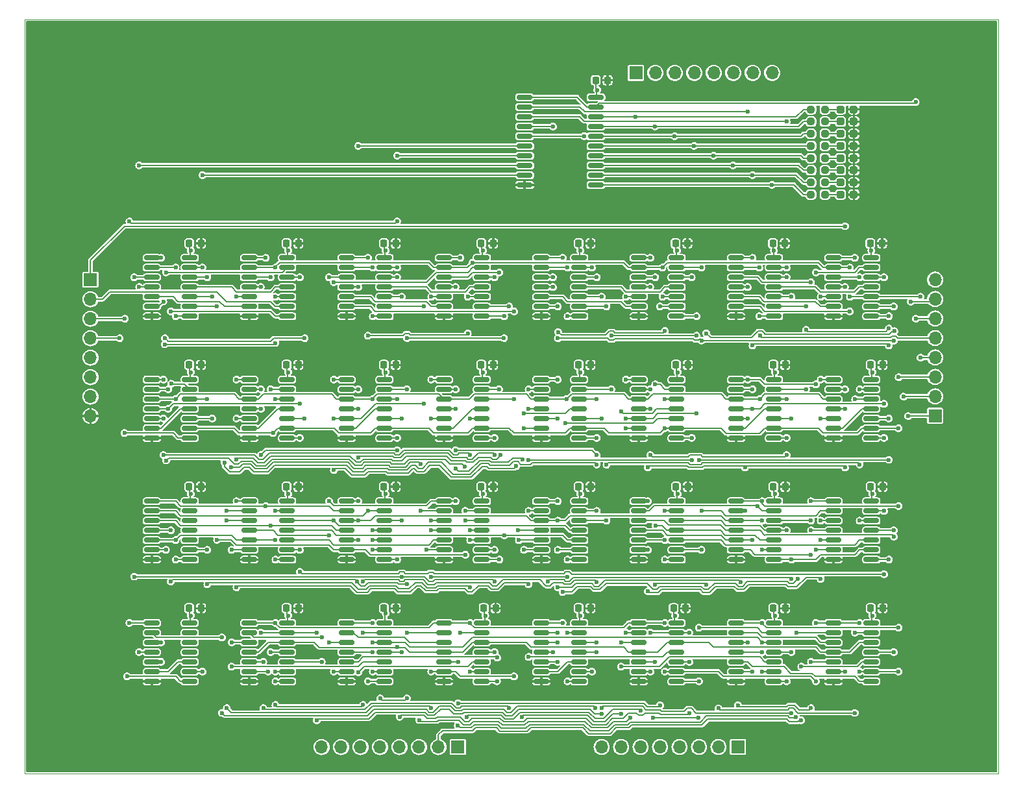
<source format=gbr>
%TF.GenerationSoftware,KiCad,Pcbnew,6.0.6*%
%TF.CreationDate,2022-09-03T22:52:36+02:00*%
%TF.ProjectId,fake8080c,66616b65-3830-4383-9063-2e6b69636164,rev?*%
%TF.SameCoordinates,Original*%
%TF.FileFunction,Copper,L1,Top*%
%TF.FilePolarity,Positive*%
%FSLAX46Y46*%
G04 Gerber Fmt 4.6, Leading zero omitted, Abs format (unit mm)*
G04 Created by KiCad (PCBNEW 6.0.6) date 2022-09-03 22:52:36*
%MOMM*%
%LPD*%
G01*
G04 APERTURE LIST*
G04 Aperture macros list*
%AMRoundRect*
0 Rectangle with rounded corners*
0 $1 Rounding radius*
0 $2 $3 $4 $5 $6 $7 $8 $9 X,Y pos of 4 corners*
0 Add a 4 corners polygon primitive as box body*
4,1,4,$2,$3,$4,$5,$6,$7,$8,$9,$2,$3,0*
0 Add four circle primitives for the rounded corners*
1,1,$1+$1,$2,$3*
1,1,$1+$1,$4,$5*
1,1,$1+$1,$6,$7*
1,1,$1+$1,$8,$9*
0 Add four rect primitives between the rounded corners*
20,1,$1+$1,$2,$3,$4,$5,0*
20,1,$1+$1,$4,$5,$6,$7,0*
20,1,$1+$1,$6,$7,$8,$9,0*
20,1,$1+$1,$8,$9,$2,$3,0*%
G04 Aperture macros list end*
%TA.AperFunction,Profile*%
%ADD10C,0.100000*%
%TD*%
%TA.AperFunction,SMDPad,CuDef*%
%ADD11RoundRect,0.150000X-0.825000X-0.150000X0.825000X-0.150000X0.825000X0.150000X-0.825000X0.150000X0*%
%TD*%
%TA.AperFunction,SMDPad,CuDef*%
%ADD12RoundRect,0.150000X-0.875000X-0.150000X0.875000X-0.150000X0.875000X0.150000X-0.875000X0.150000X0*%
%TD*%
%TA.AperFunction,SMDPad,CuDef*%
%ADD13RoundRect,0.237500X-0.250000X-0.237500X0.250000X-0.237500X0.250000X0.237500X-0.250000X0.237500X0*%
%TD*%
%TA.AperFunction,ComponentPad*%
%ADD14R,1.700000X1.700000*%
%TD*%
%TA.AperFunction,ComponentPad*%
%ADD15O,1.700000X1.700000*%
%TD*%
%TA.AperFunction,SMDPad,CuDef*%
%ADD16RoundRect,0.237500X0.287500X0.237500X-0.287500X0.237500X-0.287500X-0.237500X0.287500X-0.237500X0*%
%TD*%
%TA.AperFunction,SMDPad,CuDef*%
%ADD17RoundRect,0.225000X-0.225000X-0.250000X0.225000X-0.250000X0.225000X0.250000X-0.225000X0.250000X0*%
%TD*%
%TA.AperFunction,ViaPad*%
%ADD18C,0.600000*%
%TD*%
%TA.AperFunction,Conductor*%
%ADD19C,0.200000*%
%TD*%
G04 APERTURE END LIST*
D10*
X225425000Y-41275000D02*
X98425000Y-41275000D01*
X98425000Y-41275000D02*
X98425000Y-139700000D01*
X98425000Y-139700000D02*
X225425000Y-139700000D01*
X225425000Y-139700000D02*
X225425000Y-41275000D01*
D11*
%TO.P,U133,14,VCC*%
%TO.N,VCC*%
X145350000Y-120015000D03*
%TO.P,U133,13*%
%TO.N,Net-(U115-Pad8)*%
X145350000Y-121285000D03*
%TO.P,U133,12*%
%TO.N,sel_neg*%
X145350000Y-122555000D03*
%TO.P,U133,11*%
%TO.N,Net-(U128-Pad4)*%
X145350000Y-123825000D03*
%TO.P,U133,10*%
%TO.N,Net-(U115-Pad3)*%
X145350000Y-125095000D03*
%TO.P,U133,9*%
%TO.N,sel_neg*%
X145350000Y-126365000D03*
%TO.P,U133,8*%
%TO.N,Net-(U133-Pad8)*%
X145350000Y-127635000D03*
%TO.P,U133,7,GND*%
%TO.N,GND*%
X140400000Y-127635000D03*
%TO.P,U133,6*%
%TO.N,Net-(U127-Pad12)*%
X140400000Y-126365000D03*
%TO.P,U133,5*%
%TO.N,Net-(U113-Pad8)*%
X140400000Y-125095000D03*
%TO.P,U133,4*%
%TO.N,sel_neg*%
X140400000Y-123825000D03*
%TO.P,U133,3*%
%TO.N,Net-(U133-Pad3)*%
X140400000Y-122555000D03*
%TO.P,U133,2*%
%TO.N,Net-(U113-Pad3)*%
X140400000Y-121285000D03*
%TO.P,U133,1*%
%TO.N,sel_neg*%
X140400000Y-120015000D03*
%TD*%
%TO.P,U132,1*%
%TO.N,sel_neg*%
X191200000Y-120015000D03*
%TO.P,U132,2*%
%TO.N,Net-(U109-Pad3)*%
X191200000Y-121285000D03*
%TO.P,U132,3*%
%TO.N,Net-(U126-Pad2)*%
X191200000Y-122555000D03*
%TO.P,U132,4*%
%TO.N,sel_neg*%
X191200000Y-123825000D03*
%TO.P,U132,5*%
%TO.N,Net-(U109-Pad8)*%
X191200000Y-125095000D03*
%TO.P,U132,6*%
%TO.N,Net-(U126-Pad4)*%
X191200000Y-126365000D03*
%TO.P,U132,7,GND*%
%TO.N,GND*%
X191200000Y-127635000D03*
%TO.P,U132,8*%
%TO.N,Net-(U126-Pad12)*%
X196150000Y-127635000D03*
%TO.P,U132,9*%
%TO.N,sel_neg*%
X196150000Y-126365000D03*
%TO.P,U132,10*%
%TO.N,Net-(U111-Pad3)*%
X196150000Y-125095000D03*
%TO.P,U132,11*%
%TO.N,Net-(U127-Pad2)*%
X196150000Y-123825000D03*
%TO.P,U132,12*%
%TO.N,sel_neg*%
X196150000Y-122555000D03*
%TO.P,U132,13*%
%TO.N,Net-(U111-Pad8)*%
X196150000Y-121285000D03*
%TO.P,U132,14,VCC*%
%TO.N,VCC*%
X196150000Y-120015000D03*
%TD*%
%TO.P,U131,1*%
%TO.N,sel_op1*%
X140400000Y-104140000D03*
%TO.P,U131,2*%
%TO.N,Net-(U115-Pad6)*%
X140400000Y-105410000D03*
%TO.P,U131,3*%
%TO.N,sel_op1*%
X140400000Y-106680000D03*
%TO.P,U131,4*%
%TO.N,Net-(U115-Pad11)*%
X140400000Y-107950000D03*
%TO.P,U131,5*%
%TO.N,Net-(U128-Pad4)*%
X140400000Y-109220000D03*
%TO.P,U131,6*%
%TO.N,Net-(U107-Pad9)*%
X140400000Y-110490000D03*
%TO.P,U131,7,GND*%
%TO.N,GND*%
X140400000Y-111760000D03*
%TO.P,U131,8*%
%TO.N,Net-(U109-Pad4)*%
X145350000Y-111760000D03*
%TO.P,U131,9*%
%TO.N,sel_neg*%
X145350000Y-110490000D03*
%TO.P,U131,10*%
X145350000Y-109220000D03*
%TO.P,U131,11*%
%TO.N,forcenCarry*%
X145350000Y-107950000D03*
%TO.P,U131,12*%
%TO.N,Net-(U107-Pad3)*%
X145350000Y-106680000D03*
%TO.P,U131,13*%
%TO.N,Net-(U133-Pad8)*%
X145350000Y-105410000D03*
%TO.P,U131,14,VCC*%
%TO.N,VCC*%
X145350000Y-104140000D03*
%TD*%
%TO.P,U130,1*%
%TO.N,sel_op1*%
X165800000Y-104140000D03*
%TO.P,U130,2*%
%TO.N,Net-(U111-Pad11)*%
X165800000Y-105410000D03*
%TO.P,U130,3*%
%TO.N,sel_op1*%
X165800000Y-106680000D03*
%TO.P,U130,4*%
%TO.N,Net-(U113-Pad6)*%
X165800000Y-107950000D03*
%TO.P,U130,5*%
%TO.N,Net-(U133-Pad3)*%
X165800000Y-109220000D03*
%TO.P,U130,6*%
%TO.N,Net-(U106-Pad3)*%
X165800000Y-110490000D03*
%TO.P,U130,7,GND*%
%TO.N,GND*%
X165800000Y-111760000D03*
%TO.P,U130,8*%
%TO.N,Net-(U106-Pad9)*%
X170750000Y-111760000D03*
%TO.P,U130,9*%
%TO.N,sel_op1*%
X170750000Y-110490000D03*
%TO.P,U130,10*%
%TO.N,Net-(U113-Pad11)*%
X170750000Y-109220000D03*
%TO.P,U130,11*%
%TO.N,Net-(U127-Pad12)*%
X170750000Y-107950000D03*
%TO.P,U130,12*%
%TO.N,Net-(U105-Pad9)*%
X170750000Y-106680000D03*
%TO.P,U130,13*%
%TO.N,Net-(U127-Pad2)*%
X170750000Y-105410000D03*
%TO.P,U130,14,VCC*%
%TO.N,VCC*%
X170750000Y-104140000D03*
%TD*%
%TO.P,U129,1*%
%TO.N,sel_op1*%
X191200000Y-104140000D03*
%TO.P,U129,2*%
%TO.N,Net-(U109-Pad6)*%
X191200000Y-105410000D03*
%TO.P,U129,3*%
%TO.N,sel_op1*%
X191200000Y-106680000D03*
%TO.P,U129,4*%
%TO.N,Net-(U109-Pad11)*%
X191200000Y-107950000D03*
%TO.P,U129,5*%
%TO.N,Net-(U126-Pad4)*%
X191200000Y-109220000D03*
%TO.P,U129,6*%
%TO.N,Net-(U104-Pad9)*%
X191200000Y-110490000D03*
%TO.P,U129,7,GND*%
%TO.N,GND*%
X191200000Y-111760000D03*
%TO.P,U129,8*%
%TO.N,Net-(U124-Pad9)*%
X196150000Y-111760000D03*
%TO.P,U129,9*%
%TO.N,sel_op1*%
X196150000Y-110490000D03*
%TO.P,U129,10*%
%TO.N,Net-(U111-Pad6)*%
X196150000Y-109220000D03*
%TO.P,U129,11*%
%TO.N,Net-(U126-Pad12)*%
X196150000Y-107950000D03*
%TO.P,U129,12*%
%TO.N,Net-(U104-Pad3)*%
X196150000Y-106680000D03*
%TO.P,U129,13*%
%TO.N,Net-(U126-Pad2)*%
X196150000Y-105410000D03*
%TO.P,U129,14,VCC*%
%TO.N,VCC*%
X196150000Y-104140000D03*
%TD*%
%TO.P,U128,1*%
%TO.N,Net-(U115-Pad6)*%
X115000000Y-104140000D03*
%TO.P,U128,2*%
%TO.N,Net-(U133-Pad8)*%
X115000000Y-105410000D03*
%TO.P,U128,3*%
%TO.N,Net-(U115-Pad11)*%
X115000000Y-106680000D03*
%TO.P,U128,4*%
%TO.N,Net-(U128-Pad4)*%
X115000000Y-107950000D03*
%TO.P,U128,5*%
%TO.N,sel_op2*%
X115000000Y-109220000D03*
%TO.P,U128,6*%
%TO.N,Net-(U125-Pad13)*%
X115000000Y-110490000D03*
%TO.P,U128,7,VSS*%
%TO.N,GND*%
X115000000Y-111760000D03*
%TO.P,U128,8*%
%TO.N,sel_op2*%
X119950000Y-111760000D03*
%TO.P,U128,9*%
%TO.N,Net-(U125-Pad10)*%
X119950000Y-110490000D03*
%TO.P,U128,10*%
%TO.N,N/C*%
X119950000Y-109220000D03*
%TO.P,U128,11*%
X119950000Y-107950000D03*
%TO.P,U128,12*%
X119950000Y-106680000D03*
%TO.P,U128,13*%
X119950000Y-105410000D03*
%TO.P,U128,14,VDD*%
%TO.N,VCC*%
X119950000Y-104140000D03*
%TD*%
%TO.P,U127,1*%
%TO.N,Net-(U111-Pad11)*%
X127700000Y-104140000D03*
%TO.P,U127,2*%
%TO.N,Net-(U127-Pad2)*%
X127700000Y-105410000D03*
%TO.P,U127,3*%
%TO.N,Net-(U113-Pad6)*%
X127700000Y-106680000D03*
%TO.P,U127,4*%
%TO.N,Net-(U133-Pad3)*%
X127700000Y-107950000D03*
%TO.P,U127,5*%
%TO.N,sel_op2*%
X127700000Y-109220000D03*
%TO.P,U127,6*%
%TO.N,Net-(U125-Pad2)*%
X127700000Y-110490000D03*
%TO.P,U127,7,VSS*%
%TO.N,GND*%
X127700000Y-111760000D03*
%TO.P,U127,8*%
%TO.N,sel_op2*%
X132650000Y-111760000D03*
%TO.P,U127,9*%
%TO.N,Net-(U124-Pad13)*%
X132650000Y-110490000D03*
%TO.P,U127,10*%
%TO.N,Net-(U125-Pad5)*%
X132650000Y-109220000D03*
%TO.P,U127,11*%
%TO.N,Net-(U113-Pad11)*%
X132650000Y-107950000D03*
%TO.P,U127,12*%
%TO.N,Net-(U127-Pad12)*%
X132650000Y-106680000D03*
%TO.P,U127,13*%
%TO.N,sel_op2*%
X132650000Y-105410000D03*
%TO.P,U127,14,VDD*%
%TO.N,VCC*%
X132650000Y-104140000D03*
%TD*%
%TO.P,U126,1*%
%TO.N,Net-(U109-Pad6)*%
X178500000Y-104140000D03*
%TO.P,U126,2*%
%TO.N,Net-(U126-Pad2)*%
X178500000Y-105410000D03*
%TO.P,U126,3*%
%TO.N,Net-(U109-Pad11)*%
X178500000Y-106680000D03*
%TO.P,U126,4*%
%TO.N,Net-(U126-Pad4)*%
X178500000Y-107950000D03*
%TO.P,U126,5*%
%TO.N,sel_op2*%
X178500000Y-109220000D03*
%TO.P,U126,6*%
%TO.N,Net-(U124-Pad5)*%
X178500000Y-110490000D03*
%TO.P,U126,7,VSS*%
%TO.N,GND*%
X178500000Y-111760000D03*
%TO.P,U126,8*%
%TO.N,sel_op2*%
X183450000Y-111760000D03*
%TO.P,U126,9*%
%TO.N,Net-(U124-Pad2)*%
X183450000Y-110490000D03*
%TO.P,U126,10*%
%TO.N,Net-(U124-Pad10)*%
X183450000Y-109220000D03*
%TO.P,U126,11*%
%TO.N,Net-(U111-Pad6)*%
X183450000Y-107950000D03*
%TO.P,U126,12*%
%TO.N,Net-(U126-Pad12)*%
X183450000Y-106680000D03*
%TO.P,U126,13*%
%TO.N,sel_op2*%
X183450000Y-105410000D03*
%TO.P,U126,14,VDD*%
%TO.N,VCC*%
X183450000Y-104140000D03*
%TD*%
%TO.P,U125,1*%
%TO.N,Net-(U106-Pad3)*%
X153100000Y-104140000D03*
%TO.P,U125,2*%
%TO.N,Net-(U125-Pad2)*%
X153100000Y-105410000D03*
%TO.P,U125,3*%
%TO.N,Net-(U112-Pad5)*%
X153100000Y-106680000D03*
%TO.P,U125,4*%
%TO.N,Net-(U106-Pad9)*%
X153100000Y-107950000D03*
%TO.P,U125,5*%
%TO.N,Net-(U125-Pad5)*%
X153100000Y-109220000D03*
%TO.P,U125,6*%
%TO.N,Net-(U112-Pad13)*%
X153100000Y-110490000D03*
%TO.P,U125,7,GND*%
%TO.N,GND*%
X153100000Y-111760000D03*
%TO.P,U125,8*%
%TO.N,Net-(U114-Pad5)*%
X158050000Y-111760000D03*
%TO.P,U125,9*%
%TO.N,Net-(U107-Pad3)*%
X158050000Y-110490000D03*
%TO.P,U125,10*%
%TO.N,Net-(U125-Pad10)*%
X158050000Y-109220000D03*
%TO.P,U125,11*%
%TO.N,Net-(U114-Pad13)*%
X158050000Y-107950000D03*
%TO.P,U125,12*%
%TO.N,Net-(U107-Pad9)*%
X158050000Y-106680000D03*
%TO.P,U125,13*%
%TO.N,Net-(U125-Pad13)*%
X158050000Y-105410000D03*
%TO.P,U125,14,VCC*%
%TO.N,VCC*%
X158050000Y-104140000D03*
%TD*%
%TO.P,U124,1*%
%TO.N,Net-(U104-Pad3)*%
X203900000Y-104140000D03*
%TO.P,U124,2*%
%TO.N,Net-(U124-Pad2)*%
X203900000Y-105410000D03*
%TO.P,U124,3*%
%TO.N,Net-(U108-Pad5)*%
X203900000Y-106680000D03*
%TO.P,U124,4*%
%TO.N,Net-(U104-Pad9)*%
X203900000Y-107950000D03*
%TO.P,U124,5*%
%TO.N,Net-(U124-Pad5)*%
X203900000Y-109220000D03*
%TO.P,U124,6*%
%TO.N,Net-(U108-Pad13)*%
X203900000Y-110490000D03*
%TO.P,U124,7,GND*%
%TO.N,GND*%
X203900000Y-111760000D03*
%TO.P,U124,8*%
%TO.N,Net-(U110-Pad5)*%
X208850000Y-111760000D03*
%TO.P,U124,9*%
%TO.N,Net-(U124-Pad9)*%
X208850000Y-110490000D03*
%TO.P,U124,10*%
%TO.N,Net-(U124-Pad10)*%
X208850000Y-109220000D03*
%TO.P,U124,11*%
%TO.N,Net-(U110-Pad13)*%
X208850000Y-107950000D03*
%TO.P,U124,12*%
%TO.N,Net-(U105-Pad9)*%
X208850000Y-106680000D03*
%TO.P,U124,13*%
%TO.N,Net-(U124-Pad13)*%
X208850000Y-105410000D03*
%TO.P,U124,14,VCC*%
%TO.N,VCC*%
X208850000Y-104140000D03*
%TD*%
%TO.P,U123,1*%
%TO.N,Net-(U114-Pad13)*%
X115000000Y-88265000D03*
%TO.P,U123,2*%
%TO.N,Net-(U114-Pad12)*%
X115000000Y-89535000D03*
%TO.P,U123,3*%
%TO.N,forcenCarry*%
X115000000Y-90805000D03*
%TO.P,U123,4*%
%TO.N,Net-(U114-Pad12)*%
X115000000Y-92075000D03*
%TO.P,U123,5*%
%TO.N,Net-(U114-Pad13)*%
X115000000Y-93345000D03*
%TO.P,U123,6*%
%TO.N,Net-(U123-Pad6)*%
X115000000Y-94615000D03*
%TO.P,U123,7,GND*%
%TO.N,GND*%
X115000000Y-95885000D03*
%TO.P,U123,8*%
%TO.N,alu_nCarry_out*%
X119950000Y-95885000D03*
%TO.P,U123,9*%
%TO.N,sel_op2*%
X119950000Y-94615000D03*
%TO.P,U123,10*%
%TO.N,Net-(U107-Pad10)*%
X119950000Y-93345000D03*
%TO.P,U123,11*%
%TO.N,Net-(U123-Pad6)*%
X119950000Y-92075000D03*
%TO.P,U123,12*%
%TO.N,Net-(U107-Pad12)*%
X119950000Y-90805000D03*
%TO.P,U123,13*%
%TO.N,Net-(U114-Pad8)*%
X119950000Y-89535000D03*
%TO.P,U123,14,VCC*%
%TO.N,VCC*%
X119950000Y-88265000D03*
%TD*%
%TO.P,U122,1*%
%TO.N,Net-(U114-Pad5)*%
X127700000Y-88265000D03*
%TO.P,U122,2*%
%TO.N,Net-(U114-Pad4)*%
X127700000Y-89535000D03*
%TO.P,U122,3*%
%TO.N,forcenCarry*%
X127700000Y-90805000D03*
%TO.P,U122,4*%
%TO.N,Net-(U114-Pad4)*%
X127700000Y-92075000D03*
%TO.P,U122,5*%
%TO.N,Net-(U114-Pad5)*%
X127700000Y-93345000D03*
%TO.P,U122,6*%
%TO.N,Net-(U122-Pad6)*%
X127700000Y-94615000D03*
%TO.P,U122,7,GND*%
%TO.N,GND*%
X127700000Y-95885000D03*
%TO.P,U122,8*%
%TO.N,Net-(U114-Pad12)*%
X132650000Y-95885000D03*
%TO.P,U122,9*%
%TO.N,sel_op2*%
X132650000Y-94615000D03*
%TO.P,U122,10*%
%TO.N,Net-(U107-Pad1)*%
X132650000Y-93345000D03*
%TO.P,U122,11*%
%TO.N,Net-(U122-Pad6)*%
X132650000Y-92075000D03*
%TO.P,U122,12*%
%TO.N,Net-(U107-Pad6)*%
X132650000Y-90805000D03*
%TO.P,U122,13*%
%TO.N,Net-(U114-Pad3)*%
X132650000Y-89535000D03*
%TO.P,U122,14,VCC*%
%TO.N,VCC*%
X132650000Y-88265000D03*
%TD*%
%TO.P,U121,1*%
%TO.N,Net-(U112-Pad13)*%
X140400000Y-88265000D03*
%TO.P,U121,2*%
%TO.N,Net-(U112-Pad12)*%
X140400000Y-89535000D03*
%TO.P,U121,3*%
%TO.N,forcenCarry*%
X140400000Y-90805000D03*
%TO.P,U121,4*%
%TO.N,Net-(U112-Pad12)*%
X140400000Y-92075000D03*
%TO.P,U121,5*%
%TO.N,Net-(U112-Pad13)*%
X140400000Y-93345000D03*
%TO.P,U121,6*%
%TO.N,Net-(U121-Pad6)*%
X140400000Y-94615000D03*
%TO.P,U121,7,GND*%
%TO.N,GND*%
X140400000Y-95885000D03*
%TO.P,U121,8*%
%TO.N,Net-(U114-Pad4)*%
X145350000Y-95885000D03*
%TO.P,U121,9*%
%TO.N,sel_op2*%
X145350000Y-94615000D03*
%TO.P,U121,10*%
%TO.N,Net-(U106-Pad10)*%
X145350000Y-93345000D03*
%TO.P,U121,11*%
%TO.N,Net-(U121-Pad6)*%
X145350000Y-92075000D03*
%TO.P,U121,12*%
%TO.N,Net-(U106-Pad12)*%
X145350000Y-90805000D03*
%TO.P,U121,13*%
%TO.N,Net-(U112-Pad8)*%
X145350000Y-89535000D03*
%TO.P,U121,14,VCC*%
%TO.N,VCC*%
X145350000Y-88265000D03*
%TD*%
%TO.P,U120,1*%
%TO.N,Net-(U112-Pad5)*%
X153100000Y-88265000D03*
%TO.P,U120,2*%
%TO.N,Net-(U112-Pad4)*%
X153100000Y-89535000D03*
%TO.P,U120,3*%
%TO.N,forcenCarry*%
X153100000Y-90805000D03*
%TO.P,U120,4*%
%TO.N,Net-(U112-Pad4)*%
X153100000Y-92075000D03*
%TO.P,U120,5*%
%TO.N,Net-(U112-Pad5)*%
X153100000Y-93345000D03*
%TO.P,U120,6*%
%TO.N,Net-(U120-Pad6)*%
X153100000Y-94615000D03*
%TO.P,U120,7,GND*%
%TO.N,GND*%
X153100000Y-95885000D03*
%TO.P,U120,8*%
%TO.N,Net-(U112-Pad12)*%
X158050000Y-95885000D03*
%TO.P,U120,9*%
%TO.N,sel_op2*%
X158050000Y-94615000D03*
%TO.P,U120,10*%
%TO.N,Net-(U106-Pad1)*%
X158050000Y-93345000D03*
%TO.P,U120,11*%
%TO.N,Net-(U120-Pad6)*%
X158050000Y-92075000D03*
%TO.P,U120,12*%
%TO.N,Net-(U106-Pad6)*%
X158050000Y-90805000D03*
%TO.P,U120,13*%
%TO.N,Net-(U112-Pad3)*%
X158050000Y-89535000D03*
%TO.P,U120,14,VCC*%
%TO.N,VCC*%
X158050000Y-88265000D03*
%TD*%
%TO.P,U119,1*%
%TO.N,Net-(U110-Pad13)*%
X165800000Y-88265000D03*
%TO.P,U119,2*%
%TO.N,Net-(U110-Pad12)*%
X165800000Y-89535000D03*
%TO.P,U119,3*%
%TO.N,forcenCarry*%
X165800000Y-90805000D03*
%TO.P,U119,4*%
%TO.N,Net-(U110-Pad12)*%
X165800000Y-92075000D03*
%TO.P,U119,5*%
%TO.N,Net-(U110-Pad13)*%
X165800000Y-93345000D03*
%TO.P,U119,6*%
%TO.N,Net-(U119-Pad6)*%
X165800000Y-94615000D03*
%TO.P,U119,7,GND*%
%TO.N,GND*%
X165800000Y-95885000D03*
%TO.P,U119,8*%
%TO.N,Net-(U112-Pad4)*%
X170750000Y-95885000D03*
%TO.P,U119,9*%
%TO.N,sel_op2*%
X170750000Y-94615000D03*
%TO.P,U119,10*%
%TO.N,Net-(U105-Pad10)*%
X170750000Y-93345000D03*
%TO.P,U119,11*%
%TO.N,Net-(U119-Pad6)*%
X170750000Y-92075000D03*
%TO.P,U119,12*%
%TO.N,Net-(U105-Pad12)*%
X170750000Y-90805000D03*
%TO.P,U119,13*%
%TO.N,Net-(U110-Pad8)*%
X170750000Y-89535000D03*
%TO.P,U119,14,VCC*%
%TO.N,VCC*%
X170750000Y-88265000D03*
%TD*%
%TO.P,U118,1*%
%TO.N,Net-(U110-Pad5)*%
X178500000Y-88265000D03*
%TO.P,U118,2*%
%TO.N,Net-(U110-Pad4)*%
X178500000Y-89535000D03*
%TO.P,U118,3*%
%TO.N,forcenCarry*%
X178500000Y-90805000D03*
%TO.P,U118,4*%
%TO.N,Net-(U110-Pad4)*%
X178500000Y-92075000D03*
%TO.P,U118,5*%
%TO.N,Net-(U110-Pad5)*%
X178500000Y-93345000D03*
%TO.P,U118,6*%
%TO.N,Net-(U118-Pad6)*%
X178500000Y-94615000D03*
%TO.P,U118,7,GND*%
%TO.N,GND*%
X178500000Y-95885000D03*
%TO.P,U118,8*%
%TO.N,Net-(U110-Pad12)*%
X183450000Y-95885000D03*
%TO.P,U118,9*%
%TO.N,sel_op2*%
X183450000Y-94615000D03*
%TO.P,U118,10*%
%TO.N,Net-(U118-Pad10)*%
X183450000Y-93345000D03*
%TO.P,U118,11*%
%TO.N,Net-(U118-Pad6)*%
X183450000Y-92075000D03*
%TO.P,U118,12*%
%TO.N,Net-(U105-Pad6)*%
X183450000Y-90805000D03*
%TO.P,U118,13*%
%TO.N,Net-(U110-Pad3)*%
X183450000Y-89535000D03*
%TO.P,U118,14,VCC*%
%TO.N,VCC*%
X183450000Y-88265000D03*
%TD*%
%TO.P,U117,1*%
%TO.N,Net-(U108-Pad13)*%
X191200000Y-88265000D03*
%TO.P,U117,2*%
%TO.N,Net-(U108-Pad12)*%
X191200000Y-89535000D03*
%TO.P,U117,3*%
%TO.N,forcenCarry*%
X191200000Y-90805000D03*
%TO.P,U117,4*%
%TO.N,Net-(U108-Pad12)*%
X191200000Y-92075000D03*
%TO.P,U117,5*%
%TO.N,Net-(U108-Pad13)*%
X191200000Y-93345000D03*
%TO.P,U117,6*%
%TO.N,Net-(U117-Pad6)*%
X191200000Y-94615000D03*
%TO.P,U117,7,GND*%
%TO.N,GND*%
X191200000Y-95885000D03*
%TO.P,U117,8*%
%TO.N,Net-(U110-Pad4)*%
X196150000Y-95885000D03*
%TO.P,U117,9*%
%TO.N,sel_op2*%
X196150000Y-94615000D03*
%TO.P,U117,10*%
%TO.N,Net-(U104-Pad10)*%
X196150000Y-93345000D03*
%TO.P,U117,11*%
%TO.N,Net-(U117-Pad6)*%
X196150000Y-92075000D03*
%TO.P,U117,12*%
%TO.N,Net-(U104-Pad12)*%
X196150000Y-90805000D03*
%TO.P,U117,13*%
%TO.N,Net-(U108-Pad8)*%
X196150000Y-89535000D03*
%TO.P,U117,14,VCC*%
%TO.N,VCC*%
X196150000Y-88265000D03*
%TD*%
%TO.P,U116,1*%
%TO.N,Net-(U108-Pad5)*%
X203900000Y-88265000D03*
%TO.P,U116,2*%
%TO.N,nCarry*%
X203900000Y-89535000D03*
%TO.P,U116,3*%
%TO.N,forcenCarry*%
X203900000Y-90805000D03*
%TO.P,U116,4*%
%TO.N,nCarry*%
X203900000Y-92075000D03*
%TO.P,U116,5*%
%TO.N,Net-(U108-Pad5)*%
X203900000Y-93345000D03*
%TO.P,U116,6*%
%TO.N,Net-(U116-Pad6)*%
X203900000Y-94615000D03*
%TO.P,U116,7,GND*%
%TO.N,GND*%
X203900000Y-95885000D03*
%TO.P,U116,8*%
%TO.N,Net-(U108-Pad12)*%
X208850000Y-95885000D03*
%TO.P,U116,9*%
%TO.N,sel_op2*%
X208850000Y-94615000D03*
%TO.P,U116,10*%
%TO.N,Net-(U104-Pad1)*%
X208850000Y-93345000D03*
%TO.P,U116,11*%
%TO.N,Net-(U116-Pad6)*%
X208850000Y-92075000D03*
%TO.P,U116,12*%
%TO.N,Net-(U104-Pad6)*%
X208850000Y-90805000D03*
%TO.P,U116,13*%
%TO.N,Net-(U108-Pad3)*%
X208850000Y-89535000D03*
%TO.P,U116,14,VCC*%
%TO.N,VCC*%
X208850000Y-88265000D03*
%TD*%
%TO.P,U115,1*%
%TO.N,nZeroB*%
X127700000Y-120015000D03*
%TO.P,U115,2*%
%TO.N,X6*%
X127700000Y-121285000D03*
%TO.P,U115,3*%
%TO.N,Net-(U115-Pad3)*%
X127700000Y-122555000D03*
%TO.P,U115,4*%
%TO.N,Net-(U109-Pad4)*%
X127700000Y-123825000D03*
%TO.P,U115,5*%
%TO.N,A6*%
X127700000Y-125095000D03*
%TO.P,U115,6*%
%TO.N,Net-(U115-Pad6)*%
X127700000Y-126365000D03*
%TO.P,U115,7,GND*%
%TO.N,GND*%
X127700000Y-127635000D03*
%TO.P,U115,8*%
%TO.N,Net-(U115-Pad8)*%
X132650000Y-127635000D03*
%TO.P,U115,9*%
%TO.N,nZeroB*%
X132650000Y-126365000D03*
%TO.P,U115,10*%
%TO.N,X7*%
X132650000Y-125095000D03*
%TO.P,U115,11*%
%TO.N,Net-(U115-Pad11)*%
X132650000Y-123825000D03*
%TO.P,U115,12*%
%TO.N,Net-(U109-Pad4)*%
X132650000Y-122555000D03*
%TO.P,U115,13*%
%TO.N,A7*%
X132650000Y-121285000D03*
%TO.P,U115,14,VCC*%
%TO.N,VCC*%
X132650000Y-120015000D03*
%TD*%
%TO.P,U114,1*%
%TO.N,A7*%
X127700000Y-72390000D03*
%TO.P,U114,2*%
%TO.N,shift*%
X127700000Y-73660000D03*
%TO.P,U114,3*%
%TO.N,Net-(U114-Pad3)*%
X127700000Y-74930000D03*
%TO.P,U114,4*%
%TO.N,Net-(U114-Pad4)*%
X127700000Y-76200000D03*
%TO.P,U114,5*%
%TO.N,Net-(U114-Pad5)*%
X127700000Y-77470000D03*
%TO.P,U114,6*%
%TO.N,Net-(U107-Pad5)*%
X127700000Y-78740000D03*
%TO.P,U114,7,GND*%
%TO.N,GND*%
X127700000Y-80010000D03*
%TO.P,U114,8*%
%TO.N,Net-(U114-Pad8)*%
X132650000Y-80010000D03*
%TO.P,U114,9*%
%TO.N,alu_shift_in*%
X132650000Y-78740000D03*
%TO.P,U114,10*%
%TO.N,shift*%
X132650000Y-77470000D03*
%TO.P,U114,11*%
%TO.N,Net-(U107-Pad11)*%
X132650000Y-76200000D03*
%TO.P,U114,12*%
%TO.N,Net-(U114-Pad12)*%
X132650000Y-74930000D03*
%TO.P,U114,13*%
%TO.N,Net-(U114-Pad13)*%
X132650000Y-73660000D03*
%TO.P,U114,14,VCC*%
%TO.N,VCC*%
X132650000Y-72390000D03*
%TD*%
%TO.P,U113,1*%
%TO.N,nZeroB*%
X153100000Y-120015000D03*
%TO.P,U113,2*%
%TO.N,X4*%
X153100000Y-121285000D03*
%TO.P,U113,3*%
%TO.N,Net-(U113-Pad3)*%
X153100000Y-122555000D03*
%TO.P,U113,4*%
%TO.N,Net-(U109-Pad4)*%
X153100000Y-123825000D03*
%TO.P,U113,5*%
%TO.N,A4*%
X153100000Y-125095000D03*
%TO.P,U113,6*%
%TO.N,Net-(U113-Pad6)*%
X153100000Y-126365000D03*
%TO.P,U113,7,GND*%
%TO.N,GND*%
X153100000Y-127635000D03*
%TO.P,U113,8*%
%TO.N,Net-(U113-Pad8)*%
X158050000Y-127635000D03*
%TO.P,U113,9*%
%TO.N,nZeroB*%
X158050000Y-126365000D03*
%TO.P,U113,10*%
%TO.N,X5*%
X158050000Y-125095000D03*
%TO.P,U113,11*%
%TO.N,Net-(U113-Pad11)*%
X158050000Y-123825000D03*
%TO.P,U113,12*%
%TO.N,Net-(U109-Pad4)*%
X158050000Y-122555000D03*
%TO.P,U113,13*%
%TO.N,A5*%
X158050000Y-121285000D03*
%TO.P,U113,14,VCC*%
%TO.N,VCC*%
X158050000Y-120015000D03*
%TD*%
%TO.P,U112,1*%
%TO.N,A5*%
X153100000Y-72390000D03*
%TO.P,U112,2*%
%TO.N,shift*%
X153100000Y-73660000D03*
%TO.P,U112,3*%
%TO.N,Net-(U112-Pad3)*%
X153100000Y-74930000D03*
%TO.P,U112,4*%
%TO.N,Net-(U112-Pad4)*%
X153100000Y-76200000D03*
%TO.P,U112,5*%
%TO.N,Net-(U112-Pad5)*%
X153100000Y-77470000D03*
%TO.P,U112,6*%
%TO.N,Net-(U106-Pad5)*%
X153100000Y-78740000D03*
%TO.P,U112,7,GND*%
%TO.N,GND*%
X153100000Y-80010000D03*
%TO.P,U112,8*%
%TO.N,Net-(U112-Pad8)*%
X158050000Y-80010000D03*
%TO.P,U112,9*%
%TO.N,A6*%
X158050000Y-78740000D03*
%TO.P,U112,10*%
%TO.N,shift*%
X158050000Y-77470000D03*
%TO.P,U112,11*%
%TO.N,Net-(U106-Pad11)*%
X158050000Y-76200000D03*
%TO.P,U112,12*%
%TO.N,Net-(U112-Pad12)*%
X158050000Y-74930000D03*
%TO.P,U112,13*%
%TO.N,Net-(U112-Pad13)*%
X158050000Y-73660000D03*
%TO.P,U112,14,VCC*%
%TO.N,VCC*%
X158050000Y-72390000D03*
%TD*%
%TO.P,U111,1*%
%TO.N,nZeroB*%
X178500000Y-120015000D03*
%TO.P,U111,2*%
%TO.N,X2*%
X178500000Y-121285000D03*
%TO.P,U111,3*%
%TO.N,Net-(U111-Pad3)*%
X178500000Y-122555000D03*
%TO.P,U111,4*%
%TO.N,Net-(U109-Pad4)*%
X178500000Y-123825000D03*
%TO.P,U111,5*%
%TO.N,A2*%
X178500000Y-125095000D03*
%TO.P,U111,6*%
%TO.N,Net-(U111-Pad6)*%
X178500000Y-126365000D03*
%TO.P,U111,7,GND*%
%TO.N,GND*%
X178500000Y-127635000D03*
%TO.P,U111,8*%
%TO.N,Net-(U111-Pad8)*%
X183450000Y-127635000D03*
%TO.P,U111,9*%
%TO.N,nZeroB*%
X183450000Y-126365000D03*
%TO.P,U111,10*%
%TO.N,X3*%
X183450000Y-125095000D03*
%TO.P,U111,11*%
%TO.N,Net-(U111-Pad11)*%
X183450000Y-123825000D03*
%TO.P,U111,12*%
%TO.N,Net-(U109-Pad4)*%
X183450000Y-122555000D03*
%TO.P,U111,13*%
%TO.N,A3*%
X183450000Y-121285000D03*
%TO.P,U111,14,VCC*%
%TO.N,VCC*%
X183450000Y-120015000D03*
%TD*%
%TO.P,U110,1*%
%TO.N,A3*%
X178500000Y-72390000D03*
%TO.P,U110,2*%
%TO.N,shift*%
X178500000Y-73660000D03*
%TO.P,U110,3*%
%TO.N,Net-(U110-Pad3)*%
X178500000Y-74930000D03*
%TO.P,U110,4*%
%TO.N,Net-(U110-Pad4)*%
X178500000Y-76200000D03*
%TO.P,U110,5*%
%TO.N,Net-(U110-Pad5)*%
X178500000Y-77470000D03*
%TO.P,U110,6*%
%TO.N,Net-(U105-Pad5)*%
X178500000Y-78740000D03*
%TO.P,U110,7,GND*%
%TO.N,GND*%
X178500000Y-80010000D03*
%TO.P,U110,8*%
%TO.N,Net-(U110-Pad8)*%
X183450000Y-80010000D03*
%TO.P,U110,9*%
%TO.N,A4*%
X183450000Y-78740000D03*
%TO.P,U110,10*%
%TO.N,shift*%
X183450000Y-77470000D03*
%TO.P,U110,11*%
%TO.N,Net-(U105-Pad11)*%
X183450000Y-76200000D03*
%TO.P,U110,12*%
%TO.N,Net-(U110-Pad12)*%
X183450000Y-74930000D03*
%TO.P,U110,13*%
%TO.N,Net-(U110-Pad13)*%
X183450000Y-73660000D03*
%TO.P,U110,14,VCC*%
%TO.N,VCC*%
X183450000Y-72390000D03*
%TD*%
%TO.P,U109,1*%
%TO.N,nZeroB*%
X203900000Y-120015000D03*
%TO.P,U109,2*%
%TO.N,X0*%
X203900000Y-121285000D03*
%TO.P,U109,3*%
%TO.N,Net-(U109-Pad3)*%
X203900000Y-122555000D03*
%TO.P,U109,4*%
%TO.N,Net-(U109-Pad4)*%
X203900000Y-123825000D03*
%TO.P,U109,5*%
%TO.N,A0*%
X203900000Y-125095000D03*
%TO.P,U109,6*%
%TO.N,Net-(U109-Pad6)*%
X203900000Y-126365000D03*
%TO.P,U109,7,GND*%
%TO.N,GND*%
X203900000Y-127635000D03*
%TO.P,U109,8*%
%TO.N,Net-(U109-Pad8)*%
X208850000Y-127635000D03*
%TO.P,U109,9*%
%TO.N,nZeroB*%
X208850000Y-126365000D03*
%TO.P,U109,10*%
%TO.N,X1*%
X208850000Y-125095000D03*
%TO.P,U109,11*%
%TO.N,Net-(U109-Pad11)*%
X208850000Y-123825000D03*
%TO.P,U109,12*%
%TO.N,Net-(U109-Pad4)*%
X208850000Y-122555000D03*
%TO.P,U109,13*%
%TO.N,A1*%
X208850000Y-121285000D03*
%TO.P,U109,14,VCC*%
%TO.N,VCC*%
X208850000Y-120015000D03*
%TD*%
%TO.P,U108,1*%
%TO.N,A1*%
X203900000Y-72390000D03*
%TO.P,U108,2*%
%TO.N,shift*%
X203900000Y-73660000D03*
%TO.P,U108,3*%
%TO.N,Net-(U108-Pad3)*%
X203900000Y-74930000D03*
%TO.P,U108,4*%
%TO.N,nCarry*%
X203900000Y-76200000D03*
%TO.P,U108,5*%
%TO.N,Net-(U108-Pad5)*%
X203900000Y-77470000D03*
%TO.P,U108,6*%
%TO.N,Net-(U104-Pad5)*%
X203900000Y-78740000D03*
%TO.P,U108,7,GND*%
%TO.N,GND*%
X203900000Y-80010000D03*
%TO.P,U108,8*%
%TO.N,Net-(U108-Pad8)*%
X208850000Y-80010000D03*
%TO.P,U108,9*%
%TO.N,A2*%
X208850000Y-78740000D03*
%TO.P,U108,10*%
%TO.N,shift*%
X208850000Y-77470000D03*
%TO.P,U108,11*%
%TO.N,Net-(U104-Pad11)*%
X208850000Y-76200000D03*
%TO.P,U108,12*%
%TO.N,Net-(U108-Pad12)*%
X208850000Y-74930000D03*
%TO.P,U108,13*%
%TO.N,Net-(U108-Pad13)*%
X208850000Y-73660000D03*
%TO.P,U108,14,VCC*%
%TO.N,VCC*%
X208850000Y-72390000D03*
%TD*%
%TO.P,U107,1*%
%TO.N,Net-(U107-Pad1)*%
X115000000Y-72390000D03*
%TO.P,U107,2*%
%TO.N,forcenCarry*%
X115000000Y-73660000D03*
%TO.P,U107,3*%
%TO.N,Net-(U107-Pad3)*%
X115000000Y-74930000D03*
%TO.P,U107,4*%
%TO.N,Net-(U101-Pad8)*%
X115000000Y-76200000D03*
%TO.P,U107,5*%
%TO.N,Net-(U107-Pad5)*%
X115000000Y-77470000D03*
%TO.P,U107,6*%
%TO.N,Net-(U107-Pad6)*%
X115000000Y-78740000D03*
%TO.P,U107,7,GND*%
%TO.N,GND*%
X115000000Y-80010000D03*
%TO.P,U107,8*%
%TO.N,forcenCarry*%
X119950000Y-80010000D03*
%TO.P,U107,9*%
%TO.N,Net-(U107-Pad9)*%
X119950000Y-78740000D03*
%TO.P,U107,10*%
%TO.N,Net-(U107-Pad10)*%
X119950000Y-77470000D03*
%TO.P,U107,11*%
%TO.N,Net-(U107-Pad11)*%
X119950000Y-76200000D03*
%TO.P,U107,12*%
%TO.N,Net-(U107-Pad12)*%
X119950000Y-74930000D03*
%TO.P,U107,13*%
%TO.N,Net-(U101-Pad9)*%
X119950000Y-73660000D03*
%TO.P,U107,14,VCC*%
%TO.N,VCC*%
X119950000Y-72390000D03*
%TD*%
%TO.P,U106,1*%
%TO.N,Net-(U106-Pad1)*%
X140400000Y-72390000D03*
%TO.P,U106,2*%
%TO.N,forcenCarry*%
X140400000Y-73660000D03*
%TO.P,U106,3*%
%TO.N,Net-(U106-Pad3)*%
X140400000Y-74930000D03*
%TO.P,U106,4*%
%TO.N,Net-(U101-Pad6)*%
X140400000Y-76200000D03*
%TO.P,U106,5*%
%TO.N,Net-(U106-Pad5)*%
X140400000Y-77470000D03*
%TO.P,U106,6*%
%TO.N,Net-(U106-Pad6)*%
X140400000Y-78740000D03*
%TO.P,U106,7,GND*%
%TO.N,GND*%
X140400000Y-80010000D03*
%TO.P,U106,8*%
%TO.N,forcenCarry*%
X145350000Y-80010000D03*
%TO.P,U106,9*%
%TO.N,Net-(U106-Pad9)*%
X145350000Y-78740000D03*
%TO.P,U106,10*%
%TO.N,Net-(U106-Pad10)*%
X145350000Y-77470000D03*
%TO.P,U106,11*%
%TO.N,Net-(U106-Pad11)*%
X145350000Y-76200000D03*
%TO.P,U106,12*%
%TO.N,Net-(U106-Pad12)*%
X145350000Y-74930000D03*
%TO.P,U106,13*%
%TO.N,Net-(U101-Pad7)*%
X145350000Y-73660000D03*
%TO.P,U106,14,VCC*%
%TO.N,VCC*%
X145350000Y-72390000D03*
%TD*%
%TO.P,U105,1*%
%TO.N,Net-(U118-Pad10)*%
X165800000Y-72390000D03*
%TO.P,U105,2*%
%TO.N,forcenCarry*%
X165800000Y-73660000D03*
%TO.P,U105,3*%
%TO.N,Net-(U124-Pad9)*%
X165800000Y-74930000D03*
%TO.P,U105,4*%
%TO.N,Net-(U101-Pad4)*%
X165800000Y-76200000D03*
%TO.P,U105,5*%
%TO.N,Net-(U105-Pad5)*%
X165800000Y-77470000D03*
%TO.P,U105,6*%
%TO.N,Net-(U105-Pad6)*%
X165800000Y-78740000D03*
%TO.P,U105,7,GND*%
%TO.N,GND*%
X165800000Y-80010000D03*
%TO.P,U105,8*%
%TO.N,forcenCarry*%
X170750000Y-80010000D03*
%TO.P,U105,9*%
%TO.N,Net-(U105-Pad9)*%
X170750000Y-78740000D03*
%TO.P,U105,10*%
%TO.N,Net-(U105-Pad10)*%
X170750000Y-77470000D03*
%TO.P,U105,11*%
%TO.N,Net-(U105-Pad11)*%
X170750000Y-76200000D03*
%TO.P,U105,12*%
%TO.N,Net-(U105-Pad12)*%
X170750000Y-74930000D03*
%TO.P,U105,13*%
%TO.N,Net-(U101-Pad5)*%
X170750000Y-73660000D03*
%TO.P,U105,14,VCC*%
%TO.N,VCC*%
X170750000Y-72390000D03*
%TD*%
%TO.P,U104,1*%
%TO.N,Net-(U104-Pad1)*%
X191200000Y-72390000D03*
%TO.P,U104,2*%
%TO.N,forcenCarry*%
X191200000Y-73660000D03*
%TO.P,U104,3*%
%TO.N,Net-(U104-Pad3)*%
X191200000Y-74930000D03*
%TO.P,U104,4*%
%TO.N,Net-(U101-Pad2)*%
X191200000Y-76200000D03*
%TO.P,U104,5*%
%TO.N,Net-(U104-Pad5)*%
X191200000Y-77470000D03*
%TO.P,U104,6*%
%TO.N,Net-(U104-Pad6)*%
X191200000Y-78740000D03*
%TO.P,U104,7,GND*%
%TO.N,GND*%
X191200000Y-80010000D03*
%TO.P,U104,8*%
%TO.N,forcenCarry*%
X196150000Y-80010000D03*
%TO.P,U104,9*%
%TO.N,Net-(U104-Pad9)*%
X196150000Y-78740000D03*
%TO.P,U104,10*%
%TO.N,Net-(U104-Pad10)*%
X196150000Y-77470000D03*
%TO.P,U104,11*%
%TO.N,Net-(U104-Pad11)*%
X196150000Y-76200000D03*
%TO.P,U104,12*%
%TO.N,Net-(U104-Pad12)*%
X196150000Y-74930000D03*
%TO.P,U104,13*%
%TO.N,Net-(U101-Pad3)*%
X196150000Y-73660000D03*
%TO.P,U104,14,VCC*%
%TO.N,VCC*%
X196150000Y-72390000D03*
%TD*%
%TO.P,U103,1*%
%TO.N,Net-(U101-Pad7)*%
X115000000Y-120015000D03*
%TO.P,U103,2*%
%TO.N,Net-(U102-Pad11)*%
X115000000Y-121285000D03*
%TO.P,U103,3*%
%TO.N,Net-(U103-Pad3)*%
X115000000Y-122555000D03*
%TO.P,U103,4*%
%TO.N,Net-(U101-Pad8)*%
X115000000Y-123825000D03*
%TO.P,U103,5*%
%TO.N,Net-(U103-Pad3)*%
X115000000Y-125095000D03*
%TO.P,U103,6*%
%TO.N,Net-(U103-Pad6)*%
X115000000Y-126365000D03*
%TO.P,U103,7,GND*%
%TO.N,GND*%
X115000000Y-127635000D03*
%TO.P,U103,8*%
%TO.N,aluS_nZero*%
X119950000Y-127635000D03*
%TO.P,U103,9*%
%TO.N,Net-(U101-Pad9)*%
X119950000Y-126365000D03*
%TO.P,U103,10*%
%TO.N,Net-(U103-Pad6)*%
X119950000Y-125095000D03*
%TO.P,U103,11*%
%TO.N,N/C*%
X119950000Y-123825000D03*
%TO.P,U103,12*%
X119950000Y-122555000D03*
%TO.P,U103,13*%
X119950000Y-121285000D03*
%TO.P,U103,14,VCC*%
%TO.N,VCC*%
X119950000Y-120015000D03*
%TD*%
%TO.P,U102,1*%
%TO.N,Net-(U101-Pad3)*%
X165800000Y-120015000D03*
%TO.P,U102,2*%
%TO.N,Net-(U101-Pad2)*%
X165800000Y-121285000D03*
%TO.P,U102,3*%
%TO.N,Net-(U102-Pad3)*%
X165800000Y-122555000D03*
%TO.P,U102,4*%
%TO.N,Net-(U101-Pad4)*%
X165800000Y-123825000D03*
%TO.P,U102,5*%
%TO.N,Net-(U102-Pad3)*%
X165800000Y-125095000D03*
%TO.P,U102,6*%
%TO.N,Net-(U102-Pad6)*%
X165800000Y-126365000D03*
%TO.P,U102,7,GND*%
%TO.N,GND*%
X165800000Y-127635000D03*
%TO.P,U102,8*%
%TO.N,Net-(U102-Pad8)*%
X170750000Y-127635000D03*
%TO.P,U102,9*%
%TO.N,Net-(U101-Pad5)*%
X170750000Y-126365000D03*
%TO.P,U102,10*%
%TO.N,Net-(U102-Pad6)*%
X170750000Y-125095000D03*
%TO.P,U102,11*%
%TO.N,Net-(U102-Pad11)*%
X170750000Y-123825000D03*
%TO.P,U102,12*%
%TO.N,Net-(U101-Pad6)*%
X170750000Y-122555000D03*
%TO.P,U102,13*%
%TO.N,Net-(U102-Pad8)*%
X170750000Y-121285000D03*
%TO.P,U102,14,VCC*%
%TO.N,VCC*%
X170750000Y-120015000D03*
%TD*%
D12*
%TO.P,U101,1,G1*%
%TO.N,nALU_Enable*%
X163625000Y-51435000D03*
%TO.P,U101,2,A0*%
%TO.N,Net-(U101-Pad2)*%
X163625000Y-52705000D03*
%TO.P,U101,3,A1*%
%TO.N,Net-(U101-Pad3)*%
X163625000Y-53975000D03*
%TO.P,U101,4,A2*%
%TO.N,Net-(U101-Pad4)*%
X163625000Y-55245000D03*
%TO.P,U101,5,A3*%
%TO.N,Net-(U101-Pad5)*%
X163625000Y-56515000D03*
%TO.P,U101,6,A4*%
%TO.N,Net-(U101-Pad6)*%
X163625000Y-57785000D03*
%TO.P,U101,7,A5*%
%TO.N,Net-(U101-Pad7)*%
X163625000Y-59055000D03*
%TO.P,U101,8,A6*%
%TO.N,Net-(U101-Pad8)*%
X163625000Y-60325000D03*
%TO.P,U101,9,A7*%
%TO.N,Net-(U101-Pad9)*%
X163625000Y-61595000D03*
%TO.P,U101,10,GND*%
%TO.N,GND*%
X163625000Y-62865000D03*
%TO.P,U101,11,Y7*%
%TO.N,alu7*%
X172925000Y-62865000D03*
%TO.P,U101,12,Y6*%
%TO.N,alu6*%
X172925000Y-61595000D03*
%TO.P,U101,13,Y5*%
%TO.N,alu5*%
X172925000Y-60325000D03*
%TO.P,U101,14,Y4*%
%TO.N,alu4*%
X172925000Y-59055000D03*
%TO.P,U101,15,Y3*%
%TO.N,alu3*%
X172925000Y-57785000D03*
%TO.P,U101,16,Y2*%
%TO.N,alu2*%
X172925000Y-56515000D03*
%TO.P,U101,17,Y1*%
%TO.N,alu1*%
X172925000Y-55245000D03*
%TO.P,U101,18,Y0*%
%TO.N,alu0*%
X172925000Y-53975000D03*
%TO.P,U101,19,G2*%
%TO.N,nALU_Enable*%
X172925000Y-52705000D03*
%TO.P,U101,20,VCC*%
%TO.N,VCC*%
X172925000Y-51435000D03*
%TD*%
D13*
%TO.P,R108,1*%
%TO.N,alu0*%
X200977500Y-53022500D03*
%TO.P,R108,2*%
%TO.N,Net-(D108-Pad2)*%
X202802500Y-53022500D03*
%TD*%
%TO.P,R107,1*%
%TO.N,alu1*%
X200977500Y-54610000D03*
%TO.P,R107,2*%
%TO.N,Net-(R107-Pad2)*%
X202802500Y-54610000D03*
%TD*%
%TO.P,R106,1*%
%TO.N,alu2*%
X200977500Y-56197500D03*
%TO.P,R106,2*%
%TO.N,Net-(R106-Pad2)*%
X202802500Y-56197500D03*
%TD*%
%TO.P,R105,1*%
%TO.N,alu3*%
X200977500Y-57785000D03*
%TO.P,R105,2*%
%TO.N,Net-(R105-Pad2)*%
X202802500Y-57785000D03*
%TD*%
%TO.P,R104,1*%
%TO.N,alu4*%
X200977500Y-59372500D03*
%TO.P,R104,2*%
%TO.N,Net-(R104-Pad2)*%
X202802500Y-59372500D03*
%TD*%
%TO.P,R103,1*%
%TO.N,alu5*%
X200977500Y-60960000D03*
%TO.P,R103,2*%
%TO.N,Net-(R103-Pad2)*%
X202802500Y-60960000D03*
%TD*%
%TO.P,R102,1*%
%TO.N,alu6*%
X200977500Y-62547500D03*
%TO.P,R102,2*%
%TO.N,Net-(R102-Pad2)*%
X202802500Y-62547500D03*
%TD*%
%TO.P,R101,1*%
%TO.N,alu7*%
X200977500Y-64135000D03*
%TO.P,R101,2*%
%TO.N,Net-(R101-Pad2)*%
X202802500Y-64135000D03*
%TD*%
D14*
%TO.P,J105,1,Pin_1*%
%TO.N,nCarry*%
X106997500Y-75247500D03*
D15*
%TO.P,J105,2,Pin_2*%
%TO.N,alu_shift_in*%
X106997500Y-77787500D03*
%TO.P,J105,3,Pin_3*%
%TO.N,alu_nCarry_out*%
X106997500Y-80327500D03*
%TO.P,J105,4,Pin_4*%
%TO.N,aluS_nZero*%
X106997500Y-82867500D03*
%TO.P,J105,5,Pin_5*%
%TO.N,unconnected-(J105-Pad5)*%
X106997500Y-85407500D03*
%TO.P,J105,6,Pin_6*%
%TO.N,unconnected-(J105-Pad6)*%
X106997500Y-87947500D03*
%TO.P,J105,7,Pin_7*%
%TO.N,VCC*%
X106997500Y-90487500D03*
%TO.P,J105,8,Pin_8*%
%TO.N,GND*%
X106997500Y-93027500D03*
%TD*%
D14*
%TO.P,J104,1,Pin_1*%
%TO.N,sel_neg*%
X217170000Y-93012500D03*
D15*
%TO.P,J104,2,Pin_2*%
%TO.N,sel_op1*%
X217170000Y-90472500D03*
%TO.P,J104,3,Pin_3*%
%TO.N,sel_op2*%
X217170000Y-87932500D03*
%TO.P,J104,4,Pin_4*%
%TO.N,shift*%
X217170000Y-85392500D03*
%TO.P,J104,5,Pin_5*%
%TO.N,forcenCarry*%
X217170000Y-82852500D03*
%TO.P,J104,6,Pin_6*%
%TO.N,nALU_Enable*%
X217170000Y-80312500D03*
%TO.P,J104,7,Pin_7*%
%TO.N,nZeroB*%
X217170000Y-77772500D03*
%TO.P,J104,8,Pin_8*%
%TO.N,unconnected-(J104-Pad8)*%
X217170000Y-75232500D03*
%TD*%
D14*
%TO.P,J103,1,Pin_1*%
%TO.N,alu0*%
X178132500Y-48260000D03*
D15*
%TO.P,J103,2,Pin_2*%
%TO.N,alu1*%
X180672500Y-48260000D03*
%TO.P,J103,3,Pin_3*%
%TO.N,alu2*%
X183212500Y-48260000D03*
%TO.P,J103,4,Pin_4*%
%TO.N,alu3*%
X185752500Y-48260000D03*
%TO.P,J103,5,Pin_5*%
%TO.N,alu4*%
X188292500Y-48260000D03*
%TO.P,J103,6,Pin_6*%
%TO.N,alu5*%
X190832500Y-48260000D03*
%TO.P,J103,7,Pin_7*%
%TO.N,alu6*%
X193372500Y-48260000D03*
%TO.P,J103,8,Pin_8*%
%TO.N,alu7*%
X195912500Y-48260000D03*
%TD*%
D14*
%TO.P,J102,1,Pin_1*%
%TO.N,X0*%
X154925000Y-136207500D03*
D15*
%TO.P,J102,2,Pin_2*%
%TO.N,X1*%
X152385000Y-136207500D03*
%TO.P,J102,3,Pin_3*%
%TO.N,X2*%
X149845000Y-136207500D03*
%TO.P,J102,4,Pin_4*%
%TO.N,X3*%
X147305000Y-136207500D03*
%TO.P,J102,5,Pin_5*%
%TO.N,X4*%
X144765000Y-136207500D03*
%TO.P,J102,6,Pin_6*%
%TO.N,X5*%
X142225000Y-136207500D03*
%TO.P,J102,7,Pin_7*%
%TO.N,X6*%
X139685000Y-136207500D03*
%TO.P,J102,8,Pin_8*%
%TO.N,X7*%
X137145000Y-136207500D03*
%TD*%
D14*
%TO.P,J101,1,Pin_1*%
%TO.N,A0*%
X191452500Y-136207500D03*
D15*
%TO.P,J101,2,Pin_2*%
%TO.N,A1*%
X188912500Y-136207500D03*
%TO.P,J101,3,Pin_3*%
%TO.N,A2*%
X186372500Y-136207500D03*
%TO.P,J101,4,Pin_4*%
%TO.N,A3*%
X183832500Y-136207500D03*
%TO.P,J101,5,Pin_5*%
%TO.N,A4*%
X181292500Y-136207500D03*
%TO.P,J101,6,Pin_6*%
%TO.N,A5*%
X178752500Y-136207500D03*
%TO.P,J101,7,Pin_7*%
%TO.N,A6*%
X176212500Y-136207500D03*
%TO.P,J101,8,Pin_8*%
%TO.N,A7*%
X173672500Y-136207500D03*
%TD*%
D16*
%TO.P,D108,1,K*%
%TO.N,GND*%
X206575000Y-53022500D03*
%TO.P,D108,2,A*%
%TO.N,Net-(D108-Pad2)*%
X204825000Y-53022500D03*
%TD*%
%TO.P,D107,1,K*%
%TO.N,GND*%
X206575000Y-54610000D03*
%TO.P,D107,2,A*%
%TO.N,Net-(R107-Pad2)*%
X204825000Y-54610000D03*
%TD*%
%TO.P,D106,1,K*%
%TO.N,GND*%
X206575000Y-56197500D03*
%TO.P,D106,2,A*%
%TO.N,Net-(R106-Pad2)*%
X204825000Y-56197500D03*
%TD*%
%TO.P,D105,1,K*%
%TO.N,GND*%
X206575000Y-57785000D03*
%TO.P,D105,2,A*%
%TO.N,Net-(R105-Pad2)*%
X204825000Y-57785000D03*
%TD*%
%TO.P,D104,1,K*%
%TO.N,GND*%
X206575000Y-59372500D03*
%TO.P,D104,2,A*%
%TO.N,Net-(R104-Pad2)*%
X204825000Y-59372500D03*
%TD*%
%TO.P,D103,1,K*%
%TO.N,GND*%
X206575000Y-60960000D03*
%TO.P,D103,2,A*%
%TO.N,Net-(R103-Pad2)*%
X204825000Y-60960000D03*
%TD*%
%TO.P,D102,1,K*%
%TO.N,GND*%
X206575000Y-62547500D03*
%TO.P,D102,2,A*%
%TO.N,Net-(R102-Pad2)*%
X204825000Y-62547500D03*
%TD*%
%TO.P,D101,1,K*%
%TO.N,GND*%
X206575000Y-64135000D03*
%TO.P,D101,2,A*%
%TO.N,Net-(R101-Pad2)*%
X204825000Y-64135000D03*
%TD*%
D17*
%TO.P,C133,1*%
%TO.N,VCC*%
X145275000Y-118110000D03*
%TO.P,C133,2*%
%TO.N,GND*%
X146825000Y-118110000D03*
%TD*%
%TO.P,C132,1*%
%TO.N,VCC*%
X196075000Y-118110000D03*
%TO.P,C132,2*%
%TO.N,GND*%
X197625000Y-118110000D03*
%TD*%
%TO.P,C131,1*%
%TO.N,VCC*%
X145275000Y-102235000D03*
%TO.P,C131,2*%
%TO.N,GND*%
X146825000Y-102235000D03*
%TD*%
%TO.P,C130,1*%
%TO.N,VCC*%
X170675000Y-102235000D03*
%TO.P,C130,2*%
%TO.N,GND*%
X172225000Y-102235000D03*
%TD*%
%TO.P,C129,1*%
%TO.N,VCC*%
X196075000Y-102235000D03*
%TO.P,C129,2*%
%TO.N,GND*%
X197625000Y-102235000D03*
%TD*%
%TO.P,C128,1*%
%TO.N,VCC*%
X119875000Y-102235000D03*
%TO.P,C128,2*%
%TO.N,GND*%
X121425000Y-102235000D03*
%TD*%
%TO.P,C127,1*%
%TO.N,VCC*%
X132575000Y-102235000D03*
%TO.P,C127,2*%
%TO.N,GND*%
X134125000Y-102235000D03*
%TD*%
%TO.P,C126,1*%
%TO.N,VCC*%
X183375000Y-102235000D03*
%TO.P,C126,2*%
%TO.N,GND*%
X184925000Y-102235000D03*
%TD*%
%TO.P,C125,1*%
%TO.N,VCC*%
X157975000Y-102235000D03*
%TO.P,C125,2*%
%TO.N,GND*%
X159525000Y-102235000D03*
%TD*%
%TO.P,C124,1*%
%TO.N,VCC*%
X208775000Y-102235000D03*
%TO.P,C124,2*%
%TO.N,GND*%
X210325000Y-102235000D03*
%TD*%
%TO.P,C123,1*%
%TO.N,VCC*%
X119875000Y-86360000D03*
%TO.P,C123,2*%
%TO.N,GND*%
X121425000Y-86360000D03*
%TD*%
%TO.P,C122,1*%
%TO.N,VCC*%
X132575000Y-86360000D03*
%TO.P,C122,2*%
%TO.N,GND*%
X134125000Y-86360000D03*
%TD*%
%TO.P,C121,1*%
%TO.N,VCC*%
X145275000Y-86360000D03*
%TO.P,C121,2*%
%TO.N,GND*%
X146825000Y-86360000D03*
%TD*%
%TO.P,C120,1*%
%TO.N,VCC*%
X157975000Y-86360000D03*
%TO.P,C120,2*%
%TO.N,GND*%
X159525000Y-86360000D03*
%TD*%
%TO.P,C119,1*%
%TO.N,VCC*%
X170675000Y-86360000D03*
%TO.P,C119,2*%
%TO.N,GND*%
X172225000Y-86360000D03*
%TD*%
%TO.P,C118,1*%
%TO.N,VCC*%
X183375000Y-86360000D03*
%TO.P,C118,2*%
%TO.N,GND*%
X184925000Y-86360000D03*
%TD*%
%TO.P,C117,1*%
%TO.N,VCC*%
X196075000Y-86360000D03*
%TO.P,C117,2*%
%TO.N,GND*%
X197625000Y-86360000D03*
%TD*%
%TO.P,C116,1*%
%TO.N,VCC*%
X208775000Y-86360000D03*
%TO.P,C116,2*%
%TO.N,GND*%
X210325000Y-86360000D03*
%TD*%
%TO.P,C115,1*%
%TO.N,VCC*%
X132575000Y-118110000D03*
%TO.P,C115,2*%
%TO.N,GND*%
X134125000Y-118110000D03*
%TD*%
%TO.P,C114,1*%
%TO.N,VCC*%
X132575000Y-70485000D03*
%TO.P,C114,2*%
%TO.N,GND*%
X134125000Y-70485000D03*
%TD*%
%TO.P,C113,1*%
%TO.N,VCC*%
X158292500Y-118110000D03*
%TO.P,C113,2*%
%TO.N,GND*%
X159842500Y-118110000D03*
%TD*%
%TO.P,C112,1*%
%TO.N,VCC*%
X157975000Y-70485000D03*
%TO.P,C112,2*%
%TO.N,GND*%
X159525000Y-70485000D03*
%TD*%
%TO.P,C111,1*%
%TO.N,VCC*%
X183057500Y-118110000D03*
%TO.P,C111,2*%
%TO.N,GND*%
X184607500Y-118110000D03*
%TD*%
%TO.P,C110,1*%
%TO.N,VCC*%
X183310000Y-70485000D03*
%TO.P,C110,2*%
%TO.N,GND*%
X184860000Y-70485000D03*
%TD*%
%TO.P,C109,1*%
%TO.N,VCC*%
X208775000Y-118110000D03*
%TO.P,C109,2*%
%TO.N,GND*%
X210325000Y-118110000D03*
%TD*%
%TO.P,C108,1*%
%TO.N,VCC*%
X208710000Y-70485000D03*
%TO.P,C108,2*%
%TO.N,GND*%
X210260000Y-70485000D03*
%TD*%
%TO.P,C107,1*%
%TO.N,VCC*%
X119875000Y-70485000D03*
%TO.P,C107,2*%
%TO.N,GND*%
X121425000Y-70485000D03*
%TD*%
%TO.P,C106,1*%
%TO.N,VCC*%
X145275000Y-70485000D03*
%TO.P,C106,2*%
%TO.N,GND*%
X146825000Y-70485000D03*
%TD*%
%TO.P,C105,1*%
%TO.N,VCC*%
X170675000Y-70485000D03*
%TO.P,C105,2*%
%TO.N,GND*%
X172225000Y-70485000D03*
%TD*%
%TO.P,C104,1*%
%TO.N,VCC*%
X196010000Y-70485000D03*
%TO.P,C104,2*%
%TO.N,GND*%
X197560000Y-70485000D03*
%TD*%
%TO.P,C103,1*%
%TO.N,VCC*%
X119875000Y-118110000D03*
%TO.P,C103,2*%
%TO.N,GND*%
X121425000Y-118110000D03*
%TD*%
%TO.P,C102,1*%
%TO.N,VCC*%
X170675000Y-118110000D03*
%TO.P,C102,2*%
%TO.N,GND*%
X172225000Y-118110000D03*
%TD*%
%TO.P,C101,1*%
%TO.N,VCC*%
X172897500Y-49212500D03*
%TO.P,C101,2*%
%TO.N,GND*%
X174447500Y-49212500D03*
%TD*%
D18*
%TO.N,nZeroB*%
X213995000Y-78105000D03*
X212407500Y-126365000D03*
%TO.N,sel_neg*%
X213642000Y-93027500D03*
X212407500Y-120650000D03*
%TO.N,sel_op1*%
X213042500Y-90487500D03*
X212407500Y-104775000D03*
%TO.N,sel_op2*%
X212407500Y-87947500D03*
X212407500Y-94615000D03*
%TO.N,forcenCarry*%
X194310000Y-82550000D03*
%TO.N,nALU_Enable*%
X214630000Y-80327500D03*
X214630000Y-52070000D03*
%TO.N,shift*%
X215265000Y-85407500D03*
X215265000Y-77470000D03*
%TO.N,X1*%
X199707500Y-132715000D03*
X199707500Y-125730000D03*
%TO.N,X0*%
X154906396Y-133383605D03*
X199011982Y-132318535D03*
X199072500Y-121285000D03*
%TO.N,A0*%
X191452500Y-130763000D03*
X200977500Y-125095000D03*
X200977500Y-131127500D03*
%TO.N,A1*%
X188912500Y-131163000D03*
X206692500Y-131762500D03*
%TO.N,nZeroB*%
X201612500Y-120015000D03*
X201612500Y-127635000D03*
%TO.N,Net-(U111-Pad8)*%
X186372500Y-127635000D03*
X186372500Y-120650000D03*
%TO.N,Net-(U111-Pad3)*%
X176212500Y-125730000D03*
X176212500Y-122555000D03*
%TO.N,A3*%
X185102500Y-121285000D03*
%TO.N,A2*%
X186302000Y-132362000D03*
X180340000Y-132362500D03*
%TO.N,X2*%
X149860000Y-132692000D03*
X176847500Y-121285000D03*
X177442926Y-132362000D03*
%TO.N,X3*%
X147320000Y-132292000D03*
X185102500Y-125095000D03*
X185102500Y-131762500D03*
%TO.N,A6*%
X176212500Y-131892000D03*
X163232861Y-132329861D03*
%TO.N,A5*%
X178752500Y-131492000D03*
X156076828Y-132292000D03*
%TO.N,X5*%
X141958000Y-126459868D03*
%TO.N,X4*%
X144780000Y-129857500D03*
X148272500Y-129857500D03*
X148272500Y-121285000D03*
%TO.N,Net-(U113-Pad8)*%
X160020000Y-127635000D03*
X160060048Y-124540097D03*
%TO.N,A7*%
X173672500Y-131891503D03*
X136525000Y-121285000D03*
X136525000Y-132727000D03*
%TO.N,Net-(U115-Pad3)*%
X125412500Y-122555000D03*
X125412500Y-125730000D03*
%TO.N,Net-(U102-Pad11)*%
X172874244Y-131136627D03*
X124142500Y-121920000D03*
X173037500Y-123825000D03*
X124142500Y-131762500D03*
%TO.N,Net-(U115-Pad8)*%
X142557500Y-121285000D03*
X131127500Y-130728000D03*
X131127500Y-127635000D03*
X142557500Y-130728000D03*
%TO.N,X6*%
X137160000Y-121920000D03*
%TO.N,X7*%
X137160000Y-125095000D03*
%TO.N,Net-(U109-Pad11)*%
X211772500Y-123825000D03*
X211772500Y-108749503D03*
%TO.N,Net-(U109-Pad6)*%
X205422500Y-126365000D03*
X205422500Y-99742000D03*
%TO.N,Net-(U124-Pad5)*%
X179705000Y-115887500D03*
X202247500Y-109220000D03*
X179705000Y-110490000D03*
X202247500Y-114300000D03*
%TO.N,Net-(U111-Pad11)*%
X164147500Y-124460000D03*
%TO.N,Net-(U124-Pad2)*%
X186690000Y-105410000D03*
X186690000Y-110490000D03*
%TO.N,Net-(U111-Pad6)*%
X180022500Y-126365000D03*
X180693000Y-107315000D03*
%TO.N,Net-(U113-Pad6)*%
X162748000Y-107950000D03*
X162242500Y-127000000D03*
%TO.N,Net-(U105-Pad9)*%
X207327500Y-99342000D03*
X207327500Y-106680000D03*
X174307500Y-99377500D03*
%TO.N,Net-(U124-Pad13)*%
X210502500Y-105410000D03*
X134302500Y-113347500D03*
X134302500Y-110490000D03*
X210502500Y-113665000D03*
%TO.N,Net-(U133-Pad3)*%
X162523631Y-99578196D03*
X162877500Y-109220000D03*
X138747500Y-100072000D03*
%TO.N,sel_neg*%
X143827500Y-109220000D03*
%TO.N,Net-(U113-Pad11)*%
X159702500Y-123825000D03*
X160972500Y-108585000D03*
%TO.N,Net-(U113-Pad6)*%
X151447500Y-126365000D03*
X124777500Y-131127500D03*
X124777500Y-106680000D03*
X151447500Y-131092000D03*
%TO.N,Net-(U133-Pad3)*%
X138148000Y-122555000D03*
X138112500Y-108585000D03*
%TO.N,Net-(U127-Pad12)*%
X138747500Y-126365000D03*
X138747500Y-106680000D03*
%TO.N,Net-(U127-Pad2)*%
X198437500Y-131762500D03*
X173672500Y-131092000D03*
X198437500Y-123825000D03*
X173037500Y-105410000D03*
X124460000Y-99107000D03*
X173037500Y-99342000D03*
X124777500Y-105410000D03*
%TO.N,Net-(U125-Pad2)*%
X125375898Y-99731747D03*
X125412500Y-110490000D03*
X150048000Y-105410000D03*
X150048000Y-99272000D03*
%TO.N,Net-(U106-Pad3)*%
X154622500Y-99907000D03*
X163548000Y-110490000D03*
X154622500Y-104140000D03*
X163348786Y-98707000D03*
%TO.N,Net-(U111-Pad11)*%
X126047500Y-115382000D03*
X164147500Y-105410000D03*
X126047500Y-104140000D03*
X164147500Y-114982000D03*
%TO.N,Net-(U107-Pad9)*%
X155892500Y-106680000D03*
X155892500Y-111125000D03*
%TO.N,Net-(U125-Pad10)*%
X156527500Y-109220000D03*
X122237500Y-114982000D03*
X122237500Y-110490000D03*
X156527500Y-115382000D03*
%TO.N,Net-(U125-Pad13)*%
X116880048Y-98822597D03*
X155892500Y-105410000D03*
X116840000Y-110490000D03*
X155857000Y-99613958D03*
%TO.N,Net-(U128-Pad4)*%
X117475000Y-114617500D03*
X117475000Y-107950000D03*
X141922500Y-109220000D03*
X148309173Y-114982000D03*
X147637500Y-123825000D03*
X141757997Y-114617500D03*
%TO.N,Net-(U115-Pad11)*%
X130492500Y-123825000D03*
X130492500Y-107315000D03*
%TO.N,Net-(U110-Pad5)*%
X186372500Y-98742500D03*
X211137500Y-111760000D03*
X211137500Y-98742500D03*
X186055000Y-92710000D03*
%TO.N,Net-(U114-Pad5)*%
X126047500Y-98707000D03*
X160337500Y-111760000D03*
X160500756Y-98116627D03*
%TO.N,Net-(U112-Pad13)*%
X150812500Y-110490000D03*
X150448000Y-91440000D03*
%TO.N,aluS_nZero*%
X110807500Y-82867500D03*
X111760000Y-127000000D03*
%TO.N,alu_nCarry_out*%
X111478000Y-80327500D03*
X111442500Y-95250000D03*
%TO.N,A2*%
X187325000Y-115064500D03*
X211852597Y-81955048D03*
X211772500Y-78740000D03*
X187325000Y-82232500D03*
X180657500Y-125095000D03*
X180657500Y-115064500D03*
%TO.N,Net-(U101-Pad3)*%
X199237003Y-114300000D03*
X168592500Y-120015000D03*
X168592500Y-115981500D03*
%TO.N,Net-(U110-Pad13)*%
X211772500Y-107950000D03*
X211772500Y-83185000D03*
%TO.N,Net-(U101-Pad2)*%
X167957500Y-121285000D03*
X191770000Y-114664500D03*
X167957500Y-115382000D03*
%TO.N,A4*%
X154940000Y-125095000D03*
X181290691Y-130763000D03*
X181292500Y-78740000D03*
X154940000Y-130492500D03*
%TO.N,Net-(U104-Pad1)*%
X211137500Y-83820000D03*
X211137500Y-93345000D03*
X193357500Y-72390000D03*
X193357500Y-83820000D03*
%TO.N,Net-(U104-Pad6)*%
X206728000Y-90840500D03*
X206022000Y-79375000D03*
%TO.N,A3*%
X180022500Y-121285000D03*
X180022500Y-72390000D03*
%TO.N,Net-(U110-Pad3)*%
X180657500Y-74930000D03*
X180657500Y-88900000D03*
%TO.N,Net-(U110-Pad13)*%
X167957500Y-82867500D03*
X186690000Y-73660000D03*
X186690000Y-83185000D03*
%TO.N,Net-(U124-Pad9)*%
X198437500Y-114300000D03*
X167322500Y-74930000D03*
X198437500Y-111760000D03*
X166687500Y-114617500D03*
%TO.N,Net-(U110-Pad8)*%
X186055000Y-80010000D03*
X174942500Y-82550000D03*
X186055000Y-82550000D03*
X174942500Y-89535000D03*
%TO.N,Net-(U105-Pad6)*%
X181927500Y-81915000D03*
X167993000Y-82068786D03*
X181927500Y-90805000D03*
X167957500Y-78740000D03*
%TO.N,Net-(U101-Pad6)*%
X173037500Y-122555000D03*
X173038000Y-114664500D03*
X142557500Y-114617500D03*
%TO.N,Net-(U106-Pad9)*%
X151447500Y-114018000D03*
X169227500Y-111760000D03*
X169227500Y-113982500D03*
X151447500Y-107950000D03*
X150495000Y-78740000D03*
%TO.N,Net-(U106-Pad3)*%
X138112500Y-74930000D03*
X138112500Y-104140000D03*
%TO.N,Net-(U106-Pad6)*%
X162242500Y-90805000D03*
X162242500Y-79375000D03*
%TO.N,Net-(U106-Pad1)*%
X156527500Y-93345000D03*
X143192500Y-82550000D03*
X143192500Y-72390000D03*
X156210000Y-82232500D03*
%TO.N,nCarry*%
X205422500Y-68262500D03*
%TO.N,Net-(U126-Pad2)*%
X193992500Y-104775000D03*
X192722500Y-122555000D03*
%TO.N,sel_neg*%
X143827500Y-110490000D03*
%TO.N,A6*%
X129540000Y-125095000D03*
X161607500Y-131127500D03*
X161607500Y-78740000D03*
X129540000Y-131127500D03*
%TO.N,Net-(U112-Pad8)*%
X160972500Y-80010000D03*
X148272500Y-82867500D03*
X160937000Y-82867500D03*
X148272500Y-89535000D03*
%TO.N,Net-(U112-Pad12)*%
X159702500Y-98072000D03*
X141922500Y-98472000D03*
%TO.N,Net-(U110-Pad4)*%
X180022500Y-98107500D03*
X197802500Y-95885000D03*
X197802500Y-98107500D03*
%TO.N,Net-(U112-Pad4)*%
X154622500Y-97472500D03*
X173037500Y-95885000D03*
X173037500Y-98107500D03*
%TO.N,Net-(U114-Pad4)*%
X129222500Y-98107500D03*
X147002500Y-95885000D03*
X147002500Y-97472500D03*
%TO.N,Net-(U101-Pad7)*%
X112077500Y-120015000D03*
X112077500Y-67627500D03*
X147002500Y-67627500D03*
%TO.N,Net-(U114-Pad13)*%
X156527500Y-107950000D03*
X116522500Y-98107500D03*
X156527500Y-98072000D03*
%TO.N,forcenCarry*%
X143827500Y-107950000D03*
%TO.N,Net-(U110-Pad12)*%
X185420000Y-98742500D03*
X164147500Y-98742500D03*
%TO.N,Net-(U119-Pad6)*%
X163512500Y-94615000D03*
%TO.N,Net-(U109-Pad6)*%
X192405000Y-105410000D03*
X179705000Y-99742000D03*
X179705000Y-104140000D03*
X192369500Y-99742000D03*
%TO.N,Net-(U104-Pad9)*%
X200342500Y-78740000D03*
X200977500Y-107950000D03*
X200977500Y-111125000D03*
%TO.N,Net-(U114-Pad12)*%
X134302500Y-91440000D03*
%TO.N,Net-(U107-Pad9)*%
X123507500Y-109184500D03*
X123507500Y-78740000D03*
%TO.N,Net-(U107-Pad6)*%
X116710500Y-83667003D03*
X131127500Y-90805000D03*
X131127500Y-83502500D03*
X116502731Y-78085231D03*
%TO.N,Net-(U112-Pad13)*%
X138747500Y-75565000D03*
%TO.N,Net-(U114-Pad3)*%
X130492500Y-89535000D03*
X130492500Y-74930000D03*
%TO.N,A7*%
X129222500Y-121285000D03*
X129857500Y-72390000D03*
%TO.N,Net-(U114-Pad8)*%
X117510500Y-88817647D03*
X117475000Y-79375000D03*
%TO.N,Net-(U114-Pad13)*%
X116840000Y-74295000D03*
%TO.N,Net-(U115-Pad6)*%
X130175000Y-126365000D03*
X129857500Y-104775000D03*
%TO.N,Net-(U108-Pad13)*%
X201612500Y-88900000D03*
%TO.N,A5*%
X155257500Y-121285000D03*
X155257500Y-72390000D03*
%TO.N,Net-(U112-Pad3)*%
X160302000Y-89535000D03*
X160337500Y-74295000D03*
%TO.N,Net-(U107-Pad3)*%
X159702500Y-114617500D03*
X159702500Y-110490000D03*
X112712500Y-113982500D03*
X147637500Y-106680000D03*
X112712500Y-74930000D03*
X147602000Y-113982500D03*
%TO.N,Net-(U107-Pad1)*%
X116710500Y-82867500D03*
X134902000Y-93345000D03*
X116205000Y-72390000D03*
X134937500Y-82867500D03*
%TO.N,Net-(U101-Pad2)*%
X192722500Y-76200000D03*
X192722500Y-53340000D03*
%TO.N,Net-(U101-Pad3)*%
X197802500Y-73660000D03*
X197802500Y-54610000D03*
%TO.N,Net-(U101-Pad4)*%
X167322500Y-55245000D03*
%TO.N,Net-(U101-Pad5)*%
X171400500Y-56515000D03*
%TO.N,Net-(U101-Pad6)*%
X141922500Y-76200000D03*
X141922500Y-57785000D03*
%TO.N,Net-(U101-Pad7)*%
X147002500Y-73660000D03*
X147002500Y-59055000D03*
%TO.N,Net-(U101-Pad8)*%
X113347500Y-60325000D03*
%TO.N,Net-(U101-Pad9)*%
X121602500Y-61595000D03*
%TO.N,alu7*%
X195897500Y-62865000D03*
%TO.N,alu6*%
X193357500Y-61595000D03*
%TO.N,alu5*%
X190817500Y-60325000D03*
%TO.N,alu4*%
X188277500Y-59055000D03*
%TO.N,alu3*%
X185737500Y-57785000D03*
%TO.N,alu2*%
X183197500Y-56515000D03*
%TO.N,alu1*%
X180657500Y-55245000D03*
%TO.N,alu0*%
X178117500Y-53975000D03*
%TO.N,VCC*%
X173102500Y-50482500D03*
%TO.N,Net-(U108-Pad8)*%
X200342500Y-81785500D03*
X211137500Y-80010000D03*
X200342500Y-89535000D03*
X211137500Y-81597500D03*
%TO.N,Net-(U108-Pad12)*%
X210502500Y-91440000D03*
X193357500Y-92075000D03*
X193357500Y-89535000D03*
%TO.N,Net-(U104-Pad3)*%
X200977500Y-106680000D03*
X200977500Y-75565000D03*
X200977500Y-104140000D03*
%TO.N,A1*%
X206692500Y-121285000D03*
X206692500Y-72390000D03*
%TO.N,Net-(U108-Pad3)*%
X207327500Y-89535000D03*
X207327500Y-74930000D03*
%TO.N,nZeroB*%
X207327500Y-126365000D03*
X207327500Y-120015000D03*
X181927500Y-126365000D03*
X181927500Y-120015000D03*
X156527500Y-126365000D03*
X156527500Y-120015000D03*
X131127500Y-126365000D03*
X131127500Y-120015000D03*
%TO.N,Net-(U133-Pad8)*%
X143192500Y-105410000D03*
X143192500Y-127635000D03*
%TO.N,sel_neg*%
X143827500Y-126365000D03*
X143827500Y-123825000D03*
X143827500Y-122555000D03*
X143827500Y-120015000D03*
X194627500Y-123825000D03*
X194627500Y-120015000D03*
X194627500Y-122555000D03*
X194627500Y-126365000D03*
%TO.N,Net-(U126-Pad12)*%
X197802500Y-127635000D03*
X197802500Y-107950000D03*
%TO.N,Net-(U108-Pad13)*%
X201612500Y-74295000D03*
X201612500Y-110490000D03*
X192722500Y-88265000D03*
X192722500Y-93345000D03*
%TO.N,Net-(U118-Pad6)*%
X176847500Y-94615000D03*
X176212500Y-92392500D03*
%TO.N,Net-(U112-Pad12)*%
X141922500Y-89535000D03*
X141922500Y-92075000D03*
%TO.N,Net-(U112-Pad13)*%
X138747500Y-88265000D03*
X138747500Y-93345000D03*
%TO.N,Net-(U107-Pad10)*%
X122872500Y-77470000D03*
X122872500Y-93345000D03*
%TO.N,Net-(U114-Pad12)*%
X117157500Y-89535000D03*
X117157500Y-92075000D03*
%TO.N,Net-(U114-Pad13)*%
X116522500Y-88265000D03*
X116522500Y-93345000D03*
%TO.N,Net-(U119-Pad6)*%
X163512500Y-92710000D03*
%TO.N,Net-(U118-Pad10)*%
X168592500Y-72390000D03*
X168910000Y-93980000D03*
%TO.N,sel_op2*%
X118110000Y-111760000D03*
X118110000Y-109220000D03*
X131127500Y-111760000D03*
X131127500Y-109220000D03*
X131127500Y-105410000D03*
X130810000Y-95250000D03*
X181927500Y-111760000D03*
X181927500Y-109220000D03*
X181927500Y-105410000D03*
X181927500Y-94615000D03*
%TO.N,Net-(U109-Pad4)*%
X147002500Y-123190000D03*
X147002500Y-111760000D03*
%TO.N,Net-(U126-Pad4)*%
X193357500Y-126365000D03*
X193357500Y-109220000D03*
%TO.N,Net-(U104-Pad10)*%
X198437500Y-93345000D03*
X198437500Y-77470000D03*
%TO.N,sel_op1*%
X141922500Y-106680000D03*
X141922500Y-104140000D03*
X167957500Y-106680000D03*
X167957500Y-110490000D03*
X167957500Y-104140000D03*
X194627500Y-106680000D03*
X194627500Y-110454500D03*
X194627500Y-104140000D03*
%TO.N,Net-(U102-Pad3)*%
X167957500Y-122555000D03*
X167957500Y-125095000D03*
%TO.N,Net-(U108-Pad5)*%
X202247500Y-88265000D03*
X202247500Y-93345000D03*
X202247500Y-106680000D03*
X202247500Y-77470000D03*
%TO.N,Net-(U108-Pad12)*%
X210502500Y-95885000D03*
X210502500Y-74930000D03*
%TO.N,nCarry*%
X205422500Y-89535000D03*
X205422500Y-92075000D03*
X205422500Y-76200000D03*
%TO.N,Net-(U104-Pad12)*%
X197802500Y-90805000D03*
X197802500Y-74930000D03*
%TO.N,Net-(U105-Pad9)*%
X174307500Y-106680000D03*
X174307500Y-78740000D03*
%TO.N,Net-(U105-Pad10)*%
X173672500Y-93345000D03*
X173672500Y-77470000D03*
%TO.N,Net-(U110-Pad12)*%
X164147500Y-89535000D03*
X164147500Y-92075000D03*
%TO.N,Net-(U110-Pad5)*%
X176847500Y-88265000D03*
X176847500Y-93345000D03*
X176847500Y-77470000D03*
%TO.N,Net-(U110-Pad13)*%
X167957500Y-88265000D03*
X167922000Y-93345000D03*
%TO.N,Net-(U110-Pad12)*%
X185420000Y-95885000D03*
X185420000Y-74930000D03*
%TO.N,Net-(U110-Pad4)*%
X180022500Y-89535000D03*
X180022500Y-92075000D03*
X180022500Y-76200000D03*
%TO.N,Net-(U105-Pad12)*%
X173037500Y-90805000D03*
X173037500Y-74930000D03*
%TO.N,Net-(U102-Pad8)*%
X169227500Y-121285000D03*
X169227500Y-127635000D03*
%TO.N,Net-(U101-Pad5)*%
X172402500Y-126365000D03*
X172402500Y-73660000D03*
%TO.N,Net-(U101-Pad4)*%
X167322500Y-123825000D03*
X167322500Y-76200000D03*
%TO.N,Net-(U112-Pad5)*%
X151447500Y-106680000D03*
X151447500Y-88265000D03*
X151447500Y-93345000D03*
X151447500Y-77470000D03*
%TO.N,Net-(U114-Pad5)*%
X126047500Y-88265000D03*
X126047500Y-93345000D03*
X126047500Y-77470000D03*
%TO.N,Net-(U112-Pad4)*%
X154622500Y-89535000D03*
X154622500Y-92075000D03*
X154622500Y-76200000D03*
%TO.N,Net-(U114-Pad4)*%
X129222500Y-92075000D03*
X129222500Y-89535000D03*
X129222500Y-76200000D03*
%TO.N,Net-(U112-Pad12)*%
X159702500Y-95885000D03*
X159702500Y-74930000D03*
%TO.N,Net-(U106-Pad10)*%
X147637500Y-93345000D03*
X147602000Y-77470000D03*
%TO.N,Net-(U107-Pad12)*%
X122202000Y-90805000D03*
X122237500Y-74930000D03*
%TO.N,Net-(U114-Pad12)*%
X134302500Y-95885000D03*
X134302500Y-74930000D03*
%TO.N,Net-(U106-Pad12)*%
X147002500Y-90805000D03*
X147002500Y-74930000D03*
%TO.N,shift*%
X156210000Y-77470000D03*
X156792998Y-73025000D03*
X181610000Y-77470000D03*
X181610000Y-73660000D03*
X206057500Y-73660000D03*
X206057500Y-77470000D03*
X131127500Y-77470000D03*
X131127500Y-73660000D03*
%TO.N,Net-(U103-Pad3)*%
X116205000Y-122555000D03*
X116205000Y-125095000D03*
%TO.N,Net-(U101-Pad8)*%
X113347500Y-123825000D03*
X113347500Y-76200000D03*
%TO.N,Net-(U101-Pad9)*%
X121602500Y-126365000D03*
X121602500Y-73660000D03*
%TO.N,VCC*%
X145480000Y-118745000D03*
X132780000Y-119062500D03*
X120080000Y-119062500D03*
X120080000Y-103187500D03*
X132780000Y-103187500D03*
X145480000Y-103187500D03*
X158497500Y-119062500D03*
X170880000Y-119062500D03*
X183262500Y-119062500D03*
X196280000Y-119062500D03*
X208980000Y-119062500D03*
X158180000Y-103187500D03*
X170880000Y-103187500D03*
X183580000Y-103187500D03*
X196280000Y-103187500D03*
X208980000Y-103187500D03*
X208980000Y-87312500D03*
X196280000Y-87312500D03*
X183580000Y-87312500D03*
X170880000Y-87312500D03*
X158180000Y-87312500D03*
X145480000Y-87312500D03*
X132780000Y-87312500D03*
X120080000Y-87312500D03*
X120080000Y-71437500D03*
X132780000Y-71437500D03*
X145480000Y-71437500D03*
X158180000Y-71437500D03*
X170880000Y-71437500D03*
X183515000Y-71437500D03*
X196150000Y-71437500D03*
X208850000Y-71437500D03*
%TO.N,forcenCarry*%
X118110000Y-80010000D03*
X118110000Y-73660000D03*
X118110000Y-90805000D03*
X143827500Y-80010000D03*
X143827500Y-73660000D03*
X143827500Y-90805000D03*
X169227500Y-80010000D03*
X169227500Y-73660000D03*
X169138604Y-90805000D03*
X194310000Y-90805000D03*
X194245000Y-80010000D03*
X194245000Y-73660000D03*
%TD*%
D19*
%TO.N,A4*%
X181290691Y-130763000D02*
X181091191Y-130962500D01*
X179637215Y-130962500D02*
X179167215Y-130492500D01*
X181091191Y-130962500D02*
X179637215Y-130962500D01*
X179167215Y-130492500D02*
X154940000Y-130492500D01*
%TO.N,Net-(U127-Pad2)*%
X198437500Y-131762500D02*
X185951029Y-131762500D01*
X185951029Y-131762500D02*
X185351029Y-131162500D01*
X185351029Y-131162500D02*
X184853971Y-131162500D01*
X184853971Y-131162500D02*
X184454471Y-131562000D01*
X184454471Y-131562000D02*
X181513471Y-131562000D01*
X181513471Y-131562000D02*
X181313970Y-131362500D01*
X181313970Y-131362500D02*
X179471529Y-131362500D01*
X179471529Y-131362500D02*
X179001029Y-130892000D01*
X179001029Y-130892000D02*
X173872500Y-130892000D01*
X173872500Y-130892000D02*
X173672500Y-131092000D01*
%TO.N,X3*%
X176461029Y-132492000D02*
X175051905Y-132492000D01*
X175051905Y-132492000D02*
X174252400Y-133291503D01*
X152226900Y-132292500D02*
X152027399Y-132492000D01*
X178174471Y-131762500D02*
X177190529Y-131762500D01*
X156325357Y-132892000D02*
X155828299Y-132892000D01*
X178503971Y-132092000D02*
X178174471Y-131762500D01*
X172483533Y-133291503D02*
X171684530Y-132492500D01*
X171684530Y-132492500D02*
X163832861Y-132492500D01*
X179330529Y-131762500D02*
X179001029Y-132092000D01*
X152027399Y-132492000D02*
X150867599Y-132492000D01*
X177190529Y-131762500D02*
X176461029Y-132492000D01*
X181148285Y-131762500D02*
X179330529Y-131762500D01*
X174252400Y-133291503D02*
X172483533Y-133291503D01*
X155228799Y-132292500D02*
X152226900Y-132292500D01*
X181347785Y-131962000D02*
X181148285Y-131762500D01*
X184903000Y-131962000D02*
X181347785Y-131962000D01*
X179001029Y-132092000D02*
X178503971Y-132092000D01*
X185102500Y-131762500D02*
X184903000Y-131962000D01*
X163832861Y-132492500D02*
X163832861Y-132578390D01*
X163832861Y-132578390D02*
X163481390Y-132929861D01*
X163481390Y-132929861D02*
X160864274Y-132929861D01*
X160864274Y-132929861D02*
X160426913Y-132492500D01*
X150867599Y-132492000D02*
X150468099Y-132092500D01*
X150468099Y-132092500D02*
X147519500Y-132092500D01*
X160426913Y-132492500D02*
X156676828Y-132492500D01*
X156676828Y-132492500D02*
X156676828Y-132540529D01*
X156676828Y-132540529D02*
X156325357Y-132892000D01*
X155828299Y-132892000D02*
X155228799Y-132292500D01*
X147519500Y-132092500D02*
X147320000Y-132292000D01*
%TO.N,A2*%
X180340000Y-132362500D02*
X180340500Y-132362000D01*
X180340500Y-132362000D02*
X186302000Y-132362000D01*
%TO.N,X1*%
X174749455Y-134491503D02*
X171986475Y-134491503D01*
X156822413Y-134092000D02*
X152928000Y-134092000D01*
X175548960Y-133692000D02*
X174749455Y-134491503D01*
X187515715Y-132562500D02*
X186716214Y-133362000D01*
X177244297Y-133692000D02*
X175548960Y-133692000D01*
X198179320Y-132918535D02*
X197823285Y-132562500D01*
X152928000Y-134092000D02*
X152385000Y-134635000D01*
X177574298Y-133362000D02*
X177244297Y-133692000D01*
X199707500Y-132715000D02*
X199464046Y-132715000D01*
X186716214Y-133362000D02*
X177574298Y-133362000D01*
X171187472Y-133692500D02*
X164415807Y-133692500D01*
X171986475Y-134491503D02*
X171187472Y-133692500D01*
X164415807Y-133692500D02*
X163978445Y-134129861D01*
X199464046Y-132715000D02*
X199260511Y-132918535D01*
X197823285Y-132562500D02*
X187515715Y-132562500D01*
X199260511Y-132918535D02*
X198179320Y-132918535D01*
X160367216Y-134129861D02*
X159929855Y-133692500D01*
X163978445Y-134129861D02*
X160367216Y-134129861D01*
X159929855Y-133692500D02*
X157221914Y-133692500D01*
X157221914Y-133692500D02*
X156822413Y-134092000D01*
X152385000Y-134635000D02*
X152385000Y-136207500D01*
%TO.N,X0*%
X177078612Y-133292000D02*
X177408612Y-132962000D01*
X154906396Y-133383605D02*
X155214791Y-133692000D01*
X175383275Y-133292000D02*
X177078612Y-133292000D01*
X174583770Y-134091503D02*
X175383275Y-133292000D01*
X160532902Y-133729861D02*
X163812760Y-133729861D01*
X187350029Y-132162500D02*
X197988971Y-132162500D01*
X160095541Y-133292500D02*
X160532902Y-133729861D01*
X164250122Y-133292500D02*
X171353158Y-133292500D01*
X157056228Y-133292500D02*
X160095541Y-133292500D01*
X172152161Y-134091503D02*
X174583770Y-134091503D01*
X156656728Y-133692000D02*
X157056228Y-133292500D01*
X171353158Y-133292500D02*
X172152161Y-134091503D01*
X163812760Y-133729861D02*
X164250122Y-133292500D01*
X177408612Y-132962000D02*
X186550529Y-132962000D01*
X155214791Y-133692000D02*
X156656728Y-133692000D01*
X186550529Y-132962000D02*
X187350029Y-132162500D01*
X197988971Y-132162500D02*
X198188971Y-132362500D01*
X198188971Y-132362500D02*
X198968017Y-132362500D01*
X198968017Y-132362500D02*
X199011982Y-132318535D01*
%TO.N,Net-(U104-Pad1)*%
X211137500Y-83820000D02*
X210902500Y-83585000D01*
X210902500Y-83585000D02*
X193592500Y-83585000D01*
X193592500Y-83585000D02*
X193357500Y-83820000D01*
%TO.N,A2*%
X211852597Y-81955048D02*
X211628480Y-81955048D01*
X211628480Y-81955048D02*
X211398528Y-82185000D01*
X211358285Y-82185000D02*
X211158285Y-82385000D01*
X211398528Y-82185000D02*
X211358285Y-82185000D01*
X211158285Y-82385000D02*
X194910000Y-82385000D01*
X194910000Y-82385000D02*
X194910000Y-82301471D01*
X194910000Y-82301471D02*
X194558529Y-81950000D01*
X194558529Y-81950000D02*
X194061471Y-81950000D01*
X194061471Y-81950000D02*
X193226471Y-82785000D01*
X193226471Y-82785000D02*
X187877500Y-82785000D01*
X187877500Y-82785000D02*
X187325000Y-82232500D01*
%TO.N,Net-(U105-Pad6)*%
X167993000Y-82068786D02*
X168007315Y-82068786D01*
X174176471Y-82467500D02*
X174693971Y-81950000D01*
X168007315Y-82068786D02*
X168406029Y-82467500D01*
X168406029Y-82467500D02*
X174176471Y-82467500D01*
X175391029Y-82150000D02*
X181692500Y-82150000D01*
X181692500Y-82150000D02*
X181927500Y-81915000D01*
X174693971Y-81950000D02*
X175191029Y-81950000D01*
X175191029Y-81950000D02*
X175391029Y-82150000D01*
%TO.N,Net-(U110-Pad13)*%
X185806471Y-83150000D02*
X186303529Y-83150000D01*
X167957500Y-82867500D02*
X174411471Y-82867500D01*
X175191029Y-83150000D02*
X175391029Y-82950000D01*
X174411471Y-82867500D02*
X174693971Y-83150000D01*
X174693971Y-83150000D02*
X175191029Y-83150000D01*
X175391029Y-82950000D02*
X185606471Y-82950000D01*
X185606471Y-82950000D02*
X185806471Y-83150000D01*
X186303529Y-83150000D02*
X186479265Y-82974265D01*
X186479265Y-82974265D02*
X186690000Y-83185000D01*
%TO.N,Net-(U106-Pad1)*%
X148721029Y-82467500D02*
X155975000Y-82467500D01*
X143192500Y-82550000D02*
X147741471Y-82550000D01*
X147741471Y-82550000D02*
X148023971Y-82267500D01*
X148023971Y-82267500D02*
X148521029Y-82267500D01*
X148521029Y-82267500D02*
X148721029Y-82467500D01*
X155975000Y-82467500D02*
X156210000Y-82232500D01*
%TO.N,Net-(U112-Pad8)*%
X160937000Y-82867500D02*
X148272500Y-82867500D01*
%TO.N,Net-(U107-Pad1)*%
X116710500Y-82867500D02*
X116759526Y-82867500D01*
X130514468Y-83267003D02*
X130913971Y-82867500D01*
X116759526Y-82867500D02*
X117159029Y-83267003D01*
X130913971Y-82867500D02*
X134937500Y-82867500D01*
X117159029Y-83267003D02*
X130514468Y-83267003D01*
%TO.N,Net-(U101-Pad7)*%
X147002500Y-67627500D02*
X146767500Y-67862500D01*
X146767500Y-67862500D02*
X112312500Y-67862500D01*
X112312500Y-67862500D02*
X112077500Y-67627500D01*
%TO.N,nZeroB*%
X208850000Y-126365000D02*
X212407500Y-126365000D01*
X213995000Y-78105000D02*
X216837500Y-78105000D01*
X216837500Y-78105000D02*
X217170000Y-77772500D01*
%TO.N,sel_neg*%
X213642000Y-93027500D02*
X213657000Y-93012500D01*
X213657000Y-93012500D02*
X217170000Y-93012500D01*
X195262500Y-120650000D02*
X212407500Y-120650000D01*
X194627500Y-120015000D02*
X194627500Y-120103896D01*
X194627500Y-120103896D02*
X195173604Y-120650000D01*
X195173604Y-120650000D02*
X195262500Y-120650000D01*
%TO.N,sel_op1*%
X194627500Y-104457500D02*
X194945000Y-104775000D01*
X194627500Y-104140000D02*
X194627500Y-104457500D01*
X194945000Y-104775000D02*
X212407500Y-104775000D01*
X213042500Y-90487500D02*
X213057500Y-90472500D01*
X213057500Y-90472500D02*
X217170000Y-90472500D01*
%TO.N,sel_op2*%
X208850000Y-94615000D02*
X212407500Y-94615000D01*
X212407500Y-87947500D02*
X212422500Y-87932500D01*
X212422500Y-87932500D02*
X217170000Y-87932500D01*
%TO.N,Net-(U108-Pad8)*%
X200342500Y-81785500D02*
X200542000Y-81985000D01*
X200542000Y-81985000D02*
X210750000Y-81985000D01*
X210750000Y-81985000D02*
X211137500Y-81597500D01*
%TO.N,forcenCarry*%
X194310000Y-82550000D02*
X194545000Y-82785000D01*
X194545000Y-82785000D02*
X211323971Y-82785000D01*
X212021029Y-82585000D02*
X212303529Y-82867500D01*
X211323971Y-82785000D02*
X211523971Y-82585000D01*
X211523971Y-82585000D02*
X212021029Y-82585000D01*
X212303529Y-82867500D02*
X217155000Y-82867500D01*
X217155000Y-82867500D02*
X217170000Y-82852500D01*
%TO.N,Net-(U104-Pad6)*%
X206728000Y-90840500D02*
X206763500Y-90805000D01*
X206763500Y-90805000D02*
X208850000Y-90805000D01*
%TO.N,nALU_Enable*%
X172925000Y-52705000D02*
X173382500Y-52247500D01*
X173382500Y-52247500D02*
X214452500Y-52247500D01*
X214452500Y-52247500D02*
X214630000Y-52070000D01*
X214630000Y-80327500D02*
X214645000Y-80312500D01*
X214645000Y-80312500D02*
X217170000Y-80312500D01*
%TO.N,shift*%
X208850000Y-77470000D02*
X215265000Y-77470000D01*
X215265000Y-85407500D02*
X217155000Y-85407500D01*
X217155000Y-85407500D02*
X217170000Y-85392500D01*
%TO.N,X2*%
X156890542Y-132892500D02*
X156491042Y-133292000D01*
X160261227Y-132892500D02*
X156890542Y-132892500D01*
X163647075Y-133329861D02*
X160698588Y-133329861D01*
X160698588Y-133329861D02*
X160261227Y-132892500D01*
X164084437Y-132892500D02*
X163647075Y-133329861D01*
X155662613Y-133292000D02*
X155063113Y-132692500D01*
X155063113Y-132692500D02*
X152392584Y-132692500D01*
X171518844Y-132892500D02*
X164084437Y-132892500D01*
X172317847Y-133691503D02*
X171518844Y-132892500D01*
X174418085Y-133691503D02*
X172317847Y-133691503D01*
X175217590Y-132892000D02*
X174418085Y-133691503D01*
X176912926Y-132892000D02*
X175217590Y-132892000D01*
X156491042Y-133292000D02*
X155662613Y-133292000D01*
X177442926Y-132362000D02*
X176912926Y-132892000D01*
X152392584Y-132692500D02*
X152193084Y-132892000D01*
X152193084Y-132892000D02*
X150060000Y-132892000D01*
X150060000Y-132892000D02*
X149860000Y-132692000D01*
%TO.N,X1*%
X202247500Y-125730000D02*
X199707500Y-125730000D01*
%TO.N,Net-(U109-Pad8)*%
X208850000Y-127635000D02*
X207327500Y-127635000D01*
X201543186Y-127000000D02*
X201143185Y-126600000D01*
X207327500Y-127635000D02*
X206692500Y-127000000D01*
X206692500Y-127000000D02*
X201543186Y-127000000D01*
X201143185Y-126600000D02*
X198355000Y-126600000D01*
X193322500Y-125695000D02*
X192722500Y-125095000D01*
X192722500Y-125095000D02*
X191200000Y-125095000D01*
X198355000Y-126600000D02*
X197450000Y-125695000D01*
X197450000Y-125695000D02*
X193322500Y-125695000D01*
%TO.N,nZeroB*%
X200977500Y-127000000D02*
X189547500Y-127000000D01*
X188912500Y-126365000D02*
X183450000Y-126365000D01*
X189547500Y-127000000D02*
X188912500Y-126365000D01*
X201612500Y-127635000D02*
X200977500Y-127000000D01*
%TO.N,X1*%
X207010000Y-125730000D02*
X202247500Y-125730000D01*
X208850000Y-125095000D02*
X207645000Y-125095000D01*
X207645000Y-125095000D02*
X207010000Y-125730000D01*
%TO.N,X0*%
X203900000Y-121285000D02*
X199072500Y-121285000D01*
%TO.N,A1*%
X206692500Y-131762500D02*
X199286029Y-131762500D01*
X199286029Y-131762500D02*
X198686029Y-131162500D01*
X189112000Y-131362500D02*
X188912500Y-131163000D01*
X198686029Y-131162500D02*
X198188971Y-131162500D01*
X198188971Y-131162500D02*
X197988971Y-131362500D01*
X197988971Y-131362500D02*
X189112000Y-131362500D01*
%TO.N,A0*%
X200977500Y-131127500D02*
X200742500Y-131362500D01*
X200742500Y-131362500D02*
X199451715Y-131362500D01*
X199451715Y-131362500D02*
X198851715Y-130762500D01*
X198851715Y-130762500D02*
X198023286Y-130762500D01*
X198023286Y-130762500D02*
X197823285Y-130962500D01*
X197823285Y-130962500D02*
X191652000Y-130962500D01*
X191652000Y-130962500D02*
X191452500Y-130763000D01*
X203900000Y-125095000D02*
X200977500Y-125095000D01*
%TO.N,nZeroB*%
X201612500Y-120015000D02*
X203900000Y-120015000D01*
%TO.N,Net-(U111-Pad8)*%
X193992500Y-120650000D02*
X194627500Y-121285000D01*
X186372500Y-120650000D02*
X193992500Y-120650000D01*
X183450000Y-127635000D02*
X186372500Y-127635000D01*
X194627500Y-121285000D02*
X196150000Y-121285000D01*
%TO.N,Net-(U111-Pad3)*%
X178500000Y-122555000D02*
X176212500Y-122555000D01*
X176212500Y-125730000D02*
X181203604Y-125730000D01*
X194945000Y-125095000D02*
X196150000Y-125095000D01*
X181203604Y-125730000D02*
X182473604Y-124460000D01*
X182473604Y-124460000D02*
X194310000Y-124460000D01*
X194310000Y-124460000D02*
X194945000Y-125095000D01*
%TO.N,A3*%
X183450000Y-121285000D02*
X185102500Y-121285000D01*
%TO.N,X2*%
X178500000Y-121285000D02*
X176847500Y-121285000D01*
%TO.N,X3*%
X183450000Y-125095000D02*
X185102500Y-125095000D01*
%TO.N,sel_neg*%
X145350000Y-122555000D02*
X148024314Y-122555000D01*
X148024314Y-122555000D02*
X148659314Y-123190000D01*
X148659314Y-123190000D02*
X155575000Y-123190000D01*
X193992500Y-121920000D02*
X194627500Y-122555000D01*
X155575000Y-123190000D02*
X156845000Y-121920000D01*
X156845000Y-121920000D02*
X193992500Y-121920000D01*
%TO.N,Net-(U113-Pad3)*%
X140400000Y-121285000D02*
X141287500Y-121285000D01*
X141287500Y-121285000D02*
X141922500Y-121920000D01*
X141922500Y-121920000D02*
X147955000Y-121920000D01*
X147955000Y-121920000D02*
X148590000Y-122555000D01*
X148590000Y-122555000D02*
X153100000Y-122555000D01*
%TO.N,Net-(U109-Pad4)*%
X153100000Y-123825000D02*
X148590000Y-123825000D01*
X148590000Y-123825000D02*
X147990000Y-123225000D01*
X147990000Y-123225000D02*
X136877500Y-123225000D01*
X136877500Y-123225000D02*
X136207500Y-122555000D01*
X136207500Y-122555000D02*
X132650000Y-122555000D01*
%TO.N,Net-(U102-Pad6)*%
X167957500Y-126365000D02*
X169227500Y-125095000D01*
X165800000Y-126365000D02*
X167957500Y-126365000D01*
X169227500Y-125095000D02*
X170750000Y-125095000D01*
%TO.N,A6*%
X163232861Y-132329861D02*
X163470222Y-132092500D01*
X163470222Y-132092500D02*
X171850216Y-132092500D01*
X171850216Y-132092500D02*
X172649219Y-132891503D01*
X174086715Y-132891503D02*
X175086218Y-131892000D01*
X172649219Y-132891503D02*
X174086715Y-132891503D01*
X175086218Y-131892000D02*
X176212500Y-131892000D01*
%TO.N,A5*%
X156276328Y-132092500D02*
X156076828Y-132292000D01*
X160592599Y-132092500D02*
X156276328Y-132092500D01*
X161027599Y-132527500D02*
X160592599Y-132092500D01*
X162187400Y-132527500D02*
X161027599Y-132527500D01*
X163022400Y-131692500D02*
X162187400Y-132527500D01*
X172015902Y-131692500D02*
X163022400Y-131692500D01*
X173921029Y-132491503D02*
X172814905Y-132491503D01*
X175120032Y-131292500D02*
X173921029Y-132491503D01*
X172814905Y-132491503D02*
X172015902Y-131692500D01*
X178553000Y-131292500D02*
X175120032Y-131292500D01*
X178752500Y-131492000D02*
X178553000Y-131292500D01*
%TO.N,A7*%
X136724500Y-132527500D02*
X136525000Y-132727000D01*
X143303585Y-132527500D02*
X136724500Y-132527500D01*
X144138586Y-131692500D02*
X143303585Y-132527500D01*
X150633785Y-131692500D02*
X144138586Y-131692500D01*
X173672500Y-131891503D02*
X172780591Y-131891503D01*
X172181588Y-131292500D02*
X162856714Y-131292500D01*
X162856714Y-131292500D02*
X162021714Y-132127500D01*
X162021714Y-132127500D02*
X161193285Y-132127500D01*
X155519899Y-131892500D02*
X154360099Y-131892500D01*
X161193285Y-132127500D02*
X160758285Y-131692500D01*
X154360099Y-131892500D02*
X153760099Y-131292500D01*
X160758285Y-131692500D02*
X155719899Y-131692500D01*
X155719899Y-131692500D02*
X155519899Y-131892500D01*
X172780591Y-131891503D02*
X172181588Y-131292500D01*
X152661215Y-131292500D02*
X151861714Y-132092000D01*
X153760099Y-131292500D02*
X152661215Y-131292500D01*
X151033285Y-132092000D02*
X150633785Y-131692500D01*
X151861714Y-132092000D02*
X151033285Y-132092000D01*
%TO.N,Net-(U102-Pad11)*%
X124507500Y-132127500D02*
X124142500Y-131762500D01*
X143972900Y-131292500D02*
X143137900Y-132127500D01*
X152495529Y-130892500D02*
X151696029Y-131692000D01*
X161358971Y-131727500D02*
X160923971Y-131292500D01*
X172630117Y-130892500D02*
X162691029Y-130892500D01*
X160923971Y-131292500D02*
X155554215Y-131292500D01*
X151198971Y-131692000D02*
X150799471Y-131292500D01*
X155554215Y-131292500D02*
X155354214Y-131492500D01*
X153925785Y-130892500D02*
X152495529Y-130892500D01*
X143137900Y-132127500D02*
X124507500Y-132127500D01*
X155354214Y-131492500D02*
X154525785Y-131492500D01*
X150799471Y-131292500D02*
X143972900Y-131292500D01*
X172874244Y-131136627D02*
X172630117Y-130892500D01*
X162691029Y-130892500D02*
X161856029Y-131727500D01*
X154525785Y-131492500D02*
X153925785Y-130892500D01*
X161856029Y-131727500D02*
X161358971Y-131727500D01*
X151696029Y-131692000D02*
X151198971Y-131692000D01*
%TO.N,nZeroB*%
X177165000Y-120015000D02*
X176530000Y-120650000D01*
X178500000Y-120015000D02*
X177165000Y-120015000D01*
X176530000Y-120650000D02*
X157073604Y-120650000D01*
X157073604Y-120650000D02*
X156527500Y-120103896D01*
X156527500Y-120103896D02*
X156527500Y-120015000D01*
%TO.N,X5*%
X144462500Y-125730000D02*
X142687868Y-125730000D01*
X142687868Y-125730000D02*
X141958000Y-126459868D01*
%TO.N,Net-(U115-Pad3)*%
X125412500Y-125730000D02*
X141922500Y-125730000D01*
X141922500Y-125730000D02*
X142557500Y-125095000D01*
X142557500Y-125095000D02*
X145350000Y-125095000D01*
%TO.N,Net-(U113-Pad8)*%
X160060048Y-124540097D02*
X159979951Y-124460000D01*
X159979951Y-124460000D02*
X142557500Y-124460000D01*
X142557500Y-124460000D02*
X141922500Y-125095000D01*
X141922500Y-125095000D02*
X140400000Y-125095000D01*
%TO.N,X5*%
X156210000Y-125730000D02*
X144462500Y-125730000D01*
X158050000Y-125095000D02*
X156845000Y-125095000D01*
X156845000Y-125095000D02*
X156210000Y-125730000D01*
%TO.N,X4*%
X148272500Y-129857500D02*
X148037500Y-130092500D01*
X148037500Y-130092500D02*
X145015000Y-130092500D01*
X145015000Y-130092500D02*
X144780000Y-129857500D01*
X153100000Y-121285000D02*
X148272500Y-121285000D01*
%TO.N,Net-(U113-Pad6)*%
X151447500Y-131092000D02*
X151248000Y-130892500D01*
X151248000Y-130892500D02*
X143807215Y-130892500D01*
X143807215Y-130892500D02*
X142971714Y-131728000D01*
X125378000Y-131728000D02*
X124777500Y-131127500D01*
X142971714Y-131728000D02*
X125378000Y-131728000D01*
%TO.N,A6*%
X161607500Y-131127500D02*
X161372500Y-130892500D01*
X155188529Y-131092500D02*
X154691471Y-131092500D01*
X154691471Y-131092500D02*
X154091471Y-130492500D01*
X161372500Y-130892500D02*
X155388529Y-130892500D01*
X155388529Y-130892500D02*
X155188529Y-131092500D01*
X154091471Y-130492500D02*
X143641529Y-130492500D01*
X143641529Y-130492500D02*
X142806029Y-131328000D01*
X142806029Y-131328000D02*
X129740500Y-131328000D01*
X129740500Y-131328000D02*
X129540000Y-131127500D01*
%TO.N,Net-(U113-Pad8)*%
X160020000Y-127635000D02*
X158050000Y-127635000D01*
%TO.N,Net-(U128-Pad4)*%
X147637500Y-123825000D02*
X145350000Y-123825000D01*
%TO.N,A7*%
X132650000Y-121285000D02*
X136525000Y-121285000D01*
%TO.N,nZeroB*%
X151765000Y-120015000D02*
X151130000Y-120650000D01*
X153100000Y-120015000D02*
X151765000Y-120015000D01*
X151130000Y-120650000D02*
X131673604Y-120650000D01*
X131673604Y-120650000D02*
X131127500Y-120103896D01*
X131127500Y-120103896D02*
X131127500Y-120015000D01*
%TO.N,Net-(U115-Pad3)*%
X127700000Y-122555000D02*
X125412500Y-122555000D01*
%TO.N,Net-(U102-Pad11)*%
X115635000Y-121920000D02*
X124142500Y-121920000D01*
X115000000Y-121285000D02*
X115635000Y-121920000D01*
X173037500Y-123825000D02*
X170750000Y-123825000D01*
%TO.N,Net-(U115-Pad8)*%
X132650000Y-127635000D02*
X131127500Y-127635000D01*
X131127500Y-130728000D02*
X131127500Y-130810000D01*
X142358000Y-130927500D02*
X142557500Y-130728000D01*
X131127500Y-130810000D02*
X131245000Y-130927500D01*
X131245000Y-130927500D02*
X142358000Y-130927500D01*
X142557500Y-121285000D02*
X145350000Y-121285000D01*
%TO.N,X6*%
X128335000Y-121920000D02*
X137160000Y-121920000D01*
X127700000Y-121285000D02*
X128335000Y-121920000D01*
%TO.N,X7*%
X132650000Y-125095000D02*
X137160000Y-125095000D01*
%TO.N,Net-(U109-Pad11)*%
X194310000Y-107950000D02*
X194945000Y-108585000D01*
X191200000Y-107950000D02*
X194310000Y-107950000D01*
X194945000Y-108585000D02*
X194980000Y-108550000D01*
X194980000Y-108550000D02*
X211572997Y-108550000D01*
X211572997Y-108550000D02*
X211772500Y-108749503D01*
X211772500Y-123825000D02*
X208850000Y-123825000D01*
%TO.N,Net-(U111-Pad6)*%
X196150000Y-109220000D02*
X194310000Y-109220000D01*
X194310000Y-109220000D02*
X193675000Y-108585000D01*
X193675000Y-108585000D02*
X189795686Y-108585000D01*
X189795686Y-108585000D02*
X189160686Y-107950000D01*
X189160686Y-107950000D02*
X183450000Y-107950000D01*
%TO.N,Net-(U110-Pad4)*%
X180022500Y-98107500D02*
X180257500Y-98342500D01*
X180257500Y-98342500D02*
X184971471Y-98342500D01*
X185171471Y-98142500D02*
X186621029Y-98142500D01*
X184971471Y-98342500D02*
X185171471Y-98142500D01*
X186821029Y-98342500D02*
X197567500Y-98342500D01*
X186621029Y-98142500D02*
X186821029Y-98342500D01*
X197567500Y-98342500D02*
X197802500Y-98107500D01*
%TO.N,Net-(U109-Pad6)*%
X192369500Y-99742000D02*
X192569000Y-99542500D01*
X192569000Y-99542500D02*
X205223000Y-99542500D01*
X205223000Y-99542500D02*
X205422500Y-99742000D01*
X205422500Y-126365000D02*
X203900000Y-126365000D01*
X192369500Y-99742000D02*
X192170000Y-99542500D01*
X192170000Y-99542500D02*
X186986715Y-99542500D01*
X186986715Y-99542500D02*
X186786714Y-99742500D01*
X186786714Y-99742500D02*
X185005785Y-99742500D01*
X185005785Y-99742500D02*
X184805785Y-99542500D01*
X184805785Y-99542500D02*
X179904500Y-99542500D01*
X179904500Y-99542500D02*
X179705000Y-99742000D01*
%TO.N,Net-(U105-Pad9)*%
X186821029Y-99142500D02*
X186621029Y-99342500D01*
X207327500Y-99342000D02*
X207128000Y-99142500D01*
X207128000Y-99142500D02*
X186821029Y-99142500D01*
X186621029Y-99342500D02*
X185171471Y-99342500D01*
X185171471Y-99342500D02*
X184971471Y-99142500D01*
X184971471Y-99142500D02*
X174542500Y-99142500D01*
X174542500Y-99142500D02*
X174307500Y-99377500D01*
%TO.N,Net-(U124-Pad5)*%
X190956285Y-115265000D02*
X191355785Y-115664500D01*
X188538715Y-115265000D02*
X190956285Y-115265000D01*
X192831215Y-115017500D02*
X197740785Y-115017500D01*
X197740785Y-115017500D02*
X198023285Y-115300000D01*
X186910785Y-116064500D02*
X187739215Y-116064500D01*
X192184215Y-115664500D02*
X192831215Y-115017500D01*
X187739215Y-116064500D02*
X188538715Y-115265000D01*
X198023285Y-115300000D02*
X199085532Y-115300000D01*
X186511285Y-115665000D02*
X186910785Y-116064500D01*
X181471215Y-115665000D02*
X186511285Y-115665000D01*
X191355785Y-115664500D02*
X192184215Y-115664500D01*
X179882000Y-116064500D02*
X181071715Y-116064500D01*
X181071715Y-116064500D02*
X181471215Y-115665000D01*
X179705000Y-115887500D02*
X179882000Y-116064500D01*
X199085532Y-115300000D02*
X200320532Y-114065000D01*
X200320532Y-114065000D02*
X202012500Y-114065000D01*
X202012500Y-114065000D02*
X202247500Y-114300000D01*
X178500000Y-110490000D02*
X179705000Y-110490000D01*
X202247500Y-109220000D02*
X203900000Y-109220000D01*
%TO.N,Net-(U111-Pad11)*%
X181610000Y-124460000D02*
X164147500Y-124460000D01*
X183450000Y-123825000D02*
X182245000Y-123825000D01*
X182245000Y-123825000D02*
X181610000Y-124460000D01*
%TO.N,Net-(U124-Pad2)*%
X201612500Y-106045000D02*
X202247500Y-105410000D01*
X189865000Y-106045000D02*
X201612500Y-106045000D01*
X186690000Y-105410000D02*
X189230000Y-105410000D01*
X189230000Y-105410000D02*
X189865000Y-106045000D01*
X202247500Y-105410000D02*
X203900000Y-105410000D01*
%TO.N,Net-(U126-Pad2)*%
X193992500Y-104775000D02*
X194627500Y-105410000D01*
X194627500Y-105410000D02*
X196150000Y-105410000D01*
X193992500Y-104775000D02*
X193957500Y-104740000D01*
X193957500Y-104740000D02*
X180533750Y-104740000D01*
X180533750Y-104740000D02*
X179863750Y-105410000D01*
X179863750Y-105410000D02*
X178500000Y-105410000D01*
%TO.N,sel_op1*%
X191200000Y-104140000D02*
X194627500Y-104140000D01*
X194627500Y-106680000D02*
X191200000Y-106680000D01*
X194627500Y-110454500D02*
X194663000Y-110490000D01*
X194663000Y-110490000D02*
X196150000Y-110490000D01*
%TO.N,Net-(U124-Pad2)*%
X183450000Y-110490000D02*
X186690000Y-110490000D01*
%TO.N,Net-(U111-Pad6)*%
X180022500Y-126365000D02*
X178500000Y-126365000D01*
X183450000Y-107950000D02*
X182175686Y-107950000D01*
X182175686Y-107950000D02*
X181540686Y-107315000D01*
X181540686Y-107315000D02*
X180693000Y-107315000D01*
%TO.N,Net-(U126-Pad12)*%
X194310000Y-107315000D02*
X194945000Y-107950000D01*
X189230000Y-106680000D02*
X189865000Y-107315000D01*
X183450000Y-106680000D02*
X189230000Y-106680000D01*
X189865000Y-107315000D02*
X194310000Y-107315000D01*
X194945000Y-107950000D02*
X196150000Y-107950000D01*
%TO.N,Net-(U101-Pad3)*%
X188373029Y-114865000D02*
X187573529Y-115664500D01*
X172224285Y-115265000D02*
X170490586Y-115265000D01*
X191521471Y-115264500D02*
X191121971Y-114865000D01*
X191121971Y-114865000D02*
X188373029Y-114865000D01*
X192018529Y-115264500D02*
X191521471Y-115264500D01*
X186676971Y-115265000D02*
X181257500Y-115265000D01*
X187076471Y-115664500D02*
X186676971Y-115265000D01*
X192665529Y-114617500D02*
X192018529Y-115264500D01*
X187573529Y-115664500D02*
X187076471Y-115664500D01*
X197906471Y-114617500D02*
X192665529Y-114617500D01*
X172623785Y-115664500D02*
X172224285Y-115265000D01*
X169774086Y-115981500D02*
X168592500Y-115981500D01*
X198188971Y-114900000D02*
X197906471Y-114617500D01*
X198686029Y-114900000D02*
X198188971Y-114900000D01*
X179609471Y-114865000D02*
X174251715Y-114865000D01*
X199037500Y-114548529D02*
X198686029Y-114900000D01*
X199037500Y-114499503D02*
X199037500Y-114548529D01*
X199237003Y-114300000D02*
X199037500Y-114499503D01*
X181257500Y-115265000D02*
X181257500Y-115313029D01*
X181257500Y-115313029D02*
X180906029Y-115664500D01*
X174251715Y-114865000D02*
X173452214Y-115664500D01*
X180906029Y-115664500D02*
X180408971Y-115664500D01*
X180408971Y-115664500D02*
X179609471Y-114865000D01*
X173452214Y-115664500D02*
X172623785Y-115664500D01*
X170490586Y-115265000D02*
X169774086Y-115981500D01*
%TO.N,Net-(U101-Pad2)*%
X174086029Y-114465000D02*
X173286529Y-115264500D01*
X173286529Y-115264500D02*
X172789471Y-115264500D01*
X191770000Y-114664500D02*
X191570500Y-114465000D01*
X191570500Y-114465000D02*
X174086029Y-114465000D01*
X172789471Y-115264500D02*
X172389971Y-114865000D01*
X172389971Y-114865000D02*
X170324900Y-114865000D01*
X170324900Y-114865000D02*
X169807900Y-115382000D01*
X169807900Y-115382000D02*
X167957500Y-115382000D01*
%TO.N,A2*%
X180657500Y-115064500D02*
X180857000Y-114865000D01*
X180857000Y-114865000D02*
X187125500Y-114865000D01*
X187125500Y-114865000D02*
X187325000Y-115064500D01*
%TO.N,Net-(U101-Pad6)*%
X159453971Y-115217500D02*
X159018971Y-114782500D01*
X167371029Y-114782500D02*
X166936029Y-115217500D01*
X159018971Y-114782500D02*
X152097215Y-114782500D01*
X165603971Y-114382500D02*
X160786029Y-114382500D01*
X168813285Y-114982500D02*
X168613285Y-114782500D01*
X159951029Y-115217500D02*
X159453971Y-115217500D01*
X160786029Y-114382500D02*
X159951029Y-115217500D01*
X169641714Y-114982500D02*
X168813285Y-114982500D01*
X168613285Y-114782500D02*
X167371029Y-114782500D01*
X170159215Y-114465000D02*
X169641714Y-114982500D01*
X172838500Y-114465000D02*
X170159215Y-114465000D01*
X166438971Y-115217500D02*
X165603971Y-114382500D01*
X166936029Y-115217500D02*
X166438971Y-115217500D01*
X173038000Y-114664500D02*
X172838500Y-114465000D01*
X152097215Y-114782500D02*
X151861715Y-115018000D01*
X151861715Y-115018000D02*
X151033285Y-115018000D01*
X151033285Y-115018000D02*
X150397785Y-114382500D01*
X150397785Y-114382500D02*
X148050529Y-114382500D01*
X148050529Y-114382500D02*
X147850529Y-114582500D01*
X147850529Y-114582500D02*
X147353471Y-114582500D01*
X147353471Y-114582500D02*
X147153471Y-114382500D01*
X147153471Y-114382500D02*
X142792500Y-114382500D01*
X142792500Y-114382500D02*
X142557500Y-114617500D01*
%TO.N,Net-(U124-Pad9)*%
X166687500Y-114617500D02*
X166922500Y-114382500D01*
X166922500Y-114382500D02*
X168778971Y-114382500D01*
X168778971Y-114382500D02*
X168978971Y-114582500D01*
X168978971Y-114582500D02*
X169476029Y-114582500D01*
X169476029Y-114582500D02*
X169993529Y-114065000D01*
X169993529Y-114065000D02*
X198202500Y-114065000D01*
X198202500Y-114065000D02*
X198437500Y-114300000D01*
%TO.N,Net-(U124-Pad13)*%
X151130000Y-113418000D02*
X150965500Y-113582500D01*
X151696029Y-113418000D02*
X151130000Y-113418000D01*
X147850529Y-113382500D02*
X147353471Y-113382500D01*
X147353471Y-113382500D02*
X147153471Y-113582500D01*
X151860529Y-113582500D02*
X151696029Y-113418000D01*
X168778971Y-113582500D02*
X151860529Y-113582500D01*
X210502500Y-113665000D02*
X169758529Y-113665000D01*
X169476029Y-113382500D02*
X168978971Y-113382500D01*
X169758529Y-113665000D02*
X169476029Y-113382500D01*
X148050529Y-113582500D02*
X147850529Y-113382500D01*
X150965500Y-113582500D02*
X148050529Y-113582500D01*
X134537500Y-113582500D02*
X134302500Y-113347500D01*
X168978971Y-113382500D02*
X168778971Y-113582500D01*
X147153471Y-113582500D02*
X134537500Y-113582500D01*
%TO.N,Net-(U113-Pad6)*%
X162242500Y-127000000D02*
X155257500Y-127000000D01*
X155257500Y-127000000D02*
X154622500Y-126365000D01*
X165800000Y-107950000D02*
X162748000Y-107950000D01*
X154622500Y-126365000D02*
X153100000Y-126365000D01*
%TO.N,Net-(U105-Pad9)*%
X208850000Y-106680000D02*
X207327500Y-106680000D01*
%TO.N,Net-(U124-Pad13)*%
X132650000Y-110490000D02*
X134302500Y-110490000D01*
X210502500Y-105410000D02*
X208850000Y-105410000D01*
%TO.N,Net-(U133-Pad3)*%
X150483685Y-100272000D02*
X151283185Y-99472500D01*
X149633785Y-100272000D02*
X150483685Y-100272000D01*
X149057640Y-99872500D02*
X149234285Y-99872500D01*
X148457640Y-100472500D02*
X149057640Y-99872500D01*
X145759859Y-100472500D02*
X148457640Y-100472500D01*
X162229827Y-99872000D02*
X162523631Y-99578196D01*
X143233271Y-100272500D02*
X145559859Y-100272500D01*
X145559859Y-100272500D02*
X145759859Y-100472500D01*
X142775771Y-100730000D02*
X143233271Y-100272500D01*
X140211728Y-99872500D02*
X141069229Y-100730000D01*
X141069229Y-100730000D02*
X142775771Y-100730000D01*
X158956915Y-99872000D02*
X162229827Y-99872000D01*
X138947000Y-99872500D02*
X140211728Y-99872500D01*
X149234285Y-99872500D02*
X149633785Y-100272000D01*
X158709915Y-99625000D02*
X158956915Y-99872000D01*
X138747500Y-100072000D02*
X138947000Y-99872500D01*
X156696813Y-101013958D02*
X158085771Y-99625000D01*
X151283185Y-99472500D02*
X152495000Y-99472500D01*
X152495000Y-99472500D02*
X154036458Y-101013958D01*
X154036458Y-101013958D02*
X156696813Y-101013958D01*
X158085771Y-99625000D02*
X158709915Y-99625000D01*
%TO.N,Net-(U127-Pad2)*%
X161657215Y-99472000D02*
X162173686Y-98955529D01*
X159122600Y-99472000D02*
X161657215Y-99472000D01*
X157920085Y-99225000D02*
X158875599Y-99225000D01*
X154271458Y-100613958D02*
X156531127Y-100613958D01*
X158875599Y-99225000D02*
X159122600Y-99472000D01*
X156531127Y-100613958D02*
X157920085Y-99225000D01*
X162173686Y-98955529D02*
X162748786Y-98955529D01*
X151117500Y-99072500D02*
X152730000Y-99072500D01*
X150318000Y-99872000D02*
X151117500Y-99072500D01*
X149399971Y-99472500D02*
X149799471Y-99872000D01*
X145725544Y-99872500D02*
X145925544Y-100072500D01*
X149799471Y-99872000D02*
X150318000Y-99872000D01*
X124460000Y-99107000D02*
X124460000Y-99664378D01*
X148291954Y-100072500D02*
X148891955Y-99472500D01*
X143067585Y-99872500D02*
X145725544Y-99872500D01*
X145925544Y-100072500D02*
X148291954Y-100072500D01*
X142610085Y-100330000D02*
X143067585Y-99872500D01*
X124460000Y-99664378D02*
X125127369Y-100331747D01*
X172838000Y-99142500D02*
X173037500Y-99342000D01*
X125127369Y-100331747D02*
X126402654Y-100331747D01*
X127026901Y-99707500D02*
X127711228Y-99707500D01*
X130133771Y-100307500D02*
X130968771Y-99472500D01*
X152730000Y-99072500D02*
X154271458Y-100613958D01*
X126402654Y-100331747D02*
X127026901Y-99707500D01*
X162748786Y-98955529D02*
X163135757Y-99342500D01*
X127711228Y-99707500D02*
X128311229Y-100307500D01*
X130968771Y-99472500D02*
X140377414Y-99472500D01*
X148891955Y-99472500D02*
X149399971Y-99472500D01*
X164396029Y-99342500D02*
X164596029Y-99142500D01*
X128311229Y-100307500D02*
X130133771Y-100307500D01*
X141234914Y-100330000D02*
X142610085Y-100330000D01*
X140377414Y-99472500D02*
X141234914Y-100330000D01*
X163135757Y-99342500D02*
X164396029Y-99342500D01*
X164596029Y-99142500D02*
X172838000Y-99142500D01*
%TO.N,Net-(U125-Pad2)*%
X128476914Y-99907500D02*
X127876913Y-99307500D01*
X130803085Y-99072500D02*
X129968085Y-99907500D01*
X140543100Y-99072500D02*
X130803085Y-99072500D01*
X142502399Y-99872000D02*
X141342600Y-99872000D01*
X142901900Y-99472500D02*
X142502399Y-99872000D01*
X141342600Y-99872000D02*
X140543100Y-99072500D01*
X145891230Y-99472500D02*
X142901900Y-99472500D01*
X148126269Y-99672500D02*
X146091230Y-99672500D01*
X146091230Y-99672500D02*
X145891230Y-99472500D01*
X129968085Y-99907500D02*
X128476914Y-99907500D01*
X148726270Y-99072500D02*
X148126269Y-99672500D01*
X149848500Y-99072500D02*
X148726270Y-99072500D01*
X150048000Y-99272000D02*
X149848500Y-99072500D01*
X127876913Y-99307500D02*
X126861215Y-99307500D01*
X126861215Y-99307500D02*
X126436968Y-99731747D01*
X126436968Y-99731747D02*
X125375898Y-99731747D01*
%TO.N,Net-(U125-Pad13)*%
X130637399Y-98672500D02*
X129802399Y-99507500D01*
X140708785Y-98672500D02*
X130637399Y-98672500D01*
X141508285Y-99472000D02*
X140708785Y-98672500D01*
X128642599Y-99507500D02*
X128042599Y-98907500D01*
X142336714Y-99472000D02*
X141508285Y-99472000D01*
X142736215Y-99072500D02*
X142336714Y-99472000D01*
X146256916Y-99272500D02*
X146056916Y-99072500D01*
X147960584Y-99272500D02*
X146256916Y-99272500D01*
X148560584Y-98672500D02*
X147960584Y-99272500D01*
X153276913Y-98672500D02*
X148560584Y-98672500D01*
X153876913Y-99272500D02*
X153276913Y-98672500D01*
X146056916Y-99072500D02*
X142736215Y-99072500D01*
X155515542Y-99272500D02*
X153876913Y-99272500D01*
X155857000Y-99613958D02*
X155515542Y-99272500D01*
X129802399Y-99507500D02*
X128642599Y-99507500D01*
X117195145Y-98507500D02*
X116880048Y-98822597D01*
X128042599Y-98907500D02*
X126695529Y-98907500D01*
X126695529Y-98907500D02*
X126296029Y-99307000D01*
X126296029Y-99307000D02*
X125798971Y-99307000D01*
X125798971Y-99307000D02*
X124999471Y-98507500D01*
X124999471Y-98507500D02*
X117195145Y-98507500D01*
%TO.N,Net-(U114-Pad5)*%
X154042599Y-98872500D02*
X153442599Y-98272500D01*
X155913785Y-98872500D02*
X154042599Y-98872500D01*
X146222601Y-98672500D02*
X142570529Y-98672500D01*
X142570529Y-98672500D02*
X142171029Y-99072000D01*
X153442599Y-98272500D02*
X148182401Y-98272500D01*
X156113285Y-99072000D02*
X155913785Y-98872500D01*
X156941714Y-99072000D02*
X156113285Y-99072000D01*
X157588715Y-98425000D02*
X156941714Y-99072000D01*
X147582401Y-98872500D02*
X146422601Y-98872500D01*
X128208285Y-98507500D02*
X126247000Y-98507500D01*
X159206971Y-98425000D02*
X157588715Y-98425000D01*
X159453971Y-98672000D02*
X159206971Y-98425000D01*
X129636714Y-99107500D02*
X128808285Y-99107500D01*
X159951029Y-98672000D02*
X159453971Y-98672000D01*
X160302500Y-98320529D02*
X159951029Y-98672000D01*
X160302500Y-98129471D02*
X160302500Y-98320529D01*
X160315344Y-98116627D02*
X160302500Y-98129471D01*
X160500756Y-98116627D02*
X160315344Y-98116627D01*
X126247000Y-98507500D02*
X126047500Y-98707000D01*
X148182401Y-98272500D02*
X147582401Y-98872500D01*
X146422601Y-98872500D02*
X146222601Y-98672500D01*
X142171029Y-99072000D02*
X141673971Y-99072000D01*
X141673971Y-99072000D02*
X140874471Y-98272500D01*
X140874471Y-98272500D02*
X130471714Y-98272500D01*
X130471714Y-98272500D02*
X129636714Y-99107500D01*
X128808285Y-99107500D02*
X128208285Y-98507500D01*
%TO.N,Net-(U112-Pad12)*%
X141922500Y-98472000D02*
X142122000Y-98272500D01*
X146388285Y-98272500D02*
X146588286Y-98472500D01*
X153608285Y-97872500D02*
X154208285Y-98472500D01*
X142122000Y-98272500D02*
X146388285Y-98272500D01*
X156079471Y-98472500D02*
X156278971Y-98672000D01*
X146588286Y-98472500D02*
X147416715Y-98472500D01*
X147416715Y-98472500D02*
X148016715Y-97872500D01*
X157575529Y-97872500D02*
X159503000Y-97872500D01*
X148016715Y-97872500D02*
X153608285Y-97872500D01*
X156278971Y-98672000D02*
X156776029Y-98672000D01*
X154208285Y-98472500D02*
X156079471Y-98472500D01*
X156776029Y-98672000D02*
X157575529Y-97872500D01*
X159503000Y-97872500D02*
X159702500Y-98072000D01*
%TO.N,Net-(U114-Pad13)*%
X129471029Y-98707500D02*
X128973971Y-98707500D01*
X146553971Y-97872500D02*
X130306029Y-97872500D01*
X130306029Y-97872500D02*
X129471029Y-98707500D01*
X154871029Y-98072500D02*
X154373971Y-98072500D01*
X128973971Y-98707500D02*
X128373971Y-98107500D01*
X147251029Y-98072500D02*
X146753971Y-98072500D01*
X147851029Y-97472500D02*
X147251029Y-98072500D01*
X153773971Y-97472500D02*
X147851029Y-97472500D01*
X156328000Y-97872500D02*
X155071029Y-97872500D01*
X154373971Y-98072500D02*
X153773971Y-97472500D01*
X155071029Y-97872500D02*
X154871029Y-98072500D01*
X146753971Y-98072500D02*
X146553971Y-97872500D01*
X156527500Y-98072000D02*
X156328000Y-97872500D01*
X128373971Y-98107500D02*
X116522500Y-98107500D01*
%TO.N,Net-(U114-Pad4)*%
X147002500Y-97472500D02*
X129857500Y-97472500D01*
X129857500Y-97472500D02*
X129222500Y-98107500D01*
%TO.N,Net-(U106-Pad3)*%
X154622500Y-99907000D02*
X154929458Y-100213958D01*
X159041285Y-98825000D02*
X159288285Y-99072000D01*
X154929458Y-100213958D02*
X156365441Y-100213958D01*
X156365441Y-100213958D02*
X157754399Y-98825000D01*
X157754399Y-98825000D02*
X159041285Y-98825000D01*
X161491529Y-99072000D02*
X162056029Y-98507500D01*
X159288285Y-99072000D02*
X161491529Y-99072000D01*
X162056029Y-98507500D02*
X163149286Y-98507500D01*
X163149286Y-98507500D02*
X163348786Y-98707000D01*
%TO.N,Net-(U112-Pad4)*%
X173037500Y-98107500D02*
X172402500Y-97472500D01*
X172402500Y-97472500D02*
X154622500Y-97472500D01*
%TO.N,Net-(U133-Pad3)*%
X165800000Y-109220000D02*
X162877500Y-109220000D01*
%TO.N,Net-(U125-Pad5)*%
X151130000Y-109855000D02*
X151765000Y-109220000D01*
X138747500Y-109855000D02*
X151130000Y-109855000D01*
X132650000Y-109220000D02*
X138112500Y-109220000D01*
X138112500Y-109220000D02*
X138747500Y-109855000D01*
X151765000Y-109220000D02*
X153100000Y-109220000D01*
%TO.N,sel_neg*%
X145350000Y-109220000D02*
X143827500Y-109220000D01*
%TO.N,Net-(U127-Pad12)*%
X168910000Y-107315000D02*
X169545000Y-107950000D01*
X138747500Y-106680000D02*
X139382500Y-107315000D01*
X139382500Y-107315000D02*
X168910000Y-107315000D01*
X169545000Y-107950000D02*
X170750000Y-107950000D01*
%TO.N,Net-(U113-Pad11)*%
X158050000Y-123825000D02*
X159702500Y-123825000D01*
X139065000Y-108585000D02*
X160972500Y-108585000D01*
X160972500Y-108585000D02*
X168592500Y-108585000D01*
X132650000Y-107950000D02*
X138430000Y-107950000D01*
X138430000Y-107950000D02*
X139065000Y-108585000D01*
X168592500Y-108585000D02*
X169227500Y-109220000D01*
X169227500Y-109220000D02*
X170750000Y-109220000D01*
%TO.N,Net-(U113-Pad6)*%
X127700000Y-106680000D02*
X124777500Y-106680000D01*
X151447500Y-126365000D02*
X153100000Y-126365000D01*
%TO.N,Net-(U133-Pad3)*%
X138148000Y-122555000D02*
X140400000Y-122555000D01*
X130810000Y-107950000D02*
X131445000Y-108585000D01*
X127700000Y-107950000D02*
X130810000Y-107950000D01*
X131445000Y-108585000D02*
X138112500Y-108585000D01*
%TO.N,Net-(U127-Pad12)*%
X132650000Y-106680000D02*
X138747500Y-106680000D01*
X138747500Y-126365000D02*
X140400000Y-126365000D01*
%TO.N,Net-(U127-Pad2)*%
X198437500Y-123825000D02*
X196150000Y-123825000D01*
X127700000Y-105410000D02*
X124777500Y-105410000D01*
X173037500Y-105410000D02*
X170750000Y-105410000D01*
%TO.N,Net-(U125-Pad2)*%
X127700000Y-110490000D02*
X125412500Y-110490000D01*
X150048000Y-105410000D02*
X153100000Y-105410000D01*
%TO.N,Net-(U106-Pad3)*%
X153100000Y-104140000D02*
X154622500Y-104140000D01*
X163548000Y-110490000D02*
X165800000Y-110490000D01*
%TO.N,Net-(U111-Pad11)*%
X152193087Y-115818000D02*
X152428587Y-115582500D01*
X146656415Y-115582500D02*
X147055916Y-115982000D01*
X152428587Y-115582500D02*
X155927500Y-115582500D01*
X150701915Y-115818000D02*
X152193087Y-115818000D01*
X149522888Y-115182500D02*
X150066414Y-115182500D01*
X150066414Y-115182500D02*
X150701915Y-115818000D01*
X147055916Y-115982000D02*
X148723388Y-115982000D01*
X148723388Y-115982000D02*
X149522888Y-115182500D01*
X143572401Y-115582500D02*
X146656415Y-115582500D01*
X160951715Y-114782500D02*
X163948000Y-114782500D01*
X143137401Y-116017500D02*
X143572401Y-115582500D01*
X141743782Y-116017500D02*
X143137401Y-116017500D01*
X140908782Y-115182500D02*
X141743782Y-116017500D01*
X126247000Y-115182500D02*
X140908782Y-115182500D01*
X126047500Y-115382000D02*
X126247000Y-115182500D01*
X155927500Y-115582500D02*
X155927500Y-115630529D01*
X155927500Y-115630529D02*
X156278971Y-115982000D01*
X156278971Y-115982000D02*
X156776029Y-115982000D01*
X156776029Y-115982000D02*
X157575529Y-115182500D01*
X157575529Y-115182500D02*
X158853285Y-115182500D01*
X163948000Y-114782500D02*
X164147500Y-114982000D01*
X158853285Y-115182500D02*
X159288286Y-115617500D01*
X159288286Y-115617500D02*
X160116715Y-115617500D01*
X160116715Y-115617500D02*
X160951715Y-114782500D01*
X164147500Y-105410000D02*
X165800000Y-105410000D01*
X127700000Y-104140000D02*
X126047500Y-104140000D01*
%TO.N,Net-(U107-Pad9)*%
X142875000Y-110490000D02*
X143510000Y-111125000D01*
X140400000Y-110490000D02*
X142875000Y-110490000D01*
X143510000Y-111125000D02*
X155892500Y-111125000D01*
X155892500Y-106680000D02*
X158050000Y-106680000D01*
%TO.N,Net-(U125-Pad10)*%
X143406715Y-115182500D02*
X142971715Y-115617500D01*
X146822100Y-115182500D02*
X143406715Y-115182500D01*
X147221601Y-115582000D02*
X146822100Y-115182500D01*
X149357202Y-114782500D02*
X148557702Y-115582000D01*
X141157997Y-114782500D02*
X122437000Y-114782500D01*
X152027401Y-115418000D02*
X150867600Y-115418000D01*
X156328000Y-115182500D02*
X152262901Y-115182500D01*
X150232099Y-114782500D02*
X149357202Y-114782500D01*
X156527500Y-115382000D02*
X156328000Y-115182500D01*
X148557702Y-115582000D02*
X147221601Y-115582000D01*
X150867600Y-115418000D02*
X150232099Y-114782500D01*
X152262901Y-115182500D02*
X152027401Y-115418000D01*
X142971715Y-115617500D02*
X141909468Y-115617500D01*
X141157997Y-114866029D02*
X141157997Y-114782500D01*
X141909468Y-115617500D02*
X141157997Y-114866029D01*
X122437000Y-114782500D02*
X122237500Y-114982000D01*
%TO.N,Net-(U128-Pad4)*%
X148016214Y-114982500D02*
X147187786Y-114982500D01*
X148309173Y-114982000D02*
X148162944Y-114835771D01*
X141957500Y-114866029D02*
X141957500Y-114817003D01*
X148162944Y-114835771D02*
X148016214Y-114982500D01*
X147187786Y-114982500D02*
X146987786Y-114782500D01*
X146987786Y-114782500D02*
X143241029Y-114782500D01*
X143241029Y-114782500D02*
X142806029Y-115217500D01*
X142806029Y-115217500D02*
X142308971Y-115217500D01*
X142308971Y-115217500D02*
X141957500Y-114866029D01*
X141957500Y-114817003D02*
X141757997Y-114617500D01*
X141757997Y-114617500D02*
X141522997Y-114382500D01*
X141522997Y-114382500D02*
X117710000Y-114382500D01*
X117710000Y-114382500D02*
X117475000Y-114617500D01*
%TO.N,Net-(U107-Pad3)*%
X159702500Y-114617500D02*
X159467500Y-114382500D01*
X159467500Y-114382500D02*
X151931529Y-114382500D01*
X151931529Y-114382500D02*
X151696029Y-114618000D01*
X151696029Y-114618000D02*
X151198971Y-114618000D01*
X151198971Y-114618000D02*
X150563471Y-113982500D01*
X150563471Y-113982500D02*
X147602000Y-113982500D01*
X112712500Y-113982500D02*
X147602000Y-113982500D01*
%TO.N,Net-(U125-Pad10)*%
X119950000Y-110490000D02*
X122237500Y-110490000D01*
X156527500Y-109220000D02*
X158050000Y-109220000D01*
%TO.N,Net-(U125-Pad13)*%
X115000000Y-110490000D02*
X116840000Y-110490000D01*
X155892500Y-105410000D02*
X158050000Y-105410000D01*
%TO.N,Net-(U128-Pad4)*%
X115000000Y-107950000D02*
X117475000Y-107950000D01*
X141922500Y-109220000D02*
X140400000Y-109220000D01*
%TO.N,Net-(U115-Pad11)*%
X139065000Y-107950000D02*
X138430000Y-107315000D01*
X140400000Y-107950000D02*
X139065000Y-107950000D01*
X138430000Y-107315000D02*
X130492500Y-107315000D01*
X130492500Y-123825000D02*
X132650000Y-123825000D01*
%TO.N,A7*%
X129222500Y-121285000D02*
X132650000Y-121285000D01*
%TO.N,Net-(U115-Pad11)*%
X118745000Y-107315000D02*
X130492500Y-107315000D01*
%TO.N,Net-(U115-Pad6)*%
X129857500Y-104775000D02*
X138112500Y-104775000D01*
X129857500Y-104775000D02*
X118745000Y-104775000D01*
X118745000Y-104775000D02*
X118110000Y-104140000D01*
X138747500Y-105410000D02*
X140400000Y-105410000D01*
X118110000Y-104140000D02*
X115000000Y-104140000D01*
X138112500Y-104775000D02*
X138747500Y-105410000D01*
%TO.N,Net-(U115-Pad11)*%
X118110000Y-106680000D02*
X118745000Y-107315000D01*
X115000000Y-106680000D02*
X118110000Y-106680000D01*
%TO.N,Net-(U109-Pad4)*%
X132650000Y-122555000D02*
X130175000Y-122555000D01*
X130175000Y-122555000D02*
X128905000Y-123825000D01*
X128905000Y-123825000D02*
X127700000Y-123825000D01*
%TO.N,Net-(U133-Pad8)*%
X118110000Y-105410000D02*
X118745000Y-106045000D01*
X115000000Y-105410000D02*
X118110000Y-105410000D01*
X118745000Y-106045000D02*
X142557500Y-106045000D01*
X142557500Y-106045000D02*
X143192500Y-105410000D01*
%TO.N,Net-(U110-Pad5)*%
X186372500Y-98742500D02*
X211137500Y-98742500D01*
X211137500Y-111760000D02*
X208850000Y-111760000D01*
X180975000Y-92710000D02*
X186055000Y-92710000D01*
X180340000Y-93345000D02*
X180975000Y-92710000D01*
X178500000Y-93345000D02*
X180340000Y-93345000D01*
%TO.N,Net-(U114-Pad5)*%
X160337500Y-111760000D02*
X158050000Y-111760000D01*
%TO.N,Net-(U112-Pad13)*%
X150177500Y-91440000D02*
X150448000Y-91440000D01*
X150812500Y-110490000D02*
X153100000Y-110490000D01*
X140400000Y-93345000D02*
X142309314Y-93345000D01*
X142309314Y-93345000D02*
X144214314Y-91440000D01*
X144214314Y-91440000D02*
X150177500Y-91440000D01*
%TO.N,Net-(U106-Pad9)*%
X169227500Y-113982500D02*
X151483000Y-113982500D01*
X151483000Y-113982500D02*
X151447500Y-114018000D01*
X151447500Y-107950000D02*
X153100000Y-107950000D01*
%TO.N,aluS_nZero*%
X111760000Y-127000000D02*
X118110000Y-127000000D01*
X118110000Y-127000000D02*
X118745000Y-127635000D01*
X118745000Y-127635000D02*
X119950000Y-127635000D01*
X110807500Y-82867500D02*
X106997500Y-82867500D01*
%TO.N,alu_nCarry_out*%
X118427500Y-95885000D02*
X117792500Y-95250000D01*
X119950000Y-95885000D02*
X118427500Y-95885000D01*
X117792500Y-95250000D02*
X111442500Y-95250000D01*
X111478000Y-80327500D02*
X106997500Y-80327500D01*
%TO.N,alu_shift_in*%
X132650000Y-78740000D02*
X131127500Y-78740000D01*
X130492500Y-78105000D02*
X124777500Y-78105000D01*
X131127500Y-78740000D02*
X130492500Y-78105000D01*
X124777500Y-78105000D02*
X123507500Y-76835000D01*
X108585000Y-77787500D02*
X106997500Y-77787500D01*
X123507500Y-76835000D02*
X109537500Y-76835000D01*
X109537500Y-76835000D02*
X108585000Y-77787500D01*
%TO.N,Net-(U107-Pad5)*%
X115000000Y-77470000D02*
X117792500Y-77470000D01*
X117792500Y-77470000D02*
X118427500Y-78105000D01*
X118427500Y-78105000D02*
X123825000Y-78105000D01*
X123825000Y-78105000D02*
X124460000Y-78740000D01*
X124460000Y-78740000D02*
X127700000Y-78740000D01*
%TO.N,nCarry*%
X111442500Y-68262500D02*
X106997500Y-72707500D01*
X106997500Y-72707500D02*
X106997500Y-75247500D01*
%TO.N,A2*%
X208850000Y-78740000D02*
X211772500Y-78740000D01*
X180657500Y-125095000D02*
X178500000Y-125095000D01*
%TO.N,Net-(U101-Pad3)*%
X168592500Y-120015000D02*
X165800000Y-120015000D01*
%TO.N,Net-(U110-Pad13)*%
X186690000Y-83185000D02*
X211772500Y-83185000D01*
X211772500Y-107950000D02*
X208850000Y-107950000D01*
%TO.N,Net-(U101-Pad2)*%
X167957500Y-121285000D02*
X165800000Y-121285000D01*
%TO.N,A4*%
X154940000Y-125095000D02*
X153100000Y-125095000D01*
X183450000Y-78740000D02*
X181292500Y-78740000D01*
%TO.N,Net-(U104-Pad1)*%
X208850000Y-93345000D02*
X211137500Y-93345000D01*
X193357500Y-72390000D02*
X191200000Y-72390000D01*
%TO.N,Net-(U104-Pad6)*%
X194310000Y-78740000D02*
X194945000Y-79375000D01*
X191200000Y-78740000D02*
X194310000Y-78740000D01*
X194945000Y-79375000D02*
X206022000Y-79375000D01*
%TO.N,A3*%
X178500000Y-72390000D02*
X180022500Y-72390000D01*
X180022500Y-121285000D02*
X183450000Y-121285000D01*
%TO.N,Net-(U110-Pad3)*%
X183450000Y-89535000D02*
X181927500Y-89535000D01*
X181927500Y-89535000D02*
X181292500Y-88900000D01*
X181292500Y-88900000D02*
X180657500Y-88900000D01*
X180657500Y-74930000D02*
X178500000Y-74930000D01*
%TO.N,Net-(U110-Pad13)*%
X186690000Y-73660000D02*
X183450000Y-73660000D01*
%TO.N,Net-(U124-Pad9)*%
X196150000Y-111760000D02*
X198437500Y-111760000D01*
X198437500Y-111760000D02*
X201612500Y-111760000D01*
X165800000Y-74930000D02*
X167322500Y-74930000D01*
%TO.N,Net-(U110-Pad8)*%
X174942500Y-82550000D02*
X186055000Y-82550000D01*
X186055000Y-80010000D02*
X183450000Y-80010000D01*
X170750000Y-89535000D02*
X174942500Y-89535000D01*
%TO.N,Net-(U105-Pad6)*%
X183450000Y-90805000D02*
X181927500Y-90805000D01*
X167957500Y-78740000D02*
X165800000Y-78740000D01*
%TO.N,Net-(U118-Pad10)*%
X168910000Y-93980000D02*
X180340000Y-93980000D01*
X180340000Y-93980000D02*
X180975000Y-93345000D01*
X180975000Y-93345000D02*
X183450000Y-93345000D01*
%TO.N,Net-(U118-Pad6)*%
X183450000Y-92075000D02*
X180816250Y-92075000D01*
X180816250Y-92075000D02*
X180622500Y-92268750D01*
X180271029Y-92675000D02*
X176495000Y-92675000D01*
X180622500Y-92268750D02*
X180622500Y-92323529D01*
X180622500Y-92323529D02*
X180271029Y-92675000D01*
X176495000Y-92675000D02*
X176212500Y-92392500D01*
%TO.N,forcenCarry*%
X191200000Y-90805000D02*
X189865000Y-90805000D01*
X189865000Y-90805000D02*
X189230000Y-90170000D01*
X189230000Y-90170000D02*
X180340000Y-90170000D01*
X179705000Y-90805000D02*
X178500000Y-90805000D01*
X180340000Y-90170000D02*
X179705000Y-90805000D01*
%TO.N,Net-(U101-Pad6)*%
X170750000Y-122555000D02*
X173037500Y-122555000D01*
%TO.N,Net-(U106-Pad9)*%
X170750000Y-111760000D02*
X169227500Y-111760000D01*
X145350000Y-78740000D02*
X150495000Y-78740000D01*
%TO.N,Net-(U106-Pad3)*%
X138712500Y-104740000D02*
X150847500Y-104740000D01*
X138112500Y-104140000D02*
X138712500Y-104740000D01*
X150847500Y-104740000D02*
X151447500Y-104140000D01*
X140400000Y-74930000D02*
X138112500Y-74930000D01*
X151447500Y-104140000D02*
X153100000Y-104140000D01*
%TO.N,Net-(U106-Pad6)*%
X143510000Y-78740000D02*
X144145000Y-79375000D01*
X140400000Y-78740000D02*
X143510000Y-78740000D01*
X162242500Y-90805000D02*
X158050000Y-90805000D01*
X144145000Y-79375000D02*
X162242500Y-79375000D01*
%TO.N,Net-(U106-Pad1)*%
X156527500Y-93345000D02*
X158050000Y-93345000D01*
X140400000Y-72390000D02*
X143192500Y-72390000D01*
%TO.N,nCarry*%
X205422500Y-68262500D02*
X111442500Y-68262500D01*
%TO.N,Net-(U126-Pad2)*%
X191200000Y-122555000D02*
X192722500Y-122555000D01*
%TO.N,Net-(U109-Pad4)*%
X203900000Y-123825000D02*
X202247500Y-123825000D01*
X202247500Y-123825000D02*
X201612500Y-123190000D01*
X201612500Y-123190000D02*
X188277500Y-123190000D01*
X188277500Y-123190000D02*
X187642500Y-122555000D01*
X187642500Y-122555000D02*
X183450000Y-122555000D01*
%TO.N,sel_neg*%
X145350000Y-110490000D02*
X143827500Y-110490000D01*
%TO.N,A6*%
X158050000Y-78740000D02*
X161607500Y-78740000D01*
X129540000Y-125095000D02*
X127700000Y-125095000D01*
%TO.N,Net-(U112-Pad8)*%
X145350000Y-89535000D02*
X148272500Y-89535000D01*
X160972500Y-80010000D02*
X158050000Y-80010000D01*
%TO.N,Net-(U110-Pad4)*%
X196150000Y-95885000D02*
X197802500Y-95885000D01*
%TO.N,Net-(U112-Pad4)*%
X170750000Y-95885000D02*
X173037500Y-95885000D01*
%TO.N,Net-(U114-Pad4)*%
X145350000Y-95885000D02*
X147002500Y-95885000D01*
%TO.N,Net-(U101-Pad7)*%
X112077500Y-120015000D02*
X115000000Y-120015000D01*
%TO.N,Net-(U114-Pad13)*%
X158050000Y-107950000D02*
X156527500Y-107950000D01*
%TO.N,forcenCarry*%
X143827500Y-90805000D02*
X143827500Y-90716104D01*
X152465000Y-90170000D02*
X153100000Y-90805000D01*
X143827500Y-90805000D02*
X140400000Y-90805000D01*
X143827500Y-90716104D02*
X144373604Y-90170000D01*
X144373604Y-90170000D02*
X152465000Y-90170000D01*
X143827500Y-107950000D02*
X145350000Y-107950000D01*
%TO.N,Net-(U110-Pad12)*%
X164147500Y-98742500D02*
X185420000Y-98742500D01*
%TO.N,Net-(U119-Pad6)*%
X169545000Y-92075000D02*
X170750000Y-92075000D01*
X163512500Y-92710000D02*
X168910000Y-92710000D01*
X168910000Y-92710000D02*
X169545000Y-92075000D01*
X163512500Y-94615000D02*
X165800000Y-94615000D01*
%TO.N,sel_op2*%
X170750000Y-94615000D02*
X169545000Y-94615000D01*
X169545000Y-94615000D02*
X168910000Y-95250000D01*
X168910000Y-95250000D02*
X162242500Y-95250000D01*
X162242500Y-95250000D02*
X161607500Y-94615000D01*
X161607500Y-94615000D02*
X158050000Y-94615000D01*
%TO.N,Net-(U109-Pad6)*%
X192405000Y-105410000D02*
X191200000Y-105410000D01*
X178500000Y-104140000D02*
X179705000Y-104140000D01*
%TO.N,Net-(U109-Pad11)*%
X191200000Y-107950000D02*
X189865000Y-107950000D01*
X189865000Y-107950000D02*
X189195000Y-107280000D01*
X189195000Y-107280000D02*
X182438604Y-107280000D01*
X182438604Y-107280000D02*
X181927500Y-106768896D01*
X181927500Y-106768896D02*
X181927500Y-106680000D01*
X181927500Y-106680000D02*
X178500000Y-106680000D01*
%TO.N,Net-(U104-Pad9)*%
X196150000Y-78740000D02*
X200342500Y-78740000D01*
X193040000Y-110490000D02*
X193675000Y-111125000D01*
X191200000Y-110490000D02*
X193040000Y-110490000D01*
X193675000Y-111125000D02*
X200977500Y-111125000D01*
X200977500Y-107950000D02*
X203900000Y-107950000D01*
%TO.N,Net-(U124-Pad10)*%
X189865000Y-109855000D02*
X189230000Y-109220000D01*
X206692500Y-109855000D02*
X189865000Y-109855000D01*
X208850000Y-109220000D02*
X207327500Y-109220000D01*
X207327500Y-109220000D02*
X206692500Y-109855000D01*
X189230000Y-109220000D02*
X183450000Y-109220000D01*
%TO.N,Net-(U124-Pad9)*%
X206692500Y-111125000D02*
X207327500Y-110490000D01*
X202247500Y-111125000D02*
X206692500Y-111125000D01*
X201612500Y-111760000D02*
X202247500Y-111125000D01*
X207327500Y-110490000D02*
X208850000Y-110490000D01*
%TO.N,Net-(U114-Pad12)*%
X117157500Y-92075000D02*
X117792500Y-91440000D01*
X117792500Y-91440000D02*
X134302500Y-91440000D01*
%TO.N,Net-(U107-Pad6)*%
X131127500Y-90805000D02*
X132650000Y-90805000D01*
%TO.N,forcenCarry*%
X140400000Y-90805000D02*
X139065000Y-90805000D01*
X139065000Y-90805000D02*
X138430000Y-90170000D01*
X138430000Y-90170000D02*
X129540000Y-90170000D01*
X129540000Y-90170000D02*
X128905000Y-90805000D01*
X128905000Y-90805000D02*
X127700000Y-90805000D01*
%TO.N,Net-(U107-Pad9)*%
X119950000Y-78740000D02*
X123507500Y-78740000D01*
X138112500Y-109855000D02*
X138747500Y-110490000D01*
X123507500Y-109184500D02*
X125377000Y-109184500D01*
X126047500Y-109855000D02*
X138112500Y-109855000D01*
X125377000Y-109184500D02*
X126047500Y-109855000D01*
X138747500Y-110490000D02*
X140400000Y-110490000D01*
%TO.N,Net-(U107-Pad6)*%
X130962997Y-83667003D02*
X131127500Y-83502500D01*
X115000000Y-78740000D02*
X115847962Y-78740000D01*
X115847962Y-78740000D02*
X116502731Y-78085231D01*
X116710500Y-83667003D02*
X130962997Y-83667003D01*
%TO.N,Net-(U112-Pad13)*%
X150853604Y-75565000D02*
X138747500Y-75565000D01*
X152123604Y-74295000D02*
X150853604Y-75565000D01*
X156210000Y-74295000D02*
X152123604Y-74295000D01*
X158050000Y-73660000D02*
X156845000Y-73660000D01*
X156845000Y-73660000D02*
X156210000Y-74295000D01*
%TO.N,shift*%
X156792998Y-73025000D02*
X176530000Y-73025000D01*
X177165000Y-73660000D02*
X178500000Y-73660000D01*
X176530000Y-73025000D02*
X177165000Y-73660000D01*
X156792998Y-73025000D02*
X156157998Y-73660000D01*
X156157998Y-73660000D02*
X153100000Y-73660000D01*
%TO.N,Net-(U114-Pad3)*%
X127700000Y-74930000D02*
X130492500Y-74930000D01*
X130492500Y-89535000D02*
X132650000Y-89535000D01*
%TO.N,A7*%
X127700000Y-72390000D02*
X129857500Y-72390000D01*
%TO.N,Net-(U114-Pad8)*%
X117557853Y-88865000D02*
X117510500Y-88817647D01*
X130492500Y-79375000D02*
X131127500Y-80010000D01*
X119280000Y-88865000D02*
X117557853Y-88865000D01*
X119950000Y-89535000D02*
X119280000Y-88865000D01*
X117475000Y-79375000D02*
X130492500Y-79375000D01*
X131127500Y-80010000D02*
X132650000Y-80010000D01*
%TO.N,Net-(U114-Pad13)*%
X132015000Y-74295000D02*
X116840000Y-74295000D01*
X132650000Y-73660000D02*
X132015000Y-74295000D01*
%TO.N,Net-(U115-Pad6)*%
X127700000Y-126365000D02*
X130175000Y-126365000D01*
%TO.N,Net-(U108-Pad13)*%
X194310000Y-88265000D02*
X194945000Y-88900000D01*
X192722500Y-88265000D02*
X194310000Y-88265000D01*
X194945000Y-88900000D02*
X201612500Y-88900000D01*
%TO.N,A5*%
X153100000Y-72390000D02*
X155257500Y-72390000D01*
X155257500Y-121285000D02*
X158050000Y-121285000D01*
%TO.N,Net-(U112-Pad3)*%
X156210000Y-74930000D02*
X156845000Y-74295000D01*
X153100000Y-74930000D02*
X156210000Y-74930000D01*
X156845000Y-74295000D02*
X160337500Y-74295000D01*
X160302000Y-89535000D02*
X158050000Y-89535000D01*
%TO.N,Net-(U107-Pad3)*%
X158050000Y-110490000D02*
X159702500Y-110490000D01*
X147637500Y-106680000D02*
X145350000Y-106680000D01*
X115000000Y-74930000D02*
X112712500Y-74930000D01*
%TO.N,Net-(U107-Pad1)*%
X115000000Y-72390000D02*
X116205000Y-72390000D01*
X134902000Y-93345000D02*
X132650000Y-93345000D01*
%TO.N,nALU_Enable*%
X163625000Y-51435000D02*
X170497500Y-51435000D01*
X170497500Y-51435000D02*
X171767500Y-52705000D01*
X171767500Y-52705000D02*
X172925000Y-52705000D01*
%TO.N,Net-(U101-Pad3)*%
X163625000Y-53975000D02*
X170815000Y-53975000D01*
X170815000Y-53975000D02*
X171415000Y-54575000D01*
X171415000Y-54575000D02*
X197767500Y-54575000D01*
X197767500Y-54575000D02*
X197802500Y-54610000D01*
%TO.N,Net-(U101-Pad2)*%
X163625000Y-52705000D02*
X170815000Y-52705000D01*
X170815000Y-52705000D02*
X171450000Y-53340000D01*
X171450000Y-53340000D02*
X192722500Y-53340000D01*
%TO.N,Net-(R101-Pad2)*%
X202802500Y-64135000D02*
X204825000Y-64135000D01*
%TO.N,Net-(R102-Pad2)*%
X202802500Y-62547500D02*
X204825000Y-62547500D01*
%TO.N,Net-(R103-Pad2)*%
X202802500Y-60960000D02*
X204825000Y-60960000D01*
%TO.N,Net-(R104-Pad2)*%
X202802500Y-59372500D02*
X204825000Y-59372500D01*
%TO.N,Net-(R105-Pad2)*%
X202802500Y-57785000D02*
X204825000Y-57785000D01*
%TO.N,Net-(R106-Pad2)*%
X202802500Y-56197500D02*
X204825000Y-56197500D01*
%TO.N,Net-(R107-Pad2)*%
X204825000Y-54610000D02*
X202802500Y-54610000D01*
%TO.N,Net-(D108-Pad2)*%
X202802500Y-53022500D02*
X204825000Y-53022500D01*
%TO.N,Net-(U101-Pad2)*%
X192722500Y-76200000D02*
X191200000Y-76200000D01*
%TO.N,Net-(U101-Pad3)*%
X197802500Y-73660000D02*
X196150000Y-73660000D01*
%TO.N,Net-(U101-Pad4)*%
X163625000Y-55245000D02*
X167322500Y-55245000D01*
%TO.N,Net-(U101-Pad5)*%
X163625000Y-56515000D02*
X171400500Y-56515000D01*
%TO.N,Net-(U101-Pad6)*%
X163625000Y-57785000D02*
X141922500Y-57785000D01*
X141922500Y-76200000D02*
X140400000Y-76200000D01*
%TO.N,Net-(U101-Pad7)*%
X147002500Y-73660000D02*
X145350000Y-73660000D01*
X163625000Y-59055000D02*
X147002500Y-59055000D01*
%TO.N,Net-(U101-Pad8)*%
X163625000Y-60325000D02*
X113347500Y-60325000D01*
%TO.N,Net-(U101-Pad9)*%
X121602500Y-61595000D02*
X163625000Y-61595000D01*
%TO.N,alu7*%
X172925000Y-62865000D02*
X195897500Y-62865000D01*
X195897500Y-62865000D02*
X198755000Y-62865000D01*
%TO.N,alu6*%
X172925000Y-61595000D02*
X193357500Y-61595000D01*
X193357500Y-61595000D02*
X199032500Y-61595000D01*
%TO.N,alu5*%
X172925000Y-60325000D02*
X190817500Y-60325000D01*
X190817500Y-60325000D02*
X199350000Y-60325000D01*
%TO.N,alu3*%
X172925000Y-57785000D02*
X185737500Y-57785000D01*
X185737500Y-57785000D02*
X200977500Y-57785000D01*
%TO.N,alu2*%
X199667500Y-56515000D02*
X183197500Y-56515000D01*
X183197500Y-56515000D02*
X172925000Y-56515000D01*
%TO.N,alu1*%
X172925000Y-55245000D02*
X180657500Y-55245000D01*
X180657500Y-55245000D02*
X199350000Y-55245000D01*
%TO.N,alu0*%
X199032500Y-53975000D02*
X178117500Y-53975000D01*
X178117500Y-53975000D02*
X172925000Y-53975000D01*
%TO.N,VCC*%
X173037500Y-50547500D02*
X173102500Y-50482500D01*
X172962500Y-50342500D02*
X173102500Y-50482500D01*
X172962500Y-49530000D02*
X172962500Y-50342500D01*
X173037500Y-51435000D02*
X173037500Y-50547500D01*
%TO.N,alu7*%
X198715000Y-62865000D02*
X199052500Y-63202500D01*
X199052500Y-63202500D02*
X199985000Y-64135000D01*
X198755000Y-62865000D02*
X199052500Y-63162500D01*
X199052500Y-63162500D02*
X199052500Y-63202500D01*
%TO.N,alu6*%
X199032500Y-61595000D02*
X199985000Y-62547500D01*
X199985000Y-62547500D02*
X200977500Y-62547500D01*
%TO.N,alu5*%
X199350000Y-60325000D02*
X199985000Y-60960000D01*
X199985000Y-60960000D02*
X200977500Y-60960000D01*
%TO.N,alu4*%
X200977500Y-59372500D02*
X199985000Y-59372500D01*
X199985000Y-59372500D02*
X199667500Y-59055000D01*
X199667500Y-59055000D02*
X172925000Y-59055000D01*
%TO.N,alu2*%
X200977500Y-56197500D02*
X199985000Y-56197500D01*
X199985000Y-56197500D02*
X199667500Y-56515000D01*
%TO.N,alu1*%
X199350000Y-55245000D02*
X199985000Y-54610000D01*
X199985000Y-54610000D02*
X200977500Y-54610000D01*
%TO.N,alu0*%
X200977500Y-53022500D02*
X199985000Y-53022500D01*
X199985000Y-53022500D02*
X199032500Y-53975000D01*
%TO.N,alu7*%
X199985000Y-64135000D02*
X200977500Y-64135000D01*
%TO.N,Net-(U108-Pad8)*%
X196150000Y-89535000D02*
X200342500Y-89535000D01*
X211137500Y-80010000D02*
X208850000Y-80010000D01*
%TO.N,Net-(U108-Pad12)*%
X210502500Y-91440000D02*
X194945000Y-91440000D01*
X194945000Y-91440000D02*
X194310000Y-92075000D01*
X194310000Y-92075000D02*
X193357500Y-92075000D01*
X191200000Y-89535000D02*
X193357500Y-89535000D01*
X193357500Y-92075000D02*
X191200000Y-92075000D01*
%TO.N,Net-(U104-Pad3)*%
X196150000Y-106680000D02*
X200977500Y-106680000D01*
X193992500Y-74930000D02*
X194627500Y-75565000D01*
X191200000Y-74930000D02*
X193992500Y-74930000D01*
X194627500Y-75565000D02*
X200977500Y-75565000D01*
X200977500Y-104140000D02*
X203900000Y-104140000D01*
%TO.N,A1*%
X203900000Y-72390000D02*
X206692500Y-72390000D01*
X206692500Y-121285000D02*
X208850000Y-121285000D01*
%TO.N,Net-(U108-Pad3)*%
X203900000Y-74930000D02*
X207327500Y-74930000D01*
X207327500Y-89535000D02*
X208850000Y-89535000D01*
%TO.N,nZeroB*%
X203900000Y-120015000D02*
X207327500Y-120015000D01*
X207327500Y-126365000D02*
X208850000Y-126365000D01*
X178500000Y-120015000D02*
X181927500Y-120015000D01*
X181927500Y-126365000D02*
X183450000Y-126365000D01*
X153100000Y-120015000D02*
X156527500Y-120015000D01*
X156527500Y-126365000D02*
X158050000Y-126365000D01*
X127700000Y-120015000D02*
X131127500Y-120015000D01*
X131127500Y-126365000D02*
X132650000Y-126365000D01*
%TO.N,Net-(U133-Pad8)*%
X145350000Y-127635000D02*
X143192500Y-127635000D01*
X143192500Y-105410000D02*
X145350000Y-105410000D01*
%TO.N,sel_neg*%
X145350000Y-126365000D02*
X143827500Y-126365000D01*
X140400000Y-123825000D02*
X143827500Y-123825000D01*
X140400000Y-120015000D02*
X143827500Y-120015000D01*
X143827500Y-122555000D02*
X145350000Y-122555000D01*
X191200000Y-123825000D02*
X194627500Y-123825000D01*
X191200000Y-120015000D02*
X194627500Y-120015000D01*
X196150000Y-126365000D02*
X194627500Y-126365000D01*
X194627500Y-122555000D02*
X196150000Y-122555000D01*
%TO.N,Net-(U126-Pad12)*%
X196150000Y-107950000D02*
X197802500Y-107950000D01*
X197802500Y-127635000D02*
X196150000Y-127635000D01*
%TO.N,shift*%
X208850000Y-77470000D02*
X206057500Y-77470000D01*
%TO.N,Net-(U108-Pad13)*%
X206692500Y-74295000D02*
X207327500Y-73660000D01*
X201612500Y-74295000D02*
X206692500Y-74295000D01*
X207327500Y-73660000D02*
X208850000Y-73660000D01*
%TO.N,shift*%
X206057500Y-73660000D02*
X203900000Y-73660000D01*
%TO.N,Net-(U108-Pad13)*%
X203900000Y-110490000D02*
X201612500Y-110490000D01*
X191200000Y-93345000D02*
X192722500Y-93345000D01*
X192722500Y-88265000D02*
X191200000Y-88265000D01*
%TO.N,Net-(U116-Pad6)*%
X205105000Y-94615000D02*
X207645000Y-92075000D01*
X203900000Y-94615000D02*
X205105000Y-94615000D01*
X207645000Y-92075000D02*
X208850000Y-92075000D01*
%TO.N,Net-(U117-Pad6)*%
X192405000Y-94615000D02*
X194945000Y-92075000D01*
X191200000Y-94615000D02*
X192405000Y-94615000D01*
X194945000Y-92075000D02*
X196150000Y-92075000D01*
%TO.N,Net-(U118-Pad6)*%
X176847500Y-94615000D02*
X178500000Y-94615000D01*
%TO.N,sel_op2*%
X181927500Y-94615000D02*
X181292500Y-95250000D01*
X181292500Y-95250000D02*
X174625000Y-95250000D01*
X174625000Y-95250000D02*
X173990000Y-94615000D01*
X173990000Y-94615000D02*
X170750000Y-94615000D01*
%TO.N,Net-(U120-Pad6)*%
X154305000Y-94615000D02*
X156845000Y-92075000D01*
X153100000Y-94615000D02*
X154305000Y-94615000D01*
X156845000Y-92075000D02*
X158050000Y-92075000D01*
%TO.N,Net-(U123-Pad6)*%
X116205000Y-94615000D02*
X118745000Y-92075000D01*
X115000000Y-94615000D02*
X116205000Y-94615000D01*
X118745000Y-92075000D02*
X119950000Y-92075000D01*
%TO.N,Net-(U122-Pad6)*%
X131445000Y-92075000D02*
X132650000Y-92075000D01*
X127700000Y-94615000D02*
X128905000Y-94615000D01*
X128905000Y-94615000D02*
X131445000Y-92075000D01*
%TO.N,Net-(U121-Pad6)*%
X141605000Y-94615000D02*
X144145000Y-92075000D01*
X140400000Y-94615000D02*
X141605000Y-94615000D01*
X144145000Y-92075000D02*
X145350000Y-92075000D01*
%TO.N,Net-(U112-Pad12)*%
X140400000Y-92075000D02*
X141922500Y-92075000D01*
X141922500Y-89535000D02*
X140400000Y-89535000D01*
%TO.N,Net-(U112-Pad13)*%
X140400000Y-93345000D02*
X138747500Y-93345000D01*
X138747500Y-88265000D02*
X140400000Y-88265000D01*
%TO.N,Net-(U107-Pad10)*%
X119950000Y-93345000D02*
X122872500Y-93345000D01*
X122872500Y-77470000D02*
X119950000Y-77470000D01*
%TO.N,Net-(U114-Pad12)*%
X115000000Y-92075000D02*
X117157500Y-92075000D01*
X117157500Y-89535000D02*
X115000000Y-89535000D01*
%TO.N,Net-(U114-Pad13)*%
X115000000Y-93345000D02*
X116522500Y-93345000D01*
X116522500Y-88265000D02*
X115000000Y-88265000D01*
%TO.N,Net-(U118-Pad10)*%
X165800000Y-72390000D02*
X168592500Y-72390000D01*
%TO.N,sel_op2*%
X119950000Y-111760000D02*
X118110000Y-111760000D01*
X125412500Y-108585000D02*
X126047500Y-109220000D01*
X118745000Y-108585000D02*
X125412500Y-108585000D01*
X115000000Y-109220000D02*
X118110000Y-109220000D01*
X118110000Y-109220000D02*
X118745000Y-108585000D01*
X126047500Y-109220000D02*
X127700000Y-109220000D01*
X132650000Y-111760000D02*
X131127500Y-111760000D01*
X127700000Y-109220000D02*
X131127500Y-109220000D01*
X132650000Y-105410000D02*
X131127500Y-105410000D01*
X183450000Y-111760000D02*
X181927500Y-111760000D01*
X178500000Y-109220000D02*
X181927500Y-109220000D01*
X183450000Y-105410000D02*
X181927500Y-105410000D01*
%TO.N,Net-(U109-Pad4)*%
X145350000Y-111760000D02*
X147002500Y-111760000D01*
X156845000Y-122555000D02*
X155575000Y-123825000D01*
X158050000Y-122555000D02*
X156845000Y-122555000D01*
X155575000Y-123825000D02*
X153100000Y-123825000D01*
X176530000Y-123190000D02*
X164465000Y-123190000D01*
X164465000Y-123190000D02*
X163830000Y-122555000D01*
X178500000Y-123825000D02*
X177165000Y-123825000D01*
X177165000Y-123825000D02*
X176530000Y-123190000D01*
X163830000Y-122555000D02*
X158050000Y-122555000D01*
X182245000Y-122555000D02*
X180975000Y-123825000D01*
X183450000Y-122555000D02*
X182245000Y-122555000D01*
X180975000Y-123825000D02*
X178500000Y-123825000D01*
X206057500Y-123825000D02*
X207327500Y-122555000D01*
X203900000Y-123825000D02*
X206057500Y-123825000D01*
X207327500Y-122555000D02*
X208850000Y-122555000D01*
%TO.N,Net-(U126-Pad4)*%
X193357500Y-126365000D02*
X191200000Y-126365000D01*
X191200000Y-109220000D02*
X193357500Y-109220000D01*
X182245000Y-108585000D02*
X181610000Y-107950000D01*
X189230000Y-108585000D02*
X182245000Y-108585000D01*
X191200000Y-109220000D02*
X189865000Y-109220000D01*
X189865000Y-109220000D02*
X189230000Y-108585000D01*
X181610000Y-107950000D02*
X178500000Y-107950000D01*
%TO.N,Net-(U109-Pad3)*%
X201612500Y-121920000D02*
X202247500Y-122555000D01*
X194627500Y-121920000D02*
X201612500Y-121920000D01*
X191200000Y-121285000D02*
X193992500Y-121285000D01*
X193992500Y-121285000D02*
X194627500Y-121920000D01*
X202247500Y-122555000D02*
X203900000Y-122555000D01*
%TO.N,Net-(U104-Pad10)*%
X196150000Y-77470000D02*
X198437500Y-77470000D01*
X198437500Y-93345000D02*
X196150000Y-93345000D01*
%TO.N,sel_op1*%
X144145000Y-106045000D02*
X143510000Y-106680000D01*
X163830000Y-106045000D02*
X144145000Y-106045000D01*
X165800000Y-106680000D02*
X164465000Y-106680000D01*
X164465000Y-106680000D02*
X163830000Y-106045000D01*
X143510000Y-106680000D02*
X141922500Y-106680000D01*
X169545000Y-106045000D02*
X168910000Y-106680000D01*
X189230000Y-106045000D02*
X169545000Y-106045000D01*
X191200000Y-106680000D02*
X189865000Y-106680000D01*
X189865000Y-106680000D02*
X189230000Y-106045000D01*
X168910000Y-106680000D02*
X167957500Y-106680000D01*
X140400000Y-104140000D02*
X141922500Y-104140000D01*
X141922500Y-106680000D02*
X140400000Y-106680000D01*
X165800000Y-106680000D02*
X167957500Y-106680000D01*
X165800000Y-104140000D02*
X167957500Y-104140000D01*
X167957500Y-110490000D02*
X170750000Y-110490000D01*
%TO.N,Net-(U102-Pad3)*%
X167957500Y-122555000D02*
X165800000Y-122555000D01*
X165800000Y-125095000D02*
X167957500Y-125095000D01*
%TO.N,Net-(U108-Pad5)*%
X203900000Y-88265000D02*
X202247500Y-88265000D01*
X203900000Y-93345000D02*
X202247500Y-93345000D01*
X203900000Y-77470000D02*
X202247500Y-77470000D01*
X202247500Y-106680000D02*
X203900000Y-106680000D01*
%TO.N,Net-(U108-Pad12)*%
X208850000Y-74930000D02*
X210502500Y-74930000D01*
X210502500Y-95885000D02*
X208850000Y-95885000D01*
%TO.N,nCarry*%
X203900000Y-89535000D02*
X205422500Y-89535000D01*
X203900000Y-76200000D02*
X205422500Y-76200000D01*
X205422500Y-92075000D02*
X203900000Y-92075000D01*
%TO.N,Net-(U104-Pad12)*%
X196150000Y-74930000D02*
X197802500Y-74930000D01*
X197802500Y-90805000D02*
X196150000Y-90805000D01*
%TO.N,Net-(U105-Pad9)*%
X170750000Y-78740000D02*
X174307500Y-78740000D01*
X174307500Y-106680000D02*
X170750000Y-106680000D01*
%TO.N,Net-(U105-Pad10)*%
X170750000Y-77470000D02*
X173672500Y-77470000D01*
X173672500Y-93345000D02*
X170750000Y-93345000D01*
%TO.N,Net-(U110-Pad12)*%
X165800000Y-92075000D02*
X164147500Y-92075000D01*
X164147500Y-89535000D02*
X165800000Y-89535000D01*
%TO.N,Net-(U110-Pad5)*%
X178500000Y-88265000D02*
X176847500Y-88265000D01*
X178500000Y-77470000D02*
X176847500Y-77470000D01*
X176847500Y-93345000D02*
X178500000Y-93345000D01*
%TO.N,sel_op2*%
X126365000Y-95250000D02*
X125730000Y-94615000D01*
X125730000Y-94615000D02*
X119950000Y-94615000D01*
X130810000Y-95250000D02*
X126365000Y-95250000D01*
X132650000Y-94615000D02*
X131445000Y-94615000D01*
X131445000Y-94615000D02*
X130810000Y-95250000D01*
X145350000Y-94615000D02*
X144145000Y-94615000D01*
X144145000Y-94615000D02*
X143510000Y-95250000D01*
X143510000Y-95250000D02*
X139423604Y-95250000D01*
X139423604Y-95250000D02*
X138788604Y-94615000D01*
X138788604Y-94615000D02*
X132650000Y-94615000D01*
X151765000Y-95250000D02*
X151130000Y-94615000D01*
X156210000Y-95250000D02*
X151765000Y-95250000D01*
X158050000Y-94615000D02*
X156845000Y-94615000D01*
X151130000Y-94615000D02*
X145350000Y-94615000D01*
X156845000Y-94615000D02*
X156210000Y-95250000D01*
X183450000Y-94615000D02*
X181927500Y-94615000D01*
X196150000Y-94615000D02*
X194945000Y-94615000D01*
X194945000Y-94615000D02*
X194275000Y-95285000D01*
X194275000Y-95285000D02*
X189900000Y-95285000D01*
X189230000Y-94615000D02*
X183450000Y-94615000D01*
X189900000Y-95285000D02*
X189230000Y-94615000D01*
X202565000Y-95250000D02*
X201930000Y-94615000D01*
X207010000Y-95250000D02*
X202565000Y-95250000D01*
X208850000Y-94615000D02*
X207645000Y-94615000D01*
X201930000Y-94615000D02*
X196150000Y-94615000D01*
X207645000Y-94615000D02*
X207010000Y-95250000D01*
%TO.N,Net-(U110-Pad13)*%
X165800000Y-93345000D02*
X167922000Y-93345000D01*
X167957500Y-88265000D02*
X165800000Y-88265000D01*
%TO.N,Net-(U110-Pad12)*%
X185420000Y-95885000D02*
X183450000Y-95885000D01*
X183450000Y-74930000D02*
X185420000Y-74930000D01*
%TO.N,Net-(U110-Pad4)*%
X178500000Y-89535000D02*
X180022500Y-89535000D01*
X178500000Y-76200000D02*
X180022500Y-76200000D01*
X180022500Y-92075000D02*
X178500000Y-92075000D01*
%TO.N,Net-(U105-Pad12)*%
X173037500Y-90805000D02*
X170750000Y-90805000D01*
X170750000Y-74930000D02*
X173037500Y-74930000D01*
%TO.N,Net-(U102-Pad8)*%
X170750000Y-127635000D02*
X169227500Y-127635000D01*
X169227500Y-121285000D02*
X170750000Y-121285000D01*
%TO.N,Net-(U101-Pad5)*%
X170750000Y-73660000D02*
X172402500Y-73660000D01*
X172402500Y-126365000D02*
X170750000Y-126365000D01*
%TO.N,Net-(U101-Pad4)*%
X165800000Y-76200000D02*
X167322500Y-76200000D01*
X167322500Y-123825000D02*
X165800000Y-123825000D01*
%TO.N,Net-(U112-Pad5)*%
X153100000Y-106680000D02*
X151447500Y-106680000D01*
X153100000Y-88265000D02*
X151447500Y-88265000D01*
X153100000Y-77470000D02*
X151447500Y-77470000D01*
X151447500Y-93345000D02*
X153100000Y-93345000D01*
%TO.N,Net-(U114-Pad5)*%
X127700000Y-88265000D02*
X126047500Y-88265000D01*
X127700000Y-77470000D02*
X126047500Y-77470000D01*
X126047500Y-93345000D02*
X127700000Y-93345000D01*
%TO.N,Net-(U112-Pad4)*%
X153100000Y-89535000D02*
X154622500Y-89535000D01*
X153100000Y-76200000D02*
X154622500Y-76200000D01*
X154622500Y-92075000D02*
X153100000Y-92075000D01*
%TO.N,Net-(U114-Pad4)*%
X127700000Y-92075000D02*
X129222500Y-92075000D01*
X127700000Y-76200000D02*
X129222500Y-76200000D01*
X129222500Y-89535000D02*
X127700000Y-89535000D01*
%TO.N,Net-(U112-Pad12)*%
X158050000Y-74930000D02*
X159702500Y-74930000D01*
X159702500Y-95885000D02*
X158050000Y-95885000D01*
%TO.N,Net-(U106-Pad10)*%
X145350000Y-77470000D02*
X147602000Y-77470000D01*
X147637500Y-93345000D02*
X145350000Y-93345000D01*
%TO.N,Net-(U107-Pad12)*%
X119950000Y-74930000D02*
X122237500Y-74930000D01*
X122202000Y-90805000D02*
X119950000Y-90805000D01*
%TO.N,Net-(U114-Pad12)*%
X134302500Y-95885000D02*
X132650000Y-95885000D01*
X132650000Y-74930000D02*
X134302500Y-74930000D01*
%TO.N,Net-(U106-Pad12)*%
X145350000Y-74930000D02*
X147002500Y-74930000D01*
X147002500Y-90805000D02*
X145350000Y-90805000D01*
%TO.N,shift*%
X158050000Y-77470000D02*
X156210000Y-77470000D01*
X183450000Y-77470000D02*
X181610000Y-77470000D01*
X182245000Y-73025000D02*
X181610000Y-73660000D01*
X201930000Y-73025000D02*
X182245000Y-73025000D01*
X203900000Y-73660000D02*
X202565000Y-73660000D01*
X202565000Y-73660000D02*
X201930000Y-73025000D01*
X181610000Y-73660000D02*
X178500000Y-73660000D01*
X151765000Y-73660000D02*
X151130000Y-73025000D01*
X151130000Y-73025000D02*
X131673604Y-73025000D01*
X131127500Y-73571104D02*
X131127500Y-73660000D01*
X153100000Y-73660000D02*
X151765000Y-73660000D01*
X131673604Y-73025000D02*
X131127500Y-73571104D01*
X127700000Y-73660000D02*
X131127500Y-73660000D01*
X131127500Y-77470000D02*
X132650000Y-77470000D01*
%TO.N,Net-(U103-Pad3)*%
X115000000Y-125095000D02*
X116205000Y-125095000D01*
X116205000Y-122555000D02*
X115000000Y-122555000D01*
%TO.N,Net-(U101-Pad8)*%
X115000000Y-76200000D02*
X113347500Y-76200000D01*
X113347500Y-123825000D02*
X115000000Y-123825000D01*
%TO.N,Net-(U103-Pad6)*%
X117157500Y-126365000D02*
X118427500Y-125095000D01*
X115000000Y-126365000D02*
X117157500Y-126365000D01*
X118427500Y-125095000D02*
X119950000Y-125095000D01*
%TO.N,Net-(U101-Pad9)*%
X119950000Y-73660000D02*
X121602500Y-73660000D01*
X121602500Y-126365000D02*
X119950000Y-126365000D01*
%TO.N,Net-(U107-Pad11)*%
X126047500Y-76835000D02*
X130492500Y-76835000D01*
X130492500Y-76835000D02*
X131127500Y-76200000D01*
X119950000Y-76200000D02*
X125412500Y-76200000D01*
X125412500Y-76200000D02*
X126047500Y-76835000D01*
X131127500Y-76200000D02*
X132650000Y-76200000D01*
%TO.N,Net-(U106-Pad5)*%
X150812500Y-78105000D02*
X151447500Y-78740000D01*
X144145000Y-78105000D02*
X150812500Y-78105000D01*
X140400000Y-77470000D02*
X143510000Y-77470000D01*
X143510000Y-77470000D02*
X144145000Y-78105000D01*
X151447500Y-78740000D02*
X153100000Y-78740000D01*
%TO.N,Net-(U106-Pad11)*%
X155892500Y-76835000D02*
X156527500Y-76200000D01*
X151447500Y-76835000D02*
X155892500Y-76835000D01*
X145350000Y-76200000D02*
X150812500Y-76200000D01*
X150812500Y-76200000D02*
X151447500Y-76835000D01*
X156527500Y-76200000D02*
X158050000Y-76200000D01*
%TO.N,Net-(U105-Pad11)*%
X181292500Y-76835000D02*
X181927500Y-76200000D01*
X176847500Y-76835000D02*
X181292500Y-76835000D01*
X170750000Y-76200000D02*
X176212500Y-76200000D01*
X176212500Y-76200000D02*
X176847500Y-76835000D01*
X181927500Y-76200000D02*
X183450000Y-76200000D01*
%TO.N,Net-(U105-Pad5)*%
X169227500Y-78105000D02*
X176212500Y-78105000D01*
X176212500Y-78105000D02*
X176847500Y-78740000D01*
X165800000Y-77470000D02*
X168592500Y-77470000D01*
X168592500Y-77470000D02*
X169227500Y-78105000D01*
X176847500Y-78740000D02*
X178500000Y-78740000D01*
%TO.N,Net-(U104-Pad11)*%
X206627500Y-76835000D02*
X207262500Y-76200000D01*
X202182500Y-76835000D02*
X206627500Y-76835000D01*
X196085000Y-76200000D02*
X201547500Y-76200000D01*
X201547500Y-76200000D02*
X202182500Y-76835000D01*
X207262500Y-76200000D02*
X208785000Y-76200000D01*
%TO.N,Net-(U104-Pad5)*%
X194880000Y-78105000D02*
X201547500Y-78105000D01*
X191135000Y-77470000D02*
X194245000Y-77470000D01*
X201547500Y-78105000D02*
X202182500Y-78740000D01*
X194245000Y-77470000D02*
X194880000Y-78105000D01*
X202182500Y-78740000D02*
X203835000Y-78740000D01*
%TO.N,VCC*%
X145340000Y-118605000D02*
X145480000Y-118745000D01*
X145415000Y-119697500D02*
X145415000Y-118810000D01*
X145415000Y-118810000D02*
X145480000Y-118745000D01*
X145340000Y-117792500D02*
X145340000Y-118605000D01*
X132640000Y-118922500D02*
X132780000Y-119062500D01*
X132715000Y-120015000D02*
X132715000Y-119127500D01*
X132715000Y-119127500D02*
X132780000Y-119062500D01*
X132640000Y-118110000D02*
X132640000Y-118922500D01*
X119940000Y-118922500D02*
X120080000Y-119062500D01*
X120015000Y-120015000D02*
X120015000Y-119127500D01*
X120015000Y-119127500D02*
X120080000Y-119062500D01*
X119940000Y-118110000D02*
X119940000Y-118922500D01*
X119940000Y-103047500D02*
X120080000Y-103187500D01*
X120015000Y-104140000D02*
X120015000Y-103252500D01*
X120015000Y-103252500D02*
X120080000Y-103187500D01*
X119940000Y-102235000D02*
X119940000Y-103047500D01*
X132640000Y-103047500D02*
X132780000Y-103187500D01*
X132715000Y-104140000D02*
X132715000Y-103252500D01*
X132715000Y-103252500D02*
X132780000Y-103187500D01*
X132640000Y-102235000D02*
X132640000Y-103047500D01*
X145340000Y-103047500D02*
X145480000Y-103187500D01*
X145415000Y-104140000D02*
X145415000Y-103252500D01*
X145415000Y-103252500D02*
X145480000Y-103187500D01*
X145340000Y-102235000D02*
X145340000Y-103047500D01*
X158357500Y-118922500D02*
X158497500Y-119062500D01*
X158432500Y-120015000D02*
X158432500Y-119127500D01*
X158432500Y-119127500D02*
X158497500Y-119062500D01*
X158357500Y-118110000D02*
X158357500Y-118922500D01*
X170740000Y-118922500D02*
X170880000Y-119062500D01*
X170815000Y-120015000D02*
X170815000Y-119127500D01*
X170815000Y-119127500D02*
X170880000Y-119062500D01*
X170740000Y-118110000D02*
X170740000Y-118922500D01*
X183122500Y-118922500D02*
X183262500Y-119062500D01*
X183197500Y-120015000D02*
X183197500Y-119127500D01*
X183197500Y-119127500D02*
X183262500Y-119062500D01*
X183122500Y-118110000D02*
X183122500Y-118922500D01*
X196140000Y-118922500D02*
X196280000Y-119062500D01*
X196215000Y-120015000D02*
X196215000Y-119127500D01*
X196215000Y-119127500D02*
X196280000Y-119062500D01*
X196140000Y-118110000D02*
X196140000Y-118922500D01*
X208840000Y-118922500D02*
X208980000Y-119062500D01*
X208915000Y-120015000D02*
X208915000Y-119127500D01*
X208915000Y-119127500D02*
X208980000Y-119062500D01*
X208840000Y-118110000D02*
X208840000Y-118922500D01*
X158040000Y-103047500D02*
X158180000Y-103187500D01*
X158115000Y-104140000D02*
X158115000Y-103252500D01*
X158115000Y-103252500D02*
X158180000Y-103187500D01*
X158040000Y-102235000D02*
X158040000Y-103047500D01*
X170740000Y-103047500D02*
X170880000Y-103187500D01*
X170815000Y-104140000D02*
X170815000Y-103252500D01*
X170815000Y-103252500D02*
X170880000Y-103187500D01*
X170740000Y-102235000D02*
X170740000Y-103047500D01*
X183440000Y-103047500D02*
X183580000Y-103187500D01*
X183515000Y-104140000D02*
X183515000Y-103252500D01*
X183515000Y-103252500D02*
X183580000Y-103187500D01*
X183440000Y-102235000D02*
X183440000Y-103047500D01*
X196140000Y-103047500D02*
X196280000Y-103187500D01*
X196215000Y-104140000D02*
X196215000Y-103252500D01*
X196215000Y-103252500D02*
X196280000Y-103187500D01*
X196140000Y-102235000D02*
X196140000Y-103047500D01*
X208840000Y-103047500D02*
X208980000Y-103187500D01*
X208915000Y-104140000D02*
X208915000Y-103252500D01*
X208915000Y-103252500D02*
X208980000Y-103187500D01*
X208840000Y-102235000D02*
X208840000Y-103047500D01*
X208840000Y-87172500D02*
X208980000Y-87312500D01*
X208915000Y-88265000D02*
X208915000Y-87377500D01*
X208915000Y-87377500D02*
X208980000Y-87312500D01*
X208840000Y-86360000D02*
X208840000Y-87172500D01*
X196140000Y-87172500D02*
X196280000Y-87312500D01*
X196215000Y-88265000D02*
X196215000Y-87377500D01*
X196215000Y-87377500D02*
X196280000Y-87312500D01*
X196140000Y-86360000D02*
X196140000Y-87172500D01*
X183440000Y-87172500D02*
X183580000Y-87312500D01*
X183515000Y-88265000D02*
X183515000Y-87377500D01*
X183515000Y-87377500D02*
X183580000Y-87312500D01*
X183440000Y-86360000D02*
X183440000Y-87172500D01*
X170740000Y-87172500D02*
X170880000Y-87312500D01*
X170815000Y-88265000D02*
X170815000Y-87377500D01*
X170815000Y-87377500D02*
X170880000Y-87312500D01*
X170740000Y-86360000D02*
X170740000Y-87172500D01*
X158040000Y-87172500D02*
X158180000Y-87312500D01*
X158115000Y-88265000D02*
X158115000Y-87377500D01*
X158115000Y-87377500D02*
X158180000Y-87312500D01*
X158040000Y-86360000D02*
X158040000Y-87172500D01*
X145340000Y-87172500D02*
X145480000Y-87312500D01*
X145415000Y-88265000D02*
X145415000Y-87377500D01*
X145415000Y-87377500D02*
X145480000Y-87312500D01*
X145340000Y-86360000D02*
X145340000Y-87172500D01*
X132640000Y-87172500D02*
X132780000Y-87312500D01*
X132715000Y-88265000D02*
X132715000Y-87377500D01*
X132715000Y-87377500D02*
X132780000Y-87312500D01*
X132640000Y-86360000D02*
X132640000Y-87172500D01*
X119940000Y-87172500D02*
X120080000Y-87312500D01*
X120015000Y-88265000D02*
X120015000Y-87377500D01*
X120015000Y-87377500D02*
X120080000Y-87312500D01*
X119940000Y-86360000D02*
X119940000Y-87172500D01*
X119940000Y-71297500D02*
X120080000Y-71437500D01*
X120015000Y-72390000D02*
X120015000Y-71502500D01*
X120015000Y-71502500D02*
X120080000Y-71437500D01*
X119940000Y-70485000D02*
X119940000Y-71297500D01*
X132640000Y-71297500D02*
X132780000Y-71437500D01*
X132715000Y-72390000D02*
X132715000Y-71502500D01*
X132715000Y-71502500D02*
X132780000Y-71437500D01*
X132640000Y-70485000D02*
X132640000Y-71297500D01*
X145340000Y-71297500D02*
X145480000Y-71437500D01*
X145415000Y-72390000D02*
X145415000Y-71502500D01*
X145415000Y-71502500D02*
X145480000Y-71437500D01*
X145340000Y-70485000D02*
X145340000Y-71297500D01*
X158040000Y-71297500D02*
X158180000Y-71437500D01*
X158115000Y-72390000D02*
X158115000Y-71502500D01*
X158115000Y-71502500D02*
X158180000Y-71437500D01*
X158040000Y-70485000D02*
X158040000Y-71297500D01*
X170740000Y-71297500D02*
X170880000Y-71437500D01*
X170815000Y-72390000D02*
X170815000Y-71502500D01*
X170815000Y-71502500D02*
X170880000Y-71437500D01*
X170740000Y-70485000D02*
X170740000Y-71297500D01*
X183375000Y-71297500D02*
X183515000Y-71437500D01*
X183450000Y-72390000D02*
X183450000Y-71502500D01*
X183450000Y-71502500D02*
X183515000Y-71437500D01*
X183375000Y-70485000D02*
X183375000Y-71297500D01*
X196010000Y-70485000D02*
X196010000Y-71297500D01*
X196010000Y-71297500D02*
X196150000Y-71437500D01*
X196085000Y-71502500D02*
X196150000Y-71437500D01*
X196085000Y-72390000D02*
X196085000Y-71502500D01*
X208710000Y-70485000D02*
X208710000Y-71297500D01*
X208710000Y-71297500D02*
X208850000Y-71437500D01*
X208785000Y-71502500D02*
X208850000Y-71437500D01*
X208785000Y-72390000D02*
X208785000Y-71502500D01*
%TO.N,forcenCarry*%
X119950000Y-80010000D02*
X118110000Y-80010000D01*
X115000000Y-73660000D02*
X118110000Y-73660000D01*
X145350000Y-80010000D02*
X143827500Y-80010000D01*
X140400000Y-73660000D02*
X143827500Y-73660000D01*
X170750000Y-80010000D02*
X169227500Y-80010000D01*
X165800000Y-73660000D02*
X169227500Y-73660000D01*
X118745000Y-90170000D02*
X118110000Y-90805000D01*
X125730000Y-90170000D02*
X118745000Y-90170000D01*
X118110000Y-90805000D02*
X115000000Y-90805000D01*
X127700000Y-90805000D02*
X126365000Y-90805000D01*
X126365000Y-90805000D02*
X125730000Y-90170000D01*
X164465000Y-90805000D02*
X163830000Y-90170000D01*
X157073604Y-90170000D02*
X156438604Y-90805000D01*
X165800000Y-90805000D02*
X164465000Y-90805000D01*
X163830000Y-90170000D02*
X157073604Y-90170000D01*
X156438604Y-90805000D02*
X153100000Y-90805000D01*
X177165000Y-90805000D02*
X176530000Y-90170000D01*
X178500000Y-90805000D02*
X177165000Y-90805000D01*
X176530000Y-90170000D02*
X169773604Y-90170000D01*
X169773604Y-90170000D02*
X169138604Y-90805000D01*
X169138604Y-90805000D02*
X165800000Y-90805000D01*
X191135000Y-73660000D02*
X194245000Y-73660000D01*
X194245000Y-80010000D02*
X196085000Y-80010000D01*
X194945000Y-90170000D02*
X194310000Y-90805000D01*
X201930000Y-90170000D02*
X194945000Y-90170000D01*
X203900000Y-90805000D02*
X202565000Y-90805000D01*
X202565000Y-90805000D02*
X201930000Y-90170000D01*
X194310000Y-90805000D02*
X191200000Y-90805000D01*
%TD*%
%TA.AperFunction,Conductor*%
%TO.N,GND*%
G36*
X225198066Y-41492813D02*
G01*
X225223376Y-41536650D01*
X225224500Y-41549500D01*
X225224500Y-139425500D01*
X225207187Y-139473066D01*
X225163350Y-139498376D01*
X225150500Y-139499500D01*
X98699500Y-139499500D01*
X98651934Y-139482187D01*
X98626624Y-139438350D01*
X98625500Y-139425500D01*
X98625500Y-136192762D01*
X136089520Y-136192762D01*
X136089823Y-136196371D01*
X136089823Y-136196373D01*
X136093404Y-136239019D01*
X136106759Y-136398053D01*
X136163544Y-136596086D01*
X136165196Y-136599300D01*
X136165197Y-136599303D01*
X136186106Y-136639987D01*
X136257712Y-136779318D01*
X136385677Y-136940770D01*
X136388430Y-136943113D01*
X136388433Y-136943116D01*
X136419062Y-136969183D01*
X136542564Y-137074291D01*
X136589266Y-137100392D01*
X136719239Y-137173032D01*
X136719243Y-137173034D01*
X136722398Y-137174797D01*
X136725834Y-137175914D01*
X136725840Y-137175916D01*
X136850256Y-137216341D01*
X136918329Y-137238459D01*
X136982176Y-137246072D01*
X137119294Y-137262422D01*
X137119297Y-137262422D01*
X137122894Y-137262851D01*
X137195166Y-137257290D01*
X137324689Y-137247324D01*
X137324691Y-137247324D01*
X137328300Y-137247046D01*
X137489451Y-137202052D01*
X137523244Y-137192617D01*
X137523245Y-137192617D01*
X137526725Y-137191645D01*
X137557863Y-137175916D01*
X137707376Y-137100392D01*
X137707379Y-137100390D01*
X137710610Y-137098758D01*
X137872951Y-136971924D01*
X138007564Y-136815972D01*
X138009347Y-136812833D01*
X138009350Y-136812829D01*
X138058444Y-136726408D01*
X138109323Y-136636844D01*
X138121812Y-136599303D01*
X138173208Y-136444799D01*
X138174351Y-136441363D01*
X138179823Y-136398053D01*
X138199913Y-136239019D01*
X138199913Y-136239013D01*
X138200171Y-136236974D01*
X138200583Y-136207500D01*
X138199138Y-136192762D01*
X138629520Y-136192762D01*
X138629823Y-136196371D01*
X138629823Y-136196373D01*
X138633404Y-136239019D01*
X138646759Y-136398053D01*
X138703544Y-136596086D01*
X138705196Y-136599300D01*
X138705197Y-136599303D01*
X138726106Y-136639987D01*
X138797712Y-136779318D01*
X138925677Y-136940770D01*
X138928430Y-136943113D01*
X138928433Y-136943116D01*
X138959062Y-136969183D01*
X139082564Y-137074291D01*
X139129266Y-137100392D01*
X139259239Y-137173032D01*
X139259243Y-137173034D01*
X139262398Y-137174797D01*
X139265834Y-137175914D01*
X139265840Y-137175916D01*
X139390256Y-137216341D01*
X139458329Y-137238459D01*
X139522176Y-137246072D01*
X139659294Y-137262422D01*
X139659297Y-137262422D01*
X139662894Y-137262851D01*
X139735166Y-137257290D01*
X139864689Y-137247324D01*
X139864691Y-137247324D01*
X139868300Y-137247046D01*
X140029451Y-137202052D01*
X140063244Y-137192617D01*
X140063245Y-137192617D01*
X140066725Y-137191645D01*
X140097863Y-137175916D01*
X140247376Y-137100392D01*
X140247379Y-137100390D01*
X140250610Y-137098758D01*
X140412951Y-136971924D01*
X140547564Y-136815972D01*
X140549347Y-136812833D01*
X140549350Y-136812829D01*
X140598444Y-136726408D01*
X140649323Y-136636844D01*
X140661812Y-136599303D01*
X140713208Y-136444799D01*
X140714351Y-136441363D01*
X140719823Y-136398053D01*
X140739913Y-136239019D01*
X140739913Y-136239013D01*
X140740171Y-136236974D01*
X140740583Y-136207500D01*
X140739138Y-136192762D01*
X141169520Y-136192762D01*
X141169823Y-136196371D01*
X141169823Y-136196373D01*
X141173404Y-136239019D01*
X141186759Y-136398053D01*
X141243544Y-136596086D01*
X141245196Y-136599300D01*
X141245197Y-136599303D01*
X141266106Y-136639987D01*
X141337712Y-136779318D01*
X141465677Y-136940770D01*
X141468430Y-136943113D01*
X141468433Y-136943116D01*
X141499062Y-136969183D01*
X141622564Y-137074291D01*
X141669266Y-137100392D01*
X141799239Y-137173032D01*
X141799243Y-137173034D01*
X141802398Y-137174797D01*
X141805834Y-137175914D01*
X141805840Y-137175916D01*
X141930256Y-137216341D01*
X141998329Y-137238459D01*
X142062176Y-137246072D01*
X142199294Y-137262422D01*
X142199297Y-137262422D01*
X142202894Y-137262851D01*
X142275166Y-137257290D01*
X142404689Y-137247324D01*
X142404691Y-137247324D01*
X142408300Y-137247046D01*
X142569451Y-137202052D01*
X142603244Y-137192617D01*
X142603245Y-137192617D01*
X142606725Y-137191645D01*
X142637863Y-137175916D01*
X142787376Y-137100392D01*
X142787379Y-137100390D01*
X142790610Y-137098758D01*
X142952951Y-136971924D01*
X143087564Y-136815972D01*
X143089347Y-136812833D01*
X143089350Y-136812829D01*
X143138444Y-136726408D01*
X143189323Y-136636844D01*
X143201812Y-136599303D01*
X143253208Y-136444799D01*
X143254351Y-136441363D01*
X143259823Y-136398053D01*
X143279913Y-136239019D01*
X143279913Y-136239013D01*
X143280171Y-136236974D01*
X143280583Y-136207500D01*
X143279138Y-136192762D01*
X143709520Y-136192762D01*
X143709823Y-136196371D01*
X143709823Y-136196373D01*
X143713404Y-136239019D01*
X143726759Y-136398053D01*
X143783544Y-136596086D01*
X143785196Y-136599300D01*
X143785197Y-136599303D01*
X143806106Y-136639987D01*
X143877712Y-136779318D01*
X144005677Y-136940770D01*
X144008430Y-136943113D01*
X144008433Y-136943116D01*
X144039062Y-136969183D01*
X144162564Y-137074291D01*
X144209266Y-137100392D01*
X144339239Y-137173032D01*
X144339243Y-137173034D01*
X144342398Y-137174797D01*
X144345834Y-137175914D01*
X144345840Y-137175916D01*
X144470256Y-137216341D01*
X144538329Y-137238459D01*
X144602176Y-137246072D01*
X144739294Y-137262422D01*
X144739297Y-137262422D01*
X144742894Y-137262851D01*
X144815166Y-137257290D01*
X144944689Y-137247324D01*
X144944691Y-137247324D01*
X144948300Y-137247046D01*
X145109451Y-137202052D01*
X145143244Y-137192617D01*
X145143245Y-137192617D01*
X145146725Y-137191645D01*
X145177863Y-137175916D01*
X145327376Y-137100392D01*
X145327379Y-137100390D01*
X145330610Y-137098758D01*
X145492951Y-136971924D01*
X145627564Y-136815972D01*
X145629347Y-136812833D01*
X145629350Y-136812829D01*
X145678444Y-136726408D01*
X145729323Y-136636844D01*
X145741812Y-136599303D01*
X145793208Y-136444799D01*
X145794351Y-136441363D01*
X145799823Y-136398053D01*
X145819913Y-136239019D01*
X145819913Y-136239013D01*
X145820171Y-136236974D01*
X145820583Y-136207500D01*
X145819138Y-136192762D01*
X146249520Y-136192762D01*
X146249823Y-136196371D01*
X146249823Y-136196373D01*
X146253404Y-136239019D01*
X146266759Y-136398053D01*
X146323544Y-136596086D01*
X146325196Y-136599300D01*
X146325197Y-136599303D01*
X146346106Y-136639987D01*
X146417712Y-136779318D01*
X146545677Y-136940770D01*
X146548430Y-136943113D01*
X146548433Y-136943116D01*
X146579062Y-136969183D01*
X146702564Y-137074291D01*
X146749266Y-137100392D01*
X146879239Y-137173032D01*
X146879243Y-137173034D01*
X146882398Y-137174797D01*
X146885834Y-137175914D01*
X146885840Y-137175916D01*
X147010256Y-137216341D01*
X147078329Y-137238459D01*
X147142176Y-137246072D01*
X147279294Y-137262422D01*
X147279297Y-137262422D01*
X147282894Y-137262851D01*
X147355166Y-137257290D01*
X147484689Y-137247324D01*
X147484691Y-137247324D01*
X147488300Y-137247046D01*
X147649451Y-137202052D01*
X147683244Y-137192617D01*
X147683245Y-137192617D01*
X147686725Y-137191645D01*
X147717863Y-137175916D01*
X147867376Y-137100392D01*
X147867379Y-137100390D01*
X147870610Y-137098758D01*
X148032951Y-136971924D01*
X148167564Y-136815972D01*
X148169347Y-136812833D01*
X148169350Y-136812829D01*
X148218444Y-136726408D01*
X148269323Y-136636844D01*
X148281812Y-136599303D01*
X148333208Y-136444799D01*
X148334351Y-136441363D01*
X148339823Y-136398053D01*
X148359913Y-136239019D01*
X148359913Y-136239013D01*
X148360171Y-136236974D01*
X148360583Y-136207500D01*
X148359138Y-136192762D01*
X148789520Y-136192762D01*
X148789823Y-136196371D01*
X148789823Y-136196373D01*
X148793404Y-136239019D01*
X148806759Y-136398053D01*
X148863544Y-136596086D01*
X148865196Y-136599300D01*
X148865197Y-136599303D01*
X148886106Y-136639987D01*
X148957712Y-136779318D01*
X149085677Y-136940770D01*
X149088430Y-136943113D01*
X149088433Y-136943116D01*
X149119062Y-136969183D01*
X149242564Y-137074291D01*
X149289266Y-137100392D01*
X149419239Y-137173032D01*
X149419243Y-137173034D01*
X149422398Y-137174797D01*
X149425834Y-137175914D01*
X149425840Y-137175916D01*
X149550256Y-137216341D01*
X149618329Y-137238459D01*
X149682176Y-137246072D01*
X149819294Y-137262422D01*
X149819297Y-137262422D01*
X149822894Y-137262851D01*
X149895166Y-137257290D01*
X150024689Y-137247324D01*
X150024691Y-137247324D01*
X150028300Y-137247046D01*
X150189451Y-137202052D01*
X150223244Y-137192617D01*
X150223245Y-137192617D01*
X150226725Y-137191645D01*
X150257863Y-137175916D01*
X150407376Y-137100392D01*
X150407379Y-137100390D01*
X150410610Y-137098758D01*
X150572951Y-136971924D01*
X150707564Y-136815972D01*
X150709347Y-136812833D01*
X150709350Y-136812829D01*
X150758444Y-136726408D01*
X150809323Y-136636844D01*
X150821812Y-136599303D01*
X150873208Y-136444799D01*
X150874351Y-136441363D01*
X150879823Y-136398053D01*
X150899913Y-136239019D01*
X150899913Y-136239013D01*
X150900171Y-136236974D01*
X150900583Y-136207500D01*
X150880480Y-136002470D01*
X150820935Y-135805249D01*
X150724218Y-135623349D01*
X150594011Y-135463700D01*
X150435275Y-135332382D01*
X150424384Y-135326493D01*
X150257238Y-135236118D01*
X150254055Y-135234397D01*
X150250602Y-135233328D01*
X150250600Y-135233327D01*
X150120478Y-135193048D01*
X150057254Y-135173477D01*
X149852369Y-135151943D01*
X149848765Y-135152271D01*
X149848764Y-135152271D01*
X149848215Y-135152321D01*
X149647203Y-135170614D01*
X149598247Y-135185022D01*
X149453043Y-135227758D01*
X149453041Y-135227759D01*
X149449572Y-135228780D01*
X149364594Y-135273206D01*
X149270209Y-135322549D01*
X149270206Y-135322551D01*
X149267002Y-135324226D01*
X149264184Y-135326492D01*
X149264182Y-135326493D01*
X149109266Y-135451048D01*
X149109263Y-135451051D01*
X149106447Y-135453315D01*
X149104121Y-135456087D01*
X149104119Y-135456089D01*
X148976351Y-135608356D01*
X148976348Y-135608360D01*
X148974024Y-135611130D01*
X148874776Y-135791662D01*
X148812484Y-135988032D01*
X148812081Y-135991623D01*
X148812081Y-135991624D01*
X148810461Y-136006070D01*
X148789520Y-136192762D01*
X148359138Y-136192762D01*
X148340480Y-136002470D01*
X148280935Y-135805249D01*
X148184218Y-135623349D01*
X148054011Y-135463700D01*
X147895275Y-135332382D01*
X147884384Y-135326493D01*
X147717238Y-135236118D01*
X147714055Y-135234397D01*
X147710602Y-135233328D01*
X147710600Y-135233327D01*
X147580478Y-135193048D01*
X147517254Y-135173477D01*
X147312369Y-135151943D01*
X147308765Y-135152271D01*
X147308764Y-135152271D01*
X147308215Y-135152321D01*
X147107203Y-135170614D01*
X147058247Y-135185022D01*
X146913043Y-135227758D01*
X146913041Y-135227759D01*
X146909572Y-135228780D01*
X146824594Y-135273206D01*
X146730209Y-135322549D01*
X146730206Y-135322551D01*
X146727002Y-135324226D01*
X146724184Y-135326492D01*
X146724182Y-135326493D01*
X146569266Y-135451048D01*
X146569263Y-135451051D01*
X146566447Y-135453315D01*
X146564121Y-135456087D01*
X146564119Y-135456089D01*
X146436351Y-135608356D01*
X146436348Y-135608360D01*
X146434024Y-135611130D01*
X146334776Y-135791662D01*
X146272484Y-135988032D01*
X146272081Y-135991623D01*
X146272081Y-135991624D01*
X146270461Y-136006070D01*
X146249520Y-136192762D01*
X145819138Y-136192762D01*
X145800480Y-136002470D01*
X145740935Y-135805249D01*
X145644218Y-135623349D01*
X145514011Y-135463700D01*
X145355275Y-135332382D01*
X145344384Y-135326493D01*
X145177238Y-135236118D01*
X145174055Y-135234397D01*
X145170602Y-135233328D01*
X145170600Y-135233327D01*
X145040478Y-135193048D01*
X144977254Y-135173477D01*
X144772369Y-135151943D01*
X144768765Y-135152271D01*
X144768764Y-135152271D01*
X144768215Y-135152321D01*
X144567203Y-135170614D01*
X144518247Y-135185022D01*
X144373043Y-135227758D01*
X144373041Y-135227759D01*
X144369572Y-135228780D01*
X144284594Y-135273206D01*
X144190209Y-135322549D01*
X144190206Y-135322551D01*
X144187002Y-135324226D01*
X144184184Y-135326492D01*
X144184182Y-135326493D01*
X144029266Y-135451048D01*
X144029263Y-135451051D01*
X144026447Y-135453315D01*
X144024121Y-135456087D01*
X144024119Y-135456089D01*
X143896351Y-135608356D01*
X143896348Y-135608360D01*
X143894024Y-135611130D01*
X143794776Y-135791662D01*
X143732484Y-135988032D01*
X143732081Y-135991623D01*
X143732081Y-135991624D01*
X143730461Y-136006070D01*
X143709520Y-136192762D01*
X143279138Y-136192762D01*
X143260480Y-136002470D01*
X143200935Y-135805249D01*
X143104218Y-135623349D01*
X142974011Y-135463700D01*
X142815275Y-135332382D01*
X142804384Y-135326493D01*
X142637238Y-135236118D01*
X142634055Y-135234397D01*
X142630602Y-135233328D01*
X142630600Y-135233327D01*
X142500478Y-135193048D01*
X142437254Y-135173477D01*
X142232369Y-135151943D01*
X142228765Y-135152271D01*
X142228764Y-135152271D01*
X142228215Y-135152321D01*
X142027203Y-135170614D01*
X141978247Y-135185022D01*
X141833043Y-135227758D01*
X141833041Y-135227759D01*
X141829572Y-135228780D01*
X141744594Y-135273206D01*
X141650209Y-135322549D01*
X141650206Y-135322551D01*
X141647002Y-135324226D01*
X141644184Y-135326492D01*
X141644182Y-135326493D01*
X141489266Y-135451048D01*
X141489263Y-135451051D01*
X141486447Y-135453315D01*
X141484121Y-135456087D01*
X141484119Y-135456089D01*
X141356351Y-135608356D01*
X141356348Y-135608360D01*
X141354024Y-135611130D01*
X141254776Y-135791662D01*
X141192484Y-135988032D01*
X141192081Y-135991623D01*
X141192081Y-135991624D01*
X141190461Y-136006070D01*
X141169520Y-136192762D01*
X140739138Y-136192762D01*
X140720480Y-136002470D01*
X140660935Y-135805249D01*
X140564218Y-135623349D01*
X140434011Y-135463700D01*
X140275275Y-135332382D01*
X140264384Y-135326493D01*
X140097238Y-135236118D01*
X140094055Y-135234397D01*
X140090602Y-135233328D01*
X140090600Y-135233327D01*
X139960478Y-135193048D01*
X139897254Y-135173477D01*
X139692369Y-135151943D01*
X139688765Y-135152271D01*
X139688764Y-135152271D01*
X139688215Y-135152321D01*
X139487203Y-135170614D01*
X139438247Y-135185022D01*
X139293043Y-135227758D01*
X139293041Y-135227759D01*
X139289572Y-135228780D01*
X139204594Y-135273206D01*
X139110209Y-135322549D01*
X139110206Y-135322551D01*
X139107002Y-135324226D01*
X139104184Y-135326492D01*
X139104182Y-135326493D01*
X138949266Y-135451048D01*
X138949263Y-135451051D01*
X138946447Y-135453315D01*
X138944121Y-135456087D01*
X138944119Y-135456089D01*
X138816351Y-135608356D01*
X138816348Y-135608360D01*
X138814024Y-135611130D01*
X138714776Y-135791662D01*
X138652484Y-135988032D01*
X138652081Y-135991623D01*
X138652081Y-135991624D01*
X138650461Y-136006070D01*
X138629520Y-136192762D01*
X138199138Y-136192762D01*
X138180480Y-136002470D01*
X138120935Y-135805249D01*
X138024218Y-135623349D01*
X137894011Y-135463700D01*
X137735275Y-135332382D01*
X137724384Y-135326493D01*
X137557238Y-135236118D01*
X137554055Y-135234397D01*
X137550602Y-135233328D01*
X137550600Y-135233327D01*
X137420478Y-135193048D01*
X137357254Y-135173477D01*
X137152369Y-135151943D01*
X137148765Y-135152271D01*
X137148764Y-135152271D01*
X137148215Y-135152321D01*
X136947203Y-135170614D01*
X136898247Y-135185022D01*
X136753043Y-135227758D01*
X136753041Y-135227759D01*
X136749572Y-135228780D01*
X136664594Y-135273206D01*
X136570209Y-135322549D01*
X136570206Y-135322551D01*
X136567002Y-135324226D01*
X136564184Y-135326492D01*
X136564182Y-135326493D01*
X136409266Y-135451048D01*
X136409263Y-135451051D01*
X136406447Y-135453315D01*
X136404121Y-135456087D01*
X136404119Y-135456089D01*
X136276351Y-135608356D01*
X136276348Y-135608360D01*
X136274024Y-135611130D01*
X136174776Y-135791662D01*
X136112484Y-135988032D01*
X136112081Y-135991623D01*
X136112081Y-135991624D01*
X136110461Y-136006070D01*
X136089520Y-136192762D01*
X98625500Y-136192762D01*
X98625500Y-131756323D01*
X123636891Y-131756323D01*
X123637574Y-131761546D01*
X123637574Y-131761549D01*
X123638940Y-131771991D01*
X123655480Y-131898479D01*
X123713220Y-132029703D01*
X123716612Y-132033738D01*
X123802080Y-132135416D01*
X123802083Y-132135419D01*
X123805470Y-132139448D01*
X123823643Y-132151545D01*
X123920424Y-132215969D01*
X123920427Y-132215970D01*
X123924813Y-132218890D01*
X124061657Y-132261642D01*
X124066925Y-132261739D01*
X124066928Y-132261739D01*
X124189712Y-132263990D01*
X124240681Y-132285652D01*
X124256430Y-132301401D01*
X124260015Y-132305554D01*
X124262075Y-132309769D01*
X124296844Y-132342022D01*
X124298681Y-132343726D01*
X124300681Y-132345652D01*
X124314777Y-132359748D01*
X124317588Y-132361676D01*
X124320207Y-132363853D01*
X124320097Y-132363985D01*
X124323273Y-132366539D01*
X124337052Y-132379320D01*
X124344146Y-132385901D01*
X124350488Y-132388431D01*
X124350494Y-132388435D01*
X124357423Y-132391199D01*
X124371859Y-132398907D01*
X124376857Y-132402335D01*
X124383646Y-132406992D01*
X124390296Y-132408570D01*
X124390298Y-132408571D01*
X124411340Y-132413564D01*
X124421676Y-132416832D01*
X124448122Y-132427383D01*
X124454415Y-132428000D01*
X124463512Y-132428000D01*
X124480599Y-132430000D01*
X124485915Y-132431262D01*
X124485917Y-132431262D01*
X124492566Y-132432840D01*
X124523163Y-132428676D01*
X124533142Y-132428000D01*
X135995924Y-132428000D01*
X136043490Y-132445313D01*
X136068800Y-132489150D01*
X136062909Y-132533449D01*
X136043686Y-132574392D01*
X136043684Y-132574398D01*
X136041447Y-132579163D01*
X136019391Y-132720823D01*
X136020074Y-132726046D01*
X136020074Y-132726049D01*
X136025964Y-132771091D01*
X136037980Y-132862979D01*
X136095720Y-132994203D01*
X136101989Y-133001661D01*
X136184580Y-133099916D01*
X136184583Y-133099919D01*
X136187970Y-133103948D01*
X136200269Y-133112135D01*
X136302924Y-133180469D01*
X136302927Y-133180470D01*
X136307313Y-133183390D01*
X136444157Y-133226142D01*
X136449425Y-133226239D01*
X136449428Y-133226239D01*
X136509733Y-133227344D01*
X136587499Y-133228770D01*
X136592582Y-133227384D01*
X136592584Y-133227384D01*
X136720727Y-133192448D01*
X136720729Y-133192447D01*
X136725817Y-133191060D01*
X136814372Y-133136687D01*
X136843498Y-133118804D01*
X136843499Y-133118803D01*
X136847991Y-133116045D01*
X136944200Y-133009754D01*
X137006710Y-132880733D01*
X137007084Y-132878510D01*
X137037273Y-132839450D01*
X137076815Y-132828000D01*
X143249018Y-132828000D01*
X143254491Y-132828402D01*
X143258927Y-132829925D01*
X143265751Y-132829669D01*
X143265752Y-132829669D01*
X143308826Y-132828052D01*
X143311602Y-132828000D01*
X143331533Y-132828000D01*
X143334885Y-132827376D01*
X143338276Y-132827063D01*
X143338294Y-132827253D01*
X143342340Y-132826794D01*
X143370793Y-132825726D01*
X143377070Y-132823029D01*
X143377075Y-132823028D01*
X143383928Y-132820084D01*
X143399587Y-132815326D01*
X143406921Y-132813960D01*
X143413638Y-132812709D01*
X143419453Y-132809124D01*
X143419457Y-132809123D01*
X143437875Y-132797770D01*
X143447492Y-132792774D01*
X143468847Y-132783599D01*
X143468849Y-132783598D01*
X143473648Y-132781536D01*
X143478534Y-132777522D01*
X143484965Y-132771091D01*
X143498461Y-132760423D01*
X143503117Y-132757553D01*
X143508933Y-132753968D01*
X143527624Y-132729388D01*
X143534202Y-132721854D01*
X144241384Y-132014674D01*
X144287261Y-131993282D01*
X144293710Y-131993000D01*
X146790924Y-131993000D01*
X146838490Y-132010313D01*
X146863800Y-132054150D01*
X146857909Y-132098449D01*
X146838686Y-132139392D01*
X146838684Y-132139398D01*
X146836447Y-132144163D01*
X146835637Y-132149368D01*
X146835636Y-132149370D01*
X146826213Y-132209892D01*
X146814391Y-132285823D01*
X146815074Y-132291046D01*
X146815074Y-132291049D01*
X146819504Y-132324923D01*
X146832980Y-132427979D01*
X146890720Y-132559203D01*
X146903488Y-132574392D01*
X146979580Y-132664916D01*
X146979583Y-132664919D01*
X146982970Y-132668948D01*
X147001143Y-132681045D01*
X147097924Y-132745469D01*
X147097927Y-132745470D01*
X147102313Y-132748390D01*
X147239157Y-132791142D01*
X147244425Y-132791239D01*
X147244428Y-132791239D01*
X147304733Y-132792344D01*
X147382499Y-132793770D01*
X147387582Y-132792384D01*
X147387584Y-132792384D01*
X147515727Y-132757448D01*
X147515729Y-132757447D01*
X147520817Y-132756060D01*
X147626698Y-132691049D01*
X147638498Y-132683804D01*
X147638499Y-132683803D01*
X147642991Y-132681045D01*
X147739200Y-132574754D01*
X147801710Y-132445733D01*
X147802084Y-132443510D01*
X147832273Y-132404450D01*
X147871815Y-132393000D01*
X149330924Y-132393000D01*
X149378490Y-132410313D01*
X149403800Y-132454150D01*
X149397909Y-132498449D01*
X149378686Y-132539392D01*
X149378684Y-132539398D01*
X149376447Y-132544163D01*
X149375637Y-132549368D01*
X149375636Y-132549370D01*
X149370187Y-132584370D01*
X149354391Y-132685823D01*
X149355074Y-132691046D01*
X149355074Y-132691049D01*
X149359447Y-132724491D01*
X149372980Y-132827979D01*
X149430720Y-132959203D01*
X149434112Y-132963238D01*
X149519580Y-133064916D01*
X149519583Y-133064919D01*
X149522970Y-133068948D01*
X149558255Y-133092436D01*
X149637924Y-133145469D01*
X149637927Y-133145470D01*
X149642313Y-133148390D01*
X149779157Y-133191142D01*
X149784425Y-133191239D01*
X149784428Y-133191239D01*
X149844733Y-133192344D01*
X149922499Y-133193770D01*
X149947829Y-133186864D01*
X149990553Y-133189290D01*
X149990694Y-133188713D01*
X149993833Y-133189477D01*
X149994717Y-133189527D01*
X150000622Y-133191883D01*
X150006915Y-133192500D01*
X150016008Y-133192500D01*
X150033094Y-133194500D01*
X150038414Y-133195762D01*
X150038417Y-133195762D01*
X150045066Y-133197340D01*
X150051834Y-133196419D01*
X150051837Y-133196419D01*
X150075663Y-133193176D01*
X150085642Y-133192500D01*
X152138517Y-133192500D01*
X152143990Y-133192902D01*
X152148426Y-133194425D01*
X152155250Y-133194169D01*
X152155251Y-133194169D01*
X152198325Y-133192552D01*
X152201101Y-133192500D01*
X152221032Y-133192500D01*
X152224384Y-133191876D01*
X152227775Y-133191563D01*
X152227793Y-133191753D01*
X152231839Y-133191294D01*
X152260292Y-133190226D01*
X152266569Y-133187529D01*
X152266574Y-133187528D01*
X152273427Y-133184584D01*
X152289086Y-133179826D01*
X152296420Y-133178460D01*
X152303137Y-133177209D01*
X152308952Y-133173624D01*
X152308956Y-133173623D01*
X152327374Y-133162270D01*
X152336991Y-133157274D01*
X152358346Y-133148099D01*
X152358348Y-133148098D01*
X152363147Y-133146036D01*
X152368033Y-133142022D01*
X152374464Y-133135591D01*
X152387960Y-133124923D01*
X152392616Y-133122053D01*
X152398432Y-133118468D01*
X152407302Y-133106804D01*
X152417123Y-133093888D01*
X152423701Y-133086354D01*
X152495381Y-133014674D01*
X152541257Y-132993282D01*
X152547707Y-132993000D01*
X154421743Y-132993000D01*
X154469309Y-133010313D01*
X154494619Y-133054150D01*
X154483977Y-133105762D01*
X154483773Y-133105993D01*
X154422843Y-133235768D01*
X154400787Y-133377428D01*
X154419376Y-133519584D01*
X154449686Y-133588468D01*
X154473955Y-133643623D01*
X154477116Y-133650808D01*
X154486316Y-133661753D01*
X154493151Y-133669884D01*
X154510505Y-133717436D01*
X154493234Y-133765017D01*
X154449418Y-133790365D01*
X154436505Y-133791500D01*
X152982567Y-133791500D01*
X152977094Y-133791098D01*
X152972658Y-133789575D01*
X152965834Y-133789831D01*
X152965833Y-133789831D01*
X152922759Y-133791448D01*
X152919983Y-133791500D01*
X152900052Y-133791500D01*
X152896700Y-133792124D01*
X152893309Y-133792437D01*
X152893291Y-133792247D01*
X152889245Y-133792706D01*
X152860792Y-133793774D01*
X152854515Y-133796471D01*
X152854510Y-133796472D01*
X152847657Y-133799416D01*
X152831998Y-133804174D01*
X152817947Y-133806791D01*
X152812132Y-133810376D01*
X152812128Y-133810377D01*
X152793710Y-133821730D01*
X152784093Y-133826726D01*
X152762738Y-133835901D01*
X152762736Y-133835902D01*
X152757937Y-133837964D01*
X152753051Y-133841978D01*
X152746620Y-133848409D01*
X152733125Y-133859076D01*
X152722652Y-133865532D01*
X152718516Y-133870971D01*
X152703961Y-133890112D01*
X152697383Y-133897646D01*
X152211099Y-134383930D01*
X152206946Y-134387515D01*
X152202731Y-134389575D01*
X152175254Y-134419196D01*
X152168774Y-134426181D01*
X152166848Y-134428181D01*
X152152752Y-134442277D01*
X152150824Y-134445088D01*
X152148647Y-134447707D01*
X152148515Y-134447597D01*
X152145961Y-134450773D01*
X152126599Y-134471646D01*
X152124069Y-134477988D01*
X152124065Y-134477994D01*
X152121301Y-134484923D01*
X152113593Y-134499359D01*
X152109376Y-134505507D01*
X152105508Y-134511146D01*
X152103930Y-134517796D01*
X152103929Y-134517798D01*
X152098936Y-134538840D01*
X152095668Y-134549176D01*
X152085117Y-134575622D01*
X152084500Y-134581915D01*
X152084500Y-134591012D01*
X152082500Y-134608098D01*
X152079660Y-134620066D01*
X152080582Y-134626839D01*
X152083824Y-134650663D01*
X152084500Y-134660642D01*
X152084500Y-135145482D01*
X152067187Y-135193048D01*
X152031394Y-135216471D01*
X151989572Y-135228780D01*
X151904594Y-135273206D01*
X151810209Y-135322549D01*
X151810206Y-135322551D01*
X151807002Y-135324226D01*
X151804184Y-135326492D01*
X151804182Y-135326493D01*
X151649266Y-135451048D01*
X151649263Y-135451051D01*
X151646447Y-135453315D01*
X151644121Y-135456087D01*
X151644119Y-135456089D01*
X151516351Y-135608356D01*
X151516348Y-135608360D01*
X151514024Y-135611130D01*
X151414776Y-135791662D01*
X151352484Y-135988032D01*
X151352081Y-135991623D01*
X151352081Y-135991624D01*
X151350461Y-136006070D01*
X151329520Y-136192762D01*
X151329823Y-136196371D01*
X151329823Y-136196373D01*
X151333404Y-136239019D01*
X151346759Y-136398053D01*
X151403544Y-136596086D01*
X151405196Y-136599300D01*
X151405197Y-136599303D01*
X151426106Y-136639987D01*
X151497712Y-136779318D01*
X151625677Y-136940770D01*
X151628430Y-136943113D01*
X151628433Y-136943116D01*
X151659062Y-136969183D01*
X151782564Y-137074291D01*
X151829266Y-137100392D01*
X151959239Y-137173032D01*
X151959243Y-137173034D01*
X151962398Y-137174797D01*
X151965834Y-137175914D01*
X151965840Y-137175916D01*
X152090256Y-137216341D01*
X152158329Y-137238459D01*
X152222176Y-137246072D01*
X152359294Y-137262422D01*
X152359297Y-137262422D01*
X152362894Y-137262851D01*
X152435166Y-137257290D01*
X152564689Y-137247324D01*
X152564691Y-137247324D01*
X152568300Y-137247046D01*
X152729451Y-137202052D01*
X152763244Y-137192617D01*
X152763245Y-137192617D01*
X152766725Y-137191645D01*
X152797863Y-137175916D01*
X152947376Y-137100392D01*
X152947379Y-137100390D01*
X152950610Y-137098758D01*
X152978142Y-137077248D01*
X153874500Y-137077248D01*
X153886133Y-137135731D01*
X153930448Y-137202052D01*
X153996769Y-137246367D01*
X154041295Y-137255224D01*
X154051682Y-137257290D01*
X154051683Y-137257290D01*
X154055252Y-137258000D01*
X155794748Y-137258000D01*
X155798317Y-137257290D01*
X155798318Y-137257290D01*
X155808705Y-137255224D01*
X155853231Y-137246367D01*
X155919552Y-137202052D01*
X155963867Y-137135731D01*
X155975500Y-137077248D01*
X155975500Y-136192762D01*
X172617020Y-136192762D01*
X172617323Y-136196371D01*
X172617323Y-136196373D01*
X172620904Y-136239019D01*
X172634259Y-136398053D01*
X172691044Y-136596086D01*
X172692696Y-136599300D01*
X172692697Y-136599303D01*
X172713606Y-136639987D01*
X172785212Y-136779318D01*
X172913177Y-136940770D01*
X172915930Y-136943113D01*
X172915933Y-136943116D01*
X172946562Y-136969183D01*
X173070064Y-137074291D01*
X173116766Y-137100392D01*
X173246739Y-137173032D01*
X173246743Y-137173034D01*
X173249898Y-137174797D01*
X173253334Y-137175914D01*
X173253340Y-137175916D01*
X173377756Y-137216341D01*
X173445829Y-137238459D01*
X173509676Y-137246072D01*
X173646794Y-137262422D01*
X173646797Y-137262422D01*
X173650394Y-137262851D01*
X173722666Y-137257290D01*
X173852189Y-137247324D01*
X173852191Y-137247324D01*
X173855800Y-137247046D01*
X174016951Y-137202052D01*
X174050744Y-137192617D01*
X174050745Y-137192617D01*
X174054225Y-137191645D01*
X174085363Y-137175916D01*
X174234876Y-137100392D01*
X174234879Y-137100390D01*
X174238110Y-137098758D01*
X174400451Y-136971924D01*
X174535064Y-136815972D01*
X174536847Y-136812833D01*
X174536850Y-136812829D01*
X174585944Y-136726408D01*
X174636823Y-136636844D01*
X174649312Y-136599303D01*
X174700708Y-136444799D01*
X174701851Y-136441363D01*
X174707323Y-136398053D01*
X174727413Y-136239019D01*
X174727413Y-136239013D01*
X174727671Y-136236974D01*
X174728083Y-136207500D01*
X174726638Y-136192762D01*
X175157020Y-136192762D01*
X175157323Y-136196371D01*
X175157323Y-136196373D01*
X175160904Y-136239019D01*
X175174259Y-136398053D01*
X175231044Y-136596086D01*
X175232696Y-136599300D01*
X175232697Y-136599303D01*
X175253606Y-136639987D01*
X175325212Y-136779318D01*
X175453177Y-136940770D01*
X175455930Y-136943113D01*
X175455933Y-136943116D01*
X175486562Y-136969183D01*
X175610064Y-137074291D01*
X175656766Y-137100392D01*
X175786739Y-137173032D01*
X175786743Y-137173034D01*
X175789898Y-137174797D01*
X175793334Y-137175914D01*
X175793340Y-137175916D01*
X175917756Y-137216341D01*
X175985829Y-137238459D01*
X176049676Y-137246072D01*
X176186794Y-137262422D01*
X176186797Y-137262422D01*
X176190394Y-137262851D01*
X176262666Y-137257290D01*
X176392189Y-137247324D01*
X176392191Y-137247324D01*
X176395800Y-137247046D01*
X176556951Y-137202052D01*
X176590744Y-137192617D01*
X176590745Y-137192617D01*
X176594225Y-137191645D01*
X176625363Y-137175916D01*
X176774876Y-137100392D01*
X176774879Y-137100390D01*
X176778110Y-137098758D01*
X176940451Y-136971924D01*
X177075064Y-136815972D01*
X177076847Y-136812833D01*
X177076850Y-136812829D01*
X177125944Y-136726408D01*
X177176823Y-136636844D01*
X177189312Y-136599303D01*
X177240708Y-136444799D01*
X177241851Y-136441363D01*
X177247323Y-136398053D01*
X177267413Y-136239019D01*
X177267413Y-136239013D01*
X177267671Y-136236974D01*
X177268083Y-136207500D01*
X177266638Y-136192762D01*
X177697020Y-136192762D01*
X177697323Y-136196371D01*
X177697323Y-136196373D01*
X177700904Y-136239019D01*
X177714259Y-136398053D01*
X177771044Y-136596086D01*
X177772696Y-136599300D01*
X177772697Y-136599303D01*
X177793606Y-136639987D01*
X177865212Y-136779318D01*
X177993177Y-136940770D01*
X177995930Y-136943113D01*
X177995933Y-136943116D01*
X178026562Y-136969183D01*
X178150064Y-137074291D01*
X178196766Y-137100392D01*
X178326739Y-137173032D01*
X178326743Y-137173034D01*
X178329898Y-137174797D01*
X178333334Y-137175914D01*
X178333340Y-137175916D01*
X178457756Y-137216341D01*
X178525829Y-137238459D01*
X178589676Y-137246072D01*
X178726794Y-137262422D01*
X178726797Y-137262422D01*
X178730394Y-137262851D01*
X178802666Y-137257290D01*
X178932189Y-137247324D01*
X178932191Y-137247324D01*
X178935800Y-137247046D01*
X179096951Y-137202052D01*
X179130744Y-137192617D01*
X179130745Y-137192617D01*
X179134225Y-137191645D01*
X179165363Y-137175916D01*
X179314876Y-137100392D01*
X179314879Y-137100390D01*
X179318110Y-137098758D01*
X179480451Y-136971924D01*
X179615064Y-136815972D01*
X179616847Y-136812833D01*
X179616850Y-136812829D01*
X179665944Y-136726408D01*
X179716823Y-136636844D01*
X179729312Y-136599303D01*
X179780708Y-136444799D01*
X179781851Y-136441363D01*
X179787323Y-136398053D01*
X179807413Y-136239019D01*
X179807413Y-136239013D01*
X179807671Y-136236974D01*
X179808083Y-136207500D01*
X179806638Y-136192762D01*
X180237020Y-136192762D01*
X180237323Y-136196371D01*
X180237323Y-136196373D01*
X180240904Y-136239019D01*
X180254259Y-136398053D01*
X180311044Y-136596086D01*
X180312696Y-136599300D01*
X180312697Y-136599303D01*
X180333606Y-136639987D01*
X180405212Y-136779318D01*
X180533177Y-136940770D01*
X180535930Y-136943113D01*
X180535933Y-136943116D01*
X180566562Y-136969183D01*
X180690064Y-137074291D01*
X180736766Y-137100392D01*
X180866739Y-137173032D01*
X180866743Y-137173034D01*
X180869898Y-137174797D01*
X180873334Y-137175914D01*
X180873340Y-137175916D01*
X180997756Y-137216341D01*
X181065829Y-137238459D01*
X181129676Y-137246072D01*
X181266794Y-137262422D01*
X181266797Y-137262422D01*
X181270394Y-137262851D01*
X181342666Y-137257290D01*
X181472189Y-137247324D01*
X181472191Y-137247324D01*
X181475800Y-137247046D01*
X181636951Y-137202052D01*
X181670744Y-137192617D01*
X181670745Y-137192617D01*
X181674225Y-137191645D01*
X181705363Y-137175916D01*
X181854876Y-137100392D01*
X181854879Y-137100390D01*
X181858110Y-137098758D01*
X182020451Y-136971924D01*
X182155064Y-136815972D01*
X182156847Y-136812833D01*
X182156850Y-136812829D01*
X182205944Y-136726408D01*
X182256823Y-136636844D01*
X182269312Y-136599303D01*
X182320708Y-136444799D01*
X182321851Y-136441363D01*
X182327323Y-136398053D01*
X182347413Y-136239019D01*
X182347413Y-136239013D01*
X182347671Y-136236974D01*
X182348083Y-136207500D01*
X182346638Y-136192762D01*
X182777020Y-136192762D01*
X182777323Y-136196371D01*
X182777323Y-136196373D01*
X182780904Y-136239019D01*
X182794259Y-136398053D01*
X182851044Y-136596086D01*
X182852696Y-136599300D01*
X182852697Y-136599303D01*
X182873606Y-136639987D01*
X182945212Y-136779318D01*
X183073177Y-136940770D01*
X183075930Y-136943113D01*
X183075933Y-136943116D01*
X183106562Y-136969183D01*
X183230064Y-137074291D01*
X183276766Y-137100392D01*
X183406739Y-137173032D01*
X183406743Y-137173034D01*
X183409898Y-137174797D01*
X183413334Y-137175914D01*
X183413340Y-137175916D01*
X183537756Y-137216341D01*
X183605829Y-137238459D01*
X183669676Y-137246072D01*
X183806794Y-137262422D01*
X183806797Y-137262422D01*
X183810394Y-137262851D01*
X183882666Y-137257290D01*
X184012189Y-137247324D01*
X184012191Y-137247324D01*
X184015800Y-137247046D01*
X184176951Y-137202052D01*
X184210744Y-137192617D01*
X184210745Y-137192617D01*
X184214225Y-137191645D01*
X184245363Y-137175916D01*
X184394876Y-137100392D01*
X184394879Y-137100390D01*
X184398110Y-137098758D01*
X184560451Y-136971924D01*
X184695064Y-136815972D01*
X184696847Y-136812833D01*
X184696850Y-136812829D01*
X184745944Y-136726408D01*
X184796823Y-136636844D01*
X184809312Y-136599303D01*
X184860708Y-136444799D01*
X184861851Y-136441363D01*
X184867323Y-136398053D01*
X184887413Y-136239019D01*
X184887413Y-136239013D01*
X184887671Y-136236974D01*
X184888083Y-136207500D01*
X184886638Y-136192762D01*
X185317020Y-136192762D01*
X185317323Y-136196371D01*
X185317323Y-136196373D01*
X185320904Y-136239019D01*
X185334259Y-136398053D01*
X185391044Y-136596086D01*
X185392696Y-136599300D01*
X185392697Y-136599303D01*
X185413606Y-136639987D01*
X185485212Y-136779318D01*
X185613177Y-136940770D01*
X185615930Y-136943113D01*
X185615933Y-136943116D01*
X185646562Y-136969183D01*
X185770064Y-137074291D01*
X185816766Y-137100392D01*
X185946739Y-137173032D01*
X185946743Y-137173034D01*
X185949898Y-137174797D01*
X185953334Y-137175914D01*
X185953340Y-137175916D01*
X186077756Y-137216341D01*
X186145829Y-137238459D01*
X186209676Y-137246072D01*
X186346794Y-137262422D01*
X186346797Y-137262422D01*
X186350394Y-137262851D01*
X186422666Y-137257290D01*
X186552189Y-137247324D01*
X186552191Y-137247324D01*
X186555800Y-137247046D01*
X186716951Y-137202052D01*
X186750744Y-137192617D01*
X186750745Y-137192617D01*
X186754225Y-137191645D01*
X186785363Y-137175916D01*
X186934876Y-137100392D01*
X186934879Y-137100390D01*
X186938110Y-137098758D01*
X187100451Y-136971924D01*
X187235064Y-136815972D01*
X187236847Y-136812833D01*
X187236850Y-136812829D01*
X187285944Y-136726408D01*
X187336823Y-136636844D01*
X187349312Y-136599303D01*
X187400708Y-136444799D01*
X187401851Y-136441363D01*
X187407323Y-136398053D01*
X187427413Y-136239019D01*
X187427413Y-136239013D01*
X187427671Y-136236974D01*
X187428083Y-136207500D01*
X187426638Y-136192762D01*
X187857020Y-136192762D01*
X187857323Y-136196371D01*
X187857323Y-136196373D01*
X187860904Y-136239019D01*
X187874259Y-136398053D01*
X187931044Y-136596086D01*
X187932696Y-136599300D01*
X187932697Y-136599303D01*
X187953606Y-136639987D01*
X188025212Y-136779318D01*
X188153177Y-136940770D01*
X188155930Y-136943113D01*
X188155933Y-136943116D01*
X188186562Y-136969183D01*
X188310064Y-137074291D01*
X188356766Y-137100392D01*
X188486739Y-137173032D01*
X188486743Y-137173034D01*
X188489898Y-137174797D01*
X188493334Y-137175914D01*
X188493340Y-137175916D01*
X188617756Y-137216341D01*
X188685829Y-137238459D01*
X188749676Y-137246072D01*
X188886794Y-137262422D01*
X188886797Y-137262422D01*
X188890394Y-137262851D01*
X188962666Y-137257290D01*
X189092189Y-137247324D01*
X189092191Y-137247324D01*
X189095800Y-137247046D01*
X189256951Y-137202052D01*
X189290744Y-137192617D01*
X189290745Y-137192617D01*
X189294225Y-137191645D01*
X189325363Y-137175916D01*
X189474876Y-137100392D01*
X189474879Y-137100390D01*
X189478110Y-137098758D01*
X189505642Y-137077248D01*
X190402000Y-137077248D01*
X190413633Y-137135731D01*
X190457948Y-137202052D01*
X190524269Y-137246367D01*
X190568795Y-137255224D01*
X190579182Y-137257290D01*
X190579183Y-137257290D01*
X190582752Y-137258000D01*
X192322248Y-137258000D01*
X192325817Y-137257290D01*
X192325818Y-137257290D01*
X192336205Y-137255224D01*
X192380731Y-137246367D01*
X192447052Y-137202052D01*
X192491367Y-137135731D01*
X192503000Y-137077248D01*
X192503000Y-135337752D01*
X192491367Y-135279269D01*
X192447052Y-135212948D01*
X192407206Y-135186323D01*
X192386794Y-135172684D01*
X192386793Y-135172684D01*
X192380731Y-135168633D01*
X192336205Y-135159776D01*
X192325818Y-135157710D01*
X192325817Y-135157710D01*
X192322248Y-135157000D01*
X190582752Y-135157000D01*
X190579183Y-135157710D01*
X190579182Y-135157710D01*
X190568795Y-135159776D01*
X190524269Y-135168633D01*
X190518207Y-135172684D01*
X190518206Y-135172684D01*
X190497794Y-135186323D01*
X190457948Y-135212948D01*
X190413633Y-135279269D01*
X190402000Y-135337752D01*
X190402000Y-137077248D01*
X189505642Y-137077248D01*
X189640451Y-136971924D01*
X189775064Y-136815972D01*
X189776847Y-136812833D01*
X189776850Y-136812829D01*
X189825944Y-136726408D01*
X189876823Y-136636844D01*
X189889312Y-136599303D01*
X189940708Y-136444799D01*
X189941851Y-136441363D01*
X189947323Y-136398053D01*
X189967413Y-136239019D01*
X189967413Y-136239013D01*
X189967671Y-136236974D01*
X189968083Y-136207500D01*
X189947980Y-136002470D01*
X189888435Y-135805249D01*
X189791718Y-135623349D01*
X189661511Y-135463700D01*
X189502775Y-135332382D01*
X189491884Y-135326493D01*
X189324738Y-135236118D01*
X189321555Y-135234397D01*
X189318102Y-135233328D01*
X189318100Y-135233327D01*
X189187978Y-135193048D01*
X189124754Y-135173477D01*
X188919869Y-135151943D01*
X188916265Y-135152271D01*
X188916264Y-135152271D01*
X188915715Y-135152321D01*
X188714703Y-135170614D01*
X188665747Y-135185022D01*
X188520543Y-135227758D01*
X188520541Y-135227759D01*
X188517072Y-135228780D01*
X188432094Y-135273206D01*
X188337709Y-135322549D01*
X188337706Y-135322551D01*
X188334502Y-135324226D01*
X188331684Y-135326492D01*
X188331682Y-135326493D01*
X188176766Y-135451048D01*
X188176763Y-135451051D01*
X188173947Y-135453315D01*
X188171621Y-135456087D01*
X188171619Y-135456089D01*
X188043851Y-135608356D01*
X188043848Y-135608360D01*
X188041524Y-135611130D01*
X187942276Y-135791662D01*
X187879984Y-135988032D01*
X187879581Y-135991623D01*
X187879581Y-135991624D01*
X187877961Y-136006070D01*
X187857020Y-136192762D01*
X187426638Y-136192762D01*
X187407980Y-136002470D01*
X187348435Y-135805249D01*
X187251718Y-135623349D01*
X187121511Y-135463700D01*
X186962775Y-135332382D01*
X186951884Y-135326493D01*
X186784738Y-135236118D01*
X186781555Y-135234397D01*
X186778102Y-135233328D01*
X186778100Y-135233327D01*
X186647978Y-135193048D01*
X186584754Y-135173477D01*
X186379869Y-135151943D01*
X186376265Y-135152271D01*
X186376264Y-135152271D01*
X186375715Y-135152321D01*
X186174703Y-135170614D01*
X186125747Y-135185022D01*
X185980543Y-135227758D01*
X185980541Y-135227759D01*
X185977072Y-135228780D01*
X185892094Y-135273206D01*
X185797709Y-135322549D01*
X185797706Y-135322551D01*
X185794502Y-135324226D01*
X185791684Y-135326492D01*
X185791682Y-135326493D01*
X185636766Y-135451048D01*
X185636763Y-135451051D01*
X185633947Y-135453315D01*
X185631621Y-135456087D01*
X185631619Y-135456089D01*
X185503851Y-135608356D01*
X185503848Y-135608360D01*
X185501524Y-135611130D01*
X185402276Y-135791662D01*
X185339984Y-135988032D01*
X185339581Y-135991623D01*
X185339581Y-135991624D01*
X185337961Y-136006070D01*
X185317020Y-136192762D01*
X184886638Y-136192762D01*
X184867980Y-136002470D01*
X184808435Y-135805249D01*
X184711718Y-135623349D01*
X184581511Y-135463700D01*
X184422775Y-135332382D01*
X184411884Y-135326493D01*
X184244738Y-135236118D01*
X184241555Y-135234397D01*
X184238102Y-135233328D01*
X184238100Y-135233327D01*
X184107978Y-135193048D01*
X184044754Y-135173477D01*
X183839869Y-135151943D01*
X183836265Y-135152271D01*
X183836264Y-135152271D01*
X183835715Y-135152321D01*
X183634703Y-135170614D01*
X183585747Y-135185022D01*
X183440543Y-135227758D01*
X183440541Y-135227759D01*
X183437072Y-135228780D01*
X183352094Y-135273206D01*
X183257709Y-135322549D01*
X183257706Y-135322551D01*
X183254502Y-135324226D01*
X183251684Y-135326492D01*
X183251682Y-135326493D01*
X183096766Y-135451048D01*
X183096763Y-135451051D01*
X183093947Y-135453315D01*
X183091621Y-135456087D01*
X183091619Y-135456089D01*
X182963851Y-135608356D01*
X182963848Y-135608360D01*
X182961524Y-135611130D01*
X182862276Y-135791662D01*
X182799984Y-135988032D01*
X182799581Y-135991623D01*
X182799581Y-135991624D01*
X182797961Y-136006070D01*
X182777020Y-136192762D01*
X182346638Y-136192762D01*
X182327980Y-136002470D01*
X182268435Y-135805249D01*
X182171718Y-135623349D01*
X182041511Y-135463700D01*
X181882775Y-135332382D01*
X181871884Y-135326493D01*
X181704738Y-135236118D01*
X181701555Y-135234397D01*
X181698102Y-135233328D01*
X181698100Y-135233327D01*
X181567978Y-135193048D01*
X181504754Y-135173477D01*
X181299869Y-135151943D01*
X181296265Y-135152271D01*
X181296264Y-135152271D01*
X181295715Y-135152321D01*
X181094703Y-135170614D01*
X181045747Y-135185022D01*
X180900543Y-135227758D01*
X180900541Y-135227759D01*
X180897072Y-135228780D01*
X180812094Y-135273206D01*
X180717709Y-135322549D01*
X180717706Y-135322551D01*
X180714502Y-135324226D01*
X180711684Y-135326492D01*
X180711682Y-135326493D01*
X180556766Y-135451048D01*
X180556763Y-135451051D01*
X180553947Y-135453315D01*
X180551621Y-135456087D01*
X180551619Y-135456089D01*
X180423851Y-135608356D01*
X180423848Y-135608360D01*
X180421524Y-135611130D01*
X180322276Y-135791662D01*
X180259984Y-135988032D01*
X180259581Y-135991623D01*
X180259581Y-135991624D01*
X180257961Y-136006070D01*
X180237020Y-136192762D01*
X179806638Y-136192762D01*
X179787980Y-136002470D01*
X179728435Y-135805249D01*
X179631718Y-135623349D01*
X179501511Y-135463700D01*
X179342775Y-135332382D01*
X179331884Y-135326493D01*
X179164738Y-135236118D01*
X179161555Y-135234397D01*
X179158102Y-135233328D01*
X179158100Y-135233327D01*
X179027978Y-135193048D01*
X178964754Y-135173477D01*
X178759869Y-135151943D01*
X178756265Y-135152271D01*
X178756264Y-135152271D01*
X178755715Y-135152321D01*
X178554703Y-135170614D01*
X178505747Y-135185022D01*
X178360543Y-135227758D01*
X178360541Y-135227759D01*
X178357072Y-135228780D01*
X178272094Y-135273206D01*
X178177709Y-135322549D01*
X178177706Y-135322551D01*
X178174502Y-135324226D01*
X178171684Y-135326492D01*
X178171682Y-135326493D01*
X178016766Y-135451048D01*
X178016763Y-135451051D01*
X178013947Y-135453315D01*
X178011621Y-135456087D01*
X178011619Y-135456089D01*
X177883851Y-135608356D01*
X177883848Y-135608360D01*
X177881524Y-135611130D01*
X177782276Y-135791662D01*
X177719984Y-135988032D01*
X177719581Y-135991623D01*
X177719581Y-135991624D01*
X177717961Y-136006070D01*
X177697020Y-136192762D01*
X177266638Y-136192762D01*
X177247980Y-136002470D01*
X177188435Y-135805249D01*
X177091718Y-135623349D01*
X176961511Y-135463700D01*
X176802775Y-135332382D01*
X176791884Y-135326493D01*
X176624738Y-135236118D01*
X176621555Y-135234397D01*
X176618102Y-135233328D01*
X176618100Y-135233327D01*
X176487978Y-135193048D01*
X176424754Y-135173477D01*
X176219869Y-135151943D01*
X176216265Y-135152271D01*
X176216264Y-135152271D01*
X176215715Y-135152321D01*
X176014703Y-135170614D01*
X175965747Y-135185022D01*
X175820543Y-135227758D01*
X175820541Y-135227759D01*
X175817072Y-135228780D01*
X175732094Y-135273206D01*
X175637709Y-135322549D01*
X175637706Y-135322551D01*
X175634502Y-135324226D01*
X175631684Y-135326492D01*
X175631682Y-135326493D01*
X175476766Y-135451048D01*
X175476763Y-135451051D01*
X175473947Y-135453315D01*
X175471621Y-135456087D01*
X175471619Y-135456089D01*
X175343851Y-135608356D01*
X175343848Y-135608360D01*
X175341524Y-135611130D01*
X175242276Y-135791662D01*
X175179984Y-135988032D01*
X175179581Y-135991623D01*
X175179581Y-135991624D01*
X175177961Y-136006070D01*
X175157020Y-136192762D01*
X174726638Y-136192762D01*
X174707980Y-136002470D01*
X174648435Y-135805249D01*
X174551718Y-135623349D01*
X174421511Y-135463700D01*
X174262775Y-135332382D01*
X174251884Y-135326493D01*
X174084738Y-135236118D01*
X174081555Y-135234397D01*
X174078102Y-135233328D01*
X174078100Y-135233327D01*
X173947978Y-135193048D01*
X173884754Y-135173477D01*
X173679869Y-135151943D01*
X173676265Y-135152271D01*
X173676264Y-135152271D01*
X173675715Y-135152321D01*
X173474703Y-135170614D01*
X173425747Y-135185022D01*
X173280543Y-135227758D01*
X173280541Y-135227759D01*
X173277072Y-135228780D01*
X173192094Y-135273206D01*
X173097709Y-135322549D01*
X173097706Y-135322551D01*
X173094502Y-135324226D01*
X173091684Y-135326492D01*
X173091682Y-135326493D01*
X172936766Y-135451048D01*
X172936763Y-135451051D01*
X172933947Y-135453315D01*
X172931621Y-135456087D01*
X172931619Y-135456089D01*
X172803851Y-135608356D01*
X172803848Y-135608360D01*
X172801524Y-135611130D01*
X172702276Y-135791662D01*
X172639984Y-135988032D01*
X172639581Y-135991623D01*
X172639581Y-135991624D01*
X172637961Y-136006070D01*
X172617020Y-136192762D01*
X155975500Y-136192762D01*
X155975500Y-135337752D01*
X155963867Y-135279269D01*
X155919552Y-135212948D01*
X155879706Y-135186323D01*
X155859294Y-135172684D01*
X155859293Y-135172684D01*
X155853231Y-135168633D01*
X155808705Y-135159776D01*
X155798318Y-135157710D01*
X155798317Y-135157710D01*
X155794748Y-135157000D01*
X154055252Y-135157000D01*
X154051683Y-135157710D01*
X154051682Y-135157710D01*
X154041295Y-135159776D01*
X153996769Y-135168633D01*
X153990707Y-135172684D01*
X153990706Y-135172684D01*
X153970294Y-135186323D01*
X153930448Y-135212948D01*
X153886133Y-135279269D01*
X153874500Y-135337752D01*
X153874500Y-137077248D01*
X152978142Y-137077248D01*
X153112951Y-136971924D01*
X153247564Y-136815972D01*
X153249347Y-136812833D01*
X153249350Y-136812829D01*
X153298444Y-136726408D01*
X153349323Y-136636844D01*
X153361812Y-136599303D01*
X153413208Y-136444799D01*
X153414351Y-136441363D01*
X153419823Y-136398053D01*
X153439913Y-136239019D01*
X153439913Y-136239013D01*
X153440171Y-136236974D01*
X153440583Y-136207500D01*
X153420480Y-136002470D01*
X153360935Y-135805249D01*
X153264218Y-135623349D01*
X153134011Y-135463700D01*
X152975275Y-135332382D01*
X152964384Y-135326493D01*
X152797238Y-135236118D01*
X152794055Y-135234397D01*
X152737618Y-135216927D01*
X152697298Y-135186323D01*
X152685500Y-135146236D01*
X152685500Y-134790123D01*
X152702813Y-134742557D01*
X152707174Y-134737797D01*
X153030797Y-134414174D01*
X153076673Y-134392782D01*
X153083123Y-134392500D01*
X156767846Y-134392500D01*
X156773319Y-134392902D01*
X156777755Y-134394425D01*
X156784579Y-134394169D01*
X156784580Y-134394169D01*
X156827654Y-134392552D01*
X156830430Y-134392500D01*
X156850361Y-134392500D01*
X156853713Y-134391876D01*
X156857104Y-134391563D01*
X156857122Y-134391753D01*
X156861168Y-134391294D01*
X156889621Y-134390226D01*
X156895898Y-134387529D01*
X156895903Y-134387528D01*
X156902756Y-134384584D01*
X156918415Y-134379826D01*
X156925751Y-134378460D01*
X156925753Y-134378459D01*
X156932466Y-134377209D01*
X156956703Y-134362270D01*
X156966319Y-134357274D01*
X156992475Y-134346036D01*
X156997362Y-134342023D01*
X157003795Y-134335590D01*
X157017290Y-134324923D01*
X157021943Y-134322055D01*
X157021945Y-134322053D01*
X157027761Y-134318468D01*
X157032705Y-134311967D01*
X157046449Y-134293892D01*
X157053027Y-134286358D01*
X157324712Y-134014674D01*
X157370589Y-133993282D01*
X157377038Y-133993000D01*
X159774732Y-133993000D01*
X159822298Y-134010313D01*
X159827058Y-134014674D01*
X160116146Y-134303762D01*
X160119731Y-134307915D01*
X160121791Y-134312130D01*
X160142945Y-134331753D01*
X160158397Y-134346087D01*
X160160397Y-134348013D01*
X160174493Y-134362109D01*
X160177304Y-134364037D01*
X160179923Y-134366214D01*
X160179813Y-134366346D01*
X160182989Y-134368900D01*
X160194768Y-134379826D01*
X160203862Y-134388262D01*
X160217135Y-134393557D01*
X160231571Y-134401265D01*
X160243362Y-134409354D01*
X160263673Y-134414174D01*
X160271064Y-134415928D01*
X160281397Y-134419196D01*
X160298907Y-134426181D01*
X160307838Y-134429744D01*
X160314131Y-134430361D01*
X160323224Y-134430361D01*
X160340310Y-134432361D01*
X160345630Y-134433623D01*
X160345633Y-134433623D01*
X160352282Y-134435201D01*
X160359050Y-134434280D01*
X160359053Y-134434280D01*
X160382879Y-134431037D01*
X160392858Y-134430361D01*
X163923878Y-134430361D01*
X163929351Y-134430763D01*
X163933787Y-134432286D01*
X163940611Y-134432030D01*
X163940612Y-134432030D01*
X163983686Y-134430413D01*
X163986462Y-134430361D01*
X164006393Y-134430361D01*
X164009745Y-134429737D01*
X164013136Y-134429424D01*
X164013154Y-134429614D01*
X164017200Y-134429155D01*
X164045653Y-134428087D01*
X164051930Y-134425390D01*
X164051935Y-134425389D01*
X164058788Y-134422445D01*
X164074447Y-134417687D01*
X164081783Y-134416321D01*
X164081785Y-134416320D01*
X164088498Y-134415070D01*
X164112735Y-134400131D01*
X164122351Y-134395135D01*
X164123633Y-134394584D01*
X164148507Y-134383897D01*
X164153394Y-134379884D01*
X164159827Y-134373451D01*
X164173322Y-134362784D01*
X164177975Y-134359916D01*
X164177977Y-134359914D01*
X164183793Y-134356329D01*
X164194672Y-134342023D01*
X164202481Y-134331753D01*
X164209059Y-134324219D01*
X164518604Y-134014674D01*
X164564480Y-133993282D01*
X164570930Y-133993000D01*
X171032349Y-133993000D01*
X171079915Y-134010313D01*
X171084675Y-134014674D01*
X171735405Y-134665404D01*
X171738990Y-134669557D01*
X171741050Y-134673772D01*
X171754082Y-134685861D01*
X171777656Y-134707729D01*
X171779656Y-134709655D01*
X171793752Y-134723751D01*
X171796563Y-134725679D01*
X171799182Y-134727856D01*
X171799072Y-134727988D01*
X171802248Y-134730542D01*
X171815201Y-134742557D01*
X171823121Y-134749904D01*
X171836394Y-134755199D01*
X171850830Y-134762907D01*
X171862621Y-134770996D01*
X171884794Y-134776258D01*
X171890323Y-134777570D01*
X171900656Y-134780838D01*
X171922244Y-134789450D01*
X171927097Y-134791386D01*
X171933390Y-134792003D01*
X171942483Y-134792003D01*
X171959569Y-134794003D01*
X171964889Y-134795265D01*
X171964892Y-134795265D01*
X171971541Y-134796843D01*
X171978309Y-134795922D01*
X171978312Y-134795922D01*
X172002138Y-134792679D01*
X172012117Y-134792003D01*
X174694888Y-134792003D01*
X174700361Y-134792405D01*
X174704797Y-134793928D01*
X174711621Y-134793672D01*
X174711622Y-134793672D01*
X174754696Y-134792055D01*
X174757472Y-134792003D01*
X174777403Y-134792003D01*
X174780755Y-134791379D01*
X174784146Y-134791066D01*
X174784164Y-134791256D01*
X174788210Y-134790797D01*
X174816663Y-134789729D01*
X174822940Y-134787032D01*
X174822945Y-134787031D01*
X174829798Y-134784087D01*
X174845457Y-134779329D01*
X174852793Y-134777963D01*
X174852795Y-134777962D01*
X174859508Y-134776712D01*
X174883745Y-134761773D01*
X174893361Y-134756777D01*
X174897038Y-134755197D01*
X174919517Y-134745539D01*
X174924404Y-134741526D01*
X174930837Y-134735093D01*
X174944332Y-134724426D01*
X174948985Y-134721558D01*
X174948987Y-134721556D01*
X174954803Y-134717971D01*
X174973491Y-134693395D01*
X174980069Y-134685861D01*
X175651757Y-134014174D01*
X175697634Y-133992782D01*
X175704083Y-133992500D01*
X177189730Y-133992500D01*
X177195203Y-133992902D01*
X177199639Y-133994425D01*
X177206463Y-133994169D01*
X177206464Y-133994169D01*
X177249538Y-133992552D01*
X177252314Y-133992500D01*
X177272245Y-133992500D01*
X177275597Y-133991876D01*
X177278988Y-133991563D01*
X177279006Y-133991753D01*
X177283052Y-133991294D01*
X177311505Y-133990226D01*
X177317782Y-133987529D01*
X177317787Y-133987528D01*
X177324640Y-133984584D01*
X177340299Y-133979826D01*
X177347635Y-133978460D01*
X177347637Y-133978459D01*
X177354350Y-133977209D01*
X177378587Y-133962270D01*
X177388203Y-133957274D01*
X177409563Y-133948097D01*
X177409565Y-133948096D01*
X177414359Y-133946036D01*
X177419245Y-133942023D01*
X177425677Y-133935591D01*
X177439173Y-133924923D01*
X177443829Y-133922053D01*
X177449645Y-133918468D01*
X177468336Y-133893888D01*
X177474914Y-133886354D01*
X177677095Y-133684174D01*
X177722972Y-133662782D01*
X177729421Y-133662500D01*
X186661647Y-133662500D01*
X186667120Y-133662902D01*
X186671556Y-133664425D01*
X186678380Y-133664169D01*
X186678381Y-133664169D01*
X186721455Y-133662552D01*
X186724231Y-133662500D01*
X186744162Y-133662500D01*
X186747514Y-133661876D01*
X186750905Y-133661563D01*
X186750923Y-133661753D01*
X186754969Y-133661294D01*
X186783422Y-133660226D01*
X186789699Y-133657529D01*
X186789704Y-133657528D01*
X186796557Y-133654584D01*
X186812216Y-133649826D01*
X186819550Y-133648460D01*
X186826267Y-133647209D01*
X186832082Y-133643624D01*
X186832086Y-133643623D01*
X186850504Y-133632270D01*
X186860121Y-133627274D01*
X186881476Y-133618099D01*
X186881478Y-133618098D01*
X186886277Y-133616036D01*
X186891163Y-133612022D01*
X186897594Y-133605591D01*
X186911090Y-133594923D01*
X186915746Y-133592053D01*
X186921562Y-133588468D01*
X186940253Y-133563888D01*
X186946831Y-133556354D01*
X187618512Y-132884674D01*
X187664389Y-132863282D01*
X187670838Y-132863000D01*
X197668162Y-132863000D01*
X197715728Y-132880313D01*
X197720488Y-132884674D01*
X197928250Y-133092436D01*
X197931835Y-133096589D01*
X197933895Y-133100804D01*
X197944630Y-133110762D01*
X197970501Y-133134761D01*
X197972501Y-133136687D01*
X197986597Y-133150783D01*
X197989408Y-133152711D01*
X197992027Y-133154888D01*
X197991917Y-133155020D01*
X197995093Y-133157574D01*
X198000156Y-133162270D01*
X198015966Y-133176936D01*
X198029239Y-133182231D01*
X198043675Y-133189939D01*
X198055466Y-133198028D01*
X198077639Y-133203290D01*
X198083168Y-133204602D01*
X198093501Y-133207870D01*
X198112337Y-133215384D01*
X198119942Y-133218418D01*
X198126235Y-133219035D01*
X198135328Y-133219035D01*
X198152414Y-133221035D01*
X198157734Y-133222297D01*
X198157737Y-133222297D01*
X198164386Y-133223875D01*
X198171154Y-133222954D01*
X198171157Y-133222954D01*
X198194983Y-133219711D01*
X198204962Y-133219035D01*
X199205944Y-133219035D01*
X199211417Y-133219437D01*
X199215853Y-133220960D01*
X199222677Y-133220704D01*
X199222678Y-133220704D01*
X199265752Y-133219087D01*
X199268528Y-133219035D01*
X199288459Y-133219035D01*
X199291811Y-133218411D01*
X199295202Y-133218098D01*
X199295220Y-133218288D01*
X199299266Y-133217829D01*
X199327719Y-133216761D01*
X199333996Y-133214064D01*
X199334001Y-133214063D01*
X199340854Y-133211119D01*
X199356513Y-133206361D01*
X199363847Y-133204995D01*
X199370564Y-133203744D01*
X199376379Y-133200159D01*
X199376383Y-133200158D01*
X199394801Y-133188805D01*
X199404418Y-133183809D01*
X199430574Y-133172571D01*
X199431384Y-133174455D01*
X199473085Y-133166097D01*
X199489387Y-133171106D01*
X199489813Y-133171390D01*
X199494843Y-133172961D01*
X199494844Y-133172962D01*
X199539343Y-133186864D01*
X199626657Y-133214142D01*
X199631925Y-133214239D01*
X199631928Y-133214239D01*
X199692233Y-133215344D01*
X199769999Y-133216770D01*
X199775082Y-133215384D01*
X199775084Y-133215384D01*
X199903227Y-133180448D01*
X199903229Y-133180447D01*
X199908317Y-133179060D01*
X199977328Y-133136687D01*
X200025998Y-133106804D01*
X200025999Y-133106803D01*
X200030491Y-133104045D01*
X200126700Y-132997754D01*
X200189210Y-132868733D01*
X200212996Y-132727354D01*
X200213147Y-132715000D01*
X200206552Y-132668948D01*
X200193570Y-132578297D01*
X200193570Y-132578296D01*
X200192823Y-132573082D01*
X200133484Y-132442572D01*
X200065270Y-132363406D01*
X200043340Y-132337955D01*
X200043339Y-132337954D01*
X200039900Y-132333963D01*
X200035481Y-132331099D01*
X200035479Y-132331097D01*
X199973692Y-132291049D01*
X199919595Y-132255985D01*
X199799543Y-132220082D01*
X199787292Y-132216418D01*
X199787291Y-132216418D01*
X199782239Y-132214907D01*
X199708603Y-132214457D01*
X199644146Y-132214063D01*
X199644145Y-132214063D01*
X199638876Y-132214031D01*
X199588320Y-132228480D01*
X199537828Y-132224905D01*
X199501446Y-132189710D01*
X199497846Y-132180393D01*
X199497305Y-132176617D01*
X199493218Y-132167628D01*
X199489291Y-132117162D01*
X199518721Y-132075978D01*
X199560582Y-132063000D01*
X206256741Y-132063000D01*
X206304307Y-132080313D01*
X206313387Y-132089384D01*
X206352080Y-132135416D01*
X206352083Y-132135419D01*
X206355470Y-132139448D01*
X206373643Y-132151545D01*
X206470424Y-132215969D01*
X206470427Y-132215970D01*
X206474813Y-132218890D01*
X206611657Y-132261642D01*
X206616925Y-132261739D01*
X206616928Y-132261739D01*
X206677233Y-132262844D01*
X206754999Y-132264270D01*
X206760082Y-132262884D01*
X206760084Y-132262884D01*
X206888227Y-132227948D01*
X206888229Y-132227947D01*
X206893317Y-132226560D01*
X206987960Y-132168449D01*
X207010998Y-132154304D01*
X207010999Y-132154303D01*
X207015491Y-132151545D01*
X207111700Y-132045254D01*
X207174210Y-131916233D01*
X207197996Y-131774854D01*
X207198147Y-131762500D01*
X207177823Y-131620582D01*
X207118484Y-131490072D01*
X207041605Y-131400850D01*
X207028340Y-131385455D01*
X207028339Y-131385454D01*
X207024900Y-131381463D01*
X207020481Y-131378599D01*
X207020479Y-131378597D01*
X206980568Y-131352728D01*
X206904595Y-131303485D01*
X206786944Y-131268300D01*
X206772292Y-131263918D01*
X206772291Y-131263918D01*
X206767239Y-131262407D01*
X206693603Y-131261957D01*
X206629146Y-131261563D01*
X206629145Y-131261563D01*
X206623876Y-131261531D01*
X206486029Y-131300928D01*
X206364780Y-131377430D01*
X206339702Y-131405826D01*
X206312183Y-131436985D01*
X206267719Y-131461178D01*
X206256717Y-131462000D01*
X201489709Y-131462000D01*
X201442143Y-131444687D01*
X201416833Y-131400850D01*
X201423114Y-131355735D01*
X201448305Y-131303742D01*
X201459210Y-131281233D01*
X201482996Y-131139854D01*
X201483147Y-131127500D01*
X201467780Y-131020194D01*
X201463570Y-130990797D01*
X201463570Y-130990796D01*
X201462823Y-130985582D01*
X201457964Y-130974894D01*
X201405666Y-130859871D01*
X201403484Y-130855072D01*
X201323330Y-130762049D01*
X201313340Y-130750455D01*
X201313339Y-130750454D01*
X201309900Y-130746463D01*
X201305481Y-130743599D01*
X201305479Y-130743597D01*
X201244761Y-130704242D01*
X201189595Y-130668485D01*
X201085668Y-130637404D01*
X201057292Y-130628918D01*
X201057291Y-130628918D01*
X201052239Y-130627407D01*
X200978603Y-130626957D01*
X200914146Y-130626563D01*
X200914145Y-130626563D01*
X200908876Y-130626531D01*
X200771029Y-130665928D01*
X200649780Y-130742430D01*
X200554877Y-130849888D01*
X200545998Y-130868800D01*
X200502892Y-130960612D01*
X200493947Y-130979663D01*
X200493137Y-130984868D01*
X200493136Y-130984870D01*
X200490876Y-130999386D01*
X200466451Y-131043722D01*
X200417757Y-131062000D01*
X199606838Y-131062000D01*
X199559272Y-131044687D01*
X199554512Y-131040326D01*
X199102785Y-130588599D01*
X199099200Y-130584446D01*
X199097140Y-130580231D01*
X199060533Y-130546273D01*
X199058534Y-130544348D01*
X199044438Y-130530252D01*
X199041627Y-130528324D01*
X199039008Y-130526147D01*
X199039118Y-130526015D01*
X199035942Y-130523461D01*
X199020079Y-130508746D01*
X199020078Y-130508745D01*
X199015069Y-130504099D01*
X199008727Y-130501569D01*
X199008721Y-130501565D01*
X199001792Y-130498801D01*
X198987356Y-130491093D01*
X198981208Y-130486876D01*
X198981207Y-130486875D01*
X198975569Y-130483008D01*
X198968919Y-130481430D01*
X198968917Y-130481429D01*
X198947875Y-130476436D01*
X198937539Y-130473168D01*
X198929388Y-130469916D01*
X198911093Y-130462617D01*
X198904800Y-130462000D01*
X198895703Y-130462000D01*
X198878616Y-130460000D01*
X198873300Y-130458738D01*
X198873298Y-130458738D01*
X198866649Y-130457160D01*
X198845781Y-130460000D01*
X198836052Y-130461324D01*
X198826073Y-130462000D01*
X198077853Y-130462000D01*
X198072380Y-130461598D01*
X198067944Y-130460075D01*
X198061120Y-130460331D01*
X198061119Y-130460331D01*
X198018045Y-130461948D01*
X198015269Y-130462000D01*
X197995338Y-130462000D01*
X197991986Y-130462624D01*
X197988595Y-130462937D01*
X197988577Y-130462747D01*
X197984531Y-130463206D01*
X197956078Y-130464274D01*
X197949801Y-130466971D01*
X197949796Y-130466972D01*
X197942943Y-130469916D01*
X197927284Y-130474674D01*
X197919948Y-130476040D01*
X197919946Y-130476041D01*
X197913233Y-130477291D01*
X197898165Y-130486579D01*
X197888997Y-130492230D01*
X197879380Y-130497226D01*
X197858025Y-130506401D01*
X197858024Y-130506402D01*
X197853224Y-130508464D01*
X197848338Y-130512478D01*
X197841909Y-130518907D01*
X197828417Y-130529573D01*
X197817938Y-130536032D01*
X197813806Y-130541466D01*
X197813805Y-130541467D01*
X197799245Y-130560615D01*
X197792666Y-130568150D01*
X197720489Y-130640326D01*
X197674612Y-130661718D01*
X197668163Y-130662000D01*
X192004071Y-130662000D01*
X191956505Y-130644687D01*
X191936707Y-130618628D01*
X191921910Y-130586082D01*
X191883482Y-130501565D01*
X191880666Y-130495371D01*
X191878484Y-130490572D01*
X191784900Y-130381963D01*
X191780481Y-130379099D01*
X191780479Y-130379097D01*
X191730774Y-130346880D01*
X191664595Y-130303985D01*
X191547563Y-130268985D01*
X191532292Y-130264418D01*
X191532291Y-130264418D01*
X191527239Y-130262907D01*
X191453603Y-130262457D01*
X191389146Y-130262063D01*
X191389145Y-130262063D01*
X191383876Y-130262031D01*
X191246029Y-130301428D01*
X191241569Y-130304242D01*
X191237432Y-130306852D01*
X191124780Y-130377930D01*
X191117693Y-130385955D01*
X191033862Y-130480876D01*
X191029877Y-130485388D01*
X190968947Y-130615163D01*
X190968137Y-130620368D01*
X190968136Y-130620370D01*
X190957919Y-130685993D01*
X190946891Y-130756823D01*
X190947574Y-130762046D01*
X190947574Y-130762049D01*
X190954912Y-130818164D01*
X190965480Y-130898979D01*
X190991537Y-130958198D01*
X190994848Y-131008707D01*
X190964917Y-131049528D01*
X190923804Y-131062000D01*
X189464071Y-131062000D01
... [1283878 chars truncated]
</source>
